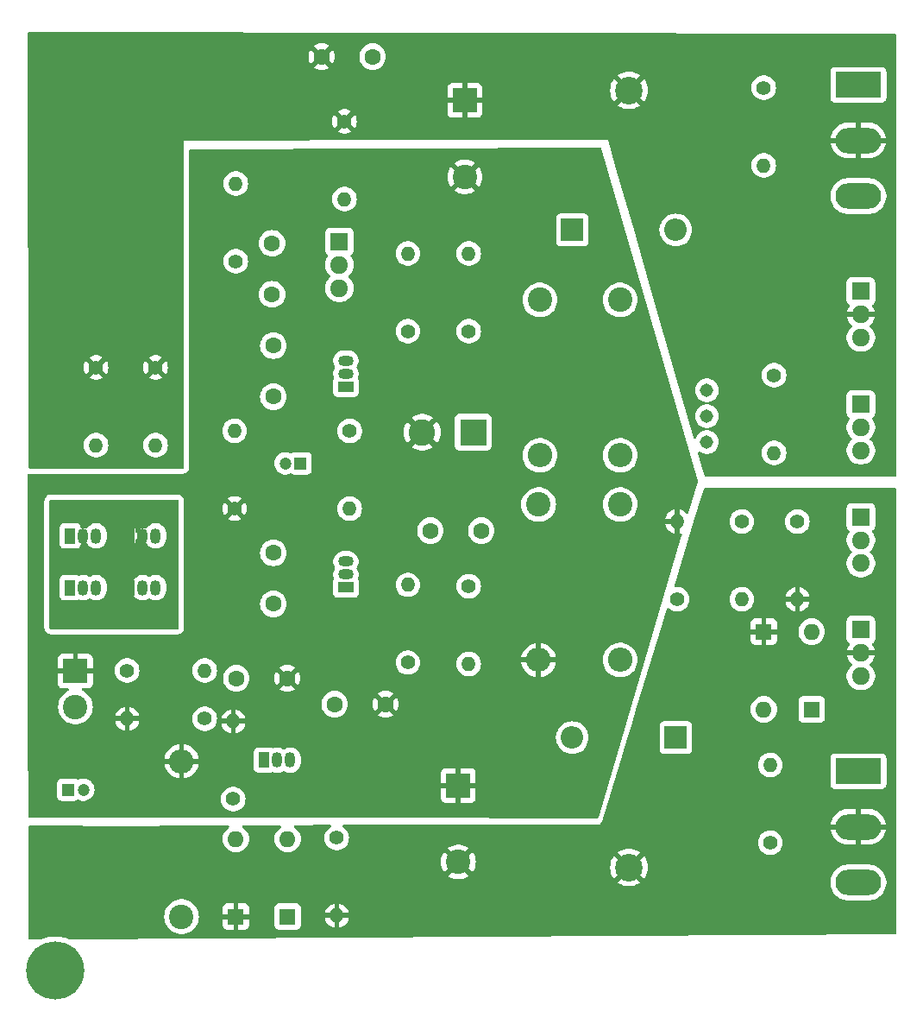
<source format=gbr>
%TF.GenerationSoftware,KiCad,Pcbnew,8.0.4*%
%TF.CreationDate,2024-08-31T16:48:19-04:00*%
%TF.ProjectId,classab-amp,636c6173-7361-4622-9d61-6d702e6b6963,rev?*%
%TF.SameCoordinates,Original*%
%TF.FileFunction,Copper,L2,Bot*%
%TF.FilePolarity,Positive*%
%FSLAX46Y46*%
G04 Gerber Fmt 4.6, Leading zero omitted, Abs format (unit mm)*
G04 Created by KiCad (PCBNEW 8.0.4) date 2024-08-31 16:48:19*
%MOMM*%
%LPD*%
G01*
G04 APERTURE LIST*
%TA.AperFunction,ComponentPad*%
%ADD10R,2.600000X2.600000*%
%TD*%
%TA.AperFunction,ComponentPad*%
%ADD11C,2.600000*%
%TD*%
%TA.AperFunction,ComponentPad*%
%ADD12C,2.700000*%
%TD*%
%TA.AperFunction,ComponentPad*%
%ADD13R,1.600000X1.600000*%
%TD*%
%TA.AperFunction,ComponentPad*%
%ADD14O,1.600000X1.600000*%
%TD*%
%TA.AperFunction,ComponentPad*%
%ADD15C,2.400000*%
%TD*%
%TA.AperFunction,ComponentPad*%
%ADD16O,2.400000X2.400000*%
%TD*%
%TA.AperFunction,ComponentPad*%
%ADD17R,1.050000X1.500000*%
%TD*%
%TA.AperFunction,ComponentPad*%
%ADD18O,1.050000X1.500000*%
%TD*%
%TA.AperFunction,ComponentPad*%
%ADD19C,1.400000*%
%TD*%
%TA.AperFunction,ComponentPad*%
%ADD20O,1.400000X1.400000*%
%TD*%
%TA.AperFunction,ComponentPad*%
%ADD21R,1.200000X1.200000*%
%TD*%
%TA.AperFunction,ComponentPad*%
%ADD22C,1.200000*%
%TD*%
%TA.AperFunction,ComponentPad*%
%ADD23C,1.600000*%
%TD*%
%TA.AperFunction,ComponentPad*%
%ADD24R,2.200000X2.200000*%
%TD*%
%TA.AperFunction,ComponentPad*%
%ADD25O,2.200000X2.200000*%
%TD*%
%TA.AperFunction,ComponentPad*%
%ADD26R,4.500000X2.500000*%
%TD*%
%TA.AperFunction,ComponentPad*%
%ADD27O,4.500000X2.500000*%
%TD*%
%TA.AperFunction,ComponentPad*%
%ADD28C,5.700000*%
%TD*%
%TA.AperFunction,ComponentPad*%
%ADD29R,2.400000X2.400000*%
%TD*%
%TA.AperFunction,ComponentPad*%
%ADD30R,1.500000X1.050000*%
%TD*%
%TA.AperFunction,ComponentPad*%
%ADD31O,1.500000X1.050000*%
%TD*%
%TA.AperFunction,ComponentPad*%
%ADD32C,1.308000*%
%TD*%
%TA.AperFunction,ComponentPad*%
%ADD33R,1.800000X1.710000*%
%TD*%
%TA.AperFunction,ComponentPad*%
%ADD34O,1.800000X1.710000*%
%TD*%
G04 APERTURE END LIST*
D10*
%TO.P,J1,1,Pin_1*%
%TO.N,/SPEAKER*%
X229536000Y-76708000D03*
D11*
%TO.P,J1,2,Pin_2*%
%TO.N,GND*%
X224536000Y-76708000D03*
%TD*%
D12*
%TO.P,,1*%
%TO.N,B+*%
X244840000Y-43180000D03*
%TD*%
%TO.P,,1*%
%TO.N,B-*%
X244840000Y-119380000D03*
%TD*%
D13*
%TO.P,D4,1,K*%
%TO.N,Net-(D4-K)*%
X262763000Y-103886000D03*
D14*
%TO.P,D4,2,A*%
%TO.N,Net-(D4-A)*%
X262763000Y-96266000D03*
%TD*%
D15*
%TO.P,R16,1*%
%TO.N,Net-(Q10-E)*%
X243963000Y-63732000D03*
D16*
%TO.P,R16,2*%
%TO.N,Net-(Q13-E)*%
X243963000Y-78972000D03*
%TD*%
D17*
%TO.P,Q5,1,C*%
%TO.N,Net-(Q1-E)*%
X209042000Y-108866000D03*
D18*
%TO.P,Q5,2,B*%
%TO.N,Net-(D1-A)*%
X210312000Y-108866000D03*
%TO.P,Q5,3,E*%
%TO.N,Net-(Q5-E)*%
X211582000Y-108866000D03*
%TD*%
D15*
%TO.P,R15,1*%
%TO.N,CHASSIS*%
X200914000Y-124206000D03*
D16*
%TO.P,R15,2*%
%TO.N,GND*%
X200914000Y-108966000D03*
%TD*%
D19*
%TO.P,R7,1*%
%TO.N,GND*%
X206121000Y-84201000D03*
D20*
%TO.P,R7,2*%
%TO.N,Net-(C4-Pad2)*%
X206121000Y-76581000D03*
%TD*%
%TO.P,R27,2*%
%TO.N,Net-(Q12-E)*%
X223135000Y-91672000D03*
D19*
%TO.P,R27,1*%
%TO.N,Net-(Q14-B)*%
X223135000Y-99292000D03*
%TD*%
%TO.P,R24,1*%
%TO.N,Net-(Q13-B)*%
X223135000Y-66802000D03*
D20*
%TO.P,R24,2*%
%TO.N,Net-(Q10-E)*%
X223135000Y-59182000D03*
%TD*%
D17*
%TO.P,Q3,1,C*%
%TO.N,Net-(Q1-C)*%
X189992000Y-86868000D03*
D18*
%TO.P,Q3,2,B*%
%TO.N,/LTP COM*%
X191262000Y-86868000D03*
%TO.P,Q3,3,E*%
%TO.N,Net-(Q3-E)*%
X192532000Y-86868000D03*
%TD*%
D21*
%TO.P,C1,1*%
%TO.N,/INPUT*%
X189777401Y-111760000D03*
D22*
%TO.P,C1,2*%
%TO.N,Net-(C1-Pad2)*%
X191277401Y-111760000D03*
%TD*%
D19*
%TO.P,R10,1*%
%TO.N,B+*%
X216916000Y-46228000D03*
D20*
%TO.P,R10,2*%
%TO.N,Net-(Q6-E)*%
X216916000Y-53848000D03*
%TD*%
D21*
%TO.P,C4,1*%
%TO.N,Net-(Q2-B)*%
X212598000Y-79756000D03*
D22*
%TO.P,C4,2*%
%TO.N,Net-(C4-Pad2)*%
X211098000Y-79756000D03*
%TD*%
D19*
%TO.P,R8,1*%
%TO.N,Net-(Q6-B)*%
X206248000Y-59944000D03*
D20*
%TO.P,R8,2*%
%TO.N,Net-(Q1-C)*%
X206248000Y-52324000D03*
%TD*%
D23*
%TO.P,C16,1*%
%TO.N,GND*%
X219670000Y-39878000D03*
%TO.P,C16,2*%
%TO.N,B+*%
X214670000Y-39878000D03*
%TD*%
D19*
%TO.P,R19,1*%
%TO.N,Net-(Q12-E)*%
X258699000Y-116967000D03*
D20*
%TO.P,R19,2*%
%TO.N,Net-(Q11-E)*%
X258699000Y-109347000D03*
%TD*%
D17*
%TO.P,Q2,1,C*%
%TO.N,/LTP COM*%
X195834000Y-91948000D03*
D18*
%TO.P,Q2,2,B*%
%TO.N,Net-(Q2-B)*%
X197104000Y-91948000D03*
%TO.P,Q2,3,E*%
%TO.N,Net-(Q1-E)*%
X198374000Y-91948000D03*
%TD*%
D24*
%TO.P,D6,1,K*%
%TO.N,Net-(D6-K)*%
X239264000Y-56874000D03*
D25*
%TO.P,D6,2,A*%
%TO.N,Net-(D6-A)*%
X249424000Y-56874000D03*
%TD*%
D19*
%TO.P,R9,1*%
%TO.N,Net-(Q2-B)*%
X217424000Y-76581000D03*
D20*
%TO.P,R9,2*%
%TO.N,Net-(Q13-E)*%
X217424000Y-84201000D03*
%TD*%
D26*
%TO.P,Q10,1,B*%
%TO.N,Net-(Q10-B)*%
X267340000Y-42649500D03*
D27*
%TO.P,Q10,2,C*%
%TO.N,B+*%
X267340000Y-48099500D03*
%TO.P,Q10,3,E*%
%TO.N,Net-(Q10-E)*%
X267340000Y-53549500D03*
%TD*%
D13*
%TO.P,D1,1,K*%
%TO.N,Net-(D1-K)*%
X211328000Y-124206000D03*
D14*
%TO.P,D1,2,A*%
%TO.N,Net-(D1-A)*%
X211328000Y-116586000D03*
%TD*%
D23*
%TO.P,C11,1*%
%TO.N,Net-(D6-K)*%
X209927000Y-73217000D03*
%TO.P,C11,2*%
%TO.N,Net-(Q13-B)*%
X209927000Y-68217000D03*
%TD*%
D19*
%TO.P,R6,1*%
%TO.N,Net-(D1-A)*%
X205994000Y-112676000D03*
D20*
%TO.P,R6,2*%
%TO.N,GND*%
X205994000Y-105056000D03*
%TD*%
D28*
%TO.P,,1*%
%TO.N,CHASSIS*%
X188500000Y-129500000D03*
%TD*%
D19*
%TO.P,R12,1*%
%TO.N,Net-(R12-Pad1)*%
X255905000Y-85471000D03*
D20*
%TO.P,R12,2*%
%TO.N,Net-(D3-K)*%
X255905000Y-93091000D03*
%TD*%
D19*
%TO.P,R13,1*%
%TO.N,Net-(D4-A)*%
X249555000Y-93091000D03*
D20*
%TO.P,R13,2*%
%TO.N,GND*%
X249555000Y-85471000D03*
%TD*%
D19*
%TO.P,R25,1*%
%TO.N,Net-(Q13-B)*%
X229108000Y-66802000D03*
D20*
%TO.P,R25,2*%
%TO.N,Net-(Q13-E)*%
X229108000Y-59182000D03*
%TD*%
D29*
%TO.P,J3,1,Pin_1*%
%TO.N,GND*%
X190500000Y-100132000D03*
D15*
%TO.P,J3,2,Pin_2*%
%TO.N,/INPUT*%
X190500000Y-103632000D03*
%TD*%
D19*
%TO.P,R14,1*%
%TO.N,Net-(Q8-E)*%
X261366000Y-85471000D03*
D20*
%TO.P,R14,2*%
%TO.N,B-*%
X261366000Y-93091000D03*
%TD*%
D19*
%TO.P,R4,1*%
%TO.N,B+*%
X198374000Y-70358000D03*
D20*
%TO.P,R4,2*%
%TO.N,Net-(Q4-E)*%
X198374000Y-77978000D03*
%TD*%
D23*
%TO.P,C12,1*%
%TO.N,Net-(D3-A)*%
X209927000Y-93537000D03*
%TO.P,C12,2*%
%TO.N,Net-(Q14-B)*%
X209927000Y-88537000D03*
%TD*%
%TO.P,C5,1*%
%TO.N,Net-(Q6-B)*%
X209800000Y-63184000D03*
%TO.P,C5,2*%
%TO.N,Net-(D6-A)*%
X209800000Y-58184000D03*
%TD*%
D15*
%TO.P,R20,1*%
%TO.N,Net-(C3-Pad2)*%
X235962000Y-83798000D03*
D16*
%TO.P,R20,2*%
%TO.N,GND*%
X235962000Y-99038000D03*
%TD*%
D26*
%TO.P,Q12,1,B*%
%TO.N,Net-(Q11-E)*%
X267340000Y-109959500D03*
D27*
%TO.P,Q12,2,C*%
%TO.N,B-*%
X267340000Y-115409500D03*
%TO.P,Q12,3,E*%
%TO.N,Net-(Q12-E)*%
X267340000Y-120859500D03*
%TD*%
D29*
%TO.P,C13,1*%
%TO.N,GND*%
X228088000Y-111357000D03*
D15*
%TO.P,C13,2*%
%TO.N,B-*%
X228088000Y-118857000D03*
%TD*%
D17*
%TO.P,Q1,1,C*%
%TO.N,Net-(Q1-C)*%
X189987000Y-91948000D03*
D18*
%TO.P,Q1,2,B*%
%TO.N,Net-(Q1-B)*%
X191257000Y-91948000D03*
%TO.P,Q1,3,E*%
%TO.N,Net-(Q1-E)*%
X192527000Y-91948000D03*
%TD*%
D23*
%TO.P,C15,1*%
%TO.N,B-*%
X215940000Y-103378000D03*
%TO.P,C15,2*%
%TO.N,GND*%
X220940000Y-103378000D03*
%TD*%
D30*
%TO.P,Q14,1,C*%
%TO.N,Net-(D3-A)*%
X217039000Y-91926000D03*
D31*
%TO.P,Q14,2,B*%
%TO.N,Net-(Q14-B)*%
X217039000Y-90656000D03*
%TO.P,Q14,3,E*%
%TO.N,Net-(Q13-E)*%
X217039000Y-89386000D03*
%TD*%
D13*
%TO.P,D2,1,K*%
%TO.N,B-*%
X206248000Y-124206000D03*
D14*
%TO.P,D2,2,A*%
%TO.N,Net-(D1-K)*%
X206248000Y-116586000D03*
%TD*%
D23*
%TO.P,C2,1*%
%TO.N,Net-(Q1-B)*%
X206288000Y-100838000D03*
%TO.P,C2,2*%
%TO.N,GND*%
X211288000Y-100838000D03*
%TD*%
D29*
%TO.P,C14,1*%
%TO.N,B+*%
X228723000Y-44167000D03*
D15*
%TO.P,C14,2*%
%TO.N,GND*%
X228723000Y-51667000D03*
%TD*%
D32*
%TO.P,RV1,1,1*%
%TO.N,Net-(Q7-B)*%
X252476000Y-72592000D03*
%TO.P,RV1,2,2*%
X252476000Y-75132000D03*
%TO.P,RV1,3,3*%
%TO.N,Net-(R12-Pad1)*%
X252476000Y-77672000D03*
%TD*%
D19*
%TO.P,R2,1*%
%TO.N,Net-(Q1-B)*%
X203200000Y-104802000D03*
D20*
%TO.P,R2,2*%
%TO.N,GND*%
X195580000Y-104802000D03*
%TD*%
D33*
%TO.P,Q11,1,E*%
%TO.N,Net-(Q11-E)*%
X267590000Y-96075500D03*
D34*
%TO.P,Q11,2,C*%
%TO.N,B-*%
X267590000Y-98355500D03*
%TO.P,Q11,3,B*%
%TO.N,Net-(D3-K)*%
X267590000Y-100635500D03*
%TD*%
D20*
%TO.P,R26,2*%
%TO.N,Net-(Q14-B)*%
X229104000Y-99419000D03*
D19*
%TO.P,R26,1*%
%TO.N,Net-(Q13-E)*%
X229104000Y-91799000D03*
%TD*%
D15*
%TO.P,R17,1*%
%TO.N,Net-(Q13-E)*%
X243963000Y-83798000D03*
D16*
%TO.P,R17,2*%
%TO.N,Net-(Q12-E)*%
X243963000Y-99038000D03*
%TD*%
D13*
%TO.P,D5,1,K*%
%TO.N,B-*%
X258064000Y-96266000D03*
D14*
%TO.P,D5,2,A*%
%TO.N,Net-(D4-K)*%
X258064000Y-103886000D03*
%TD*%
D33*
%TO.P,Q7,1,E*%
%TO.N,Net-(D3-K)*%
X267590000Y-73947500D03*
D34*
%TO.P,Q7,2,C*%
%TO.N,Net-(D6-A)*%
X267590000Y-76227500D03*
%TO.P,Q7,3,B*%
%TO.N,Net-(Q7-B)*%
X267590000Y-78507500D03*
%TD*%
D19*
%TO.P,R11,1*%
%TO.N,Net-(D6-A)*%
X259080000Y-71120000D03*
D20*
%TO.P,R11,2*%
%TO.N,Net-(Q7-B)*%
X259080000Y-78740000D03*
%TD*%
D33*
%TO.P,Q8,1,E*%
%TO.N,Net-(Q8-E)*%
X267590000Y-85011500D03*
D34*
%TO.P,Q8,2,C*%
%TO.N,Net-(D3-K)*%
X267590000Y-87291500D03*
%TO.P,Q8,3,B*%
%TO.N,Net-(D4-A)*%
X267590000Y-89571500D03*
%TD*%
D19*
%TO.P,R3,1*%
%TO.N,B+*%
X192532000Y-70358000D03*
D20*
%TO.P,R3,2*%
%TO.N,Net-(Q3-E)*%
X192532000Y-77978000D03*
%TD*%
D19*
%TO.P,R18,1*%
%TO.N,Net-(Q10-B)*%
X258064000Y-42926000D03*
D20*
%TO.P,R18,2*%
%TO.N,Net-(Q10-E)*%
X258064000Y-50546000D03*
%TD*%
D33*
%TO.P,Q6,1,E*%
%TO.N,Net-(Q6-E)*%
X216404000Y-58017000D03*
D34*
%TO.P,Q6,2,C*%
%TO.N,Net-(D6-A)*%
X216404000Y-60297000D03*
%TO.P,Q6,3,B*%
%TO.N,Net-(Q6-B)*%
X216404000Y-62577000D03*
%TD*%
D23*
%TO.P,C3,2*%
%TO.N,Net-(C3-Pad2)*%
X230338000Y-86360000D03*
%TO.P,C3,1*%
%TO.N,Net-(Q13-E)*%
X225338000Y-86360000D03*
%TD*%
D19*
%TO.P,R5,1*%
%TO.N,Net-(Q5-E)*%
X216154000Y-116486000D03*
D20*
%TO.P,R5,2*%
%TO.N,B-*%
X216154000Y-124106000D03*
%TD*%
D15*
%TO.P,R21,1*%
%TO.N,Net-(Q13-E)*%
X236089000Y-63732000D03*
D16*
%TO.P,R21,2*%
%TO.N,/SPEAKER*%
X236089000Y-78972000D03*
%TD*%
D19*
%TO.P,R1,1*%
%TO.N,Net-(C1-Pad2)*%
X195580000Y-100076000D03*
D20*
%TO.P,R1,2*%
%TO.N,Net-(Q1-B)*%
X203200000Y-100076000D03*
%TD*%
D33*
%TO.P,Q9,1,E*%
%TO.N,Net-(Q10-B)*%
X267590000Y-62883500D03*
D34*
%TO.P,Q9,2,C*%
%TO.N,B+*%
X267590000Y-65163500D03*
%TO.P,Q9,3,B*%
%TO.N,Net-(D6-A)*%
X267590000Y-67443500D03*
%TD*%
D24*
%TO.P,D3,1,K*%
%TO.N,Net-(D3-K)*%
X249424000Y-106658000D03*
D25*
%TO.P,D3,2,A*%
%TO.N,Net-(D3-A)*%
X239264000Y-106658000D03*
%TD*%
D30*
%TO.P,Q13,1,C*%
%TO.N,Net-(D6-K)*%
X217039000Y-72241000D03*
D31*
%TO.P,Q13,2,B*%
%TO.N,Net-(Q13-B)*%
X217039000Y-70971000D03*
%TO.P,Q13,3,E*%
%TO.N,Net-(Q13-E)*%
X217039000Y-69701000D03*
%TD*%
D17*
%TO.P,Q4,1,C*%
%TO.N,/LTP COM*%
X195834000Y-86868000D03*
D18*
%TO.P,Q4,2,B*%
X197104000Y-86868000D03*
%TO.P,Q4,3,E*%
%TO.N,Net-(Q4-E)*%
X198374000Y-86868000D03*
%TD*%
%TA.AperFunction,Conductor*%
%TO.N,B-*%
G36*
X270968539Y-82166685D02*
G01*
X271014294Y-82219489D01*
X271025500Y-82271000D01*
X271025500Y-125839343D01*
X271005815Y-125906382D01*
X270953011Y-125952137D01*
X270902197Y-125963341D01*
X189847760Y-126418884D01*
X189794997Y-126407425D01*
X189741981Y-126382897D01*
X189741975Y-126382894D01*
X189741969Y-126382892D01*
X189544928Y-126316501D01*
X189397669Y-126266883D01*
X189042845Y-126188781D01*
X188681660Y-126149500D01*
X188681659Y-126149500D01*
X188318341Y-126149500D01*
X188318339Y-126149500D01*
X187957154Y-126188781D01*
X187602330Y-126266883D01*
X187342699Y-126354363D01*
X187258031Y-126382892D01*
X187258029Y-126382893D01*
X187258026Y-126382894D01*
X187171868Y-126422754D01*
X187120500Y-126434212D01*
X186001897Y-126440499D01*
X185934748Y-126421192D01*
X185888697Y-126368646D01*
X185877200Y-126316501D01*
X185877200Y-124205995D01*
X199208732Y-124205995D01*
X199208732Y-124206004D01*
X199227777Y-124460154D01*
X199261065Y-124606000D01*
X199284492Y-124708637D01*
X199377607Y-124945888D01*
X199505041Y-125166612D01*
X199663950Y-125365877D01*
X199850783Y-125539232D01*
X200061366Y-125682805D01*
X200061371Y-125682807D01*
X200061372Y-125682808D01*
X200061373Y-125682809D01*
X200183328Y-125741538D01*
X200290992Y-125793387D01*
X200290993Y-125793387D01*
X200290996Y-125793389D01*
X200534542Y-125868513D01*
X200786565Y-125906500D01*
X201041435Y-125906500D01*
X201293458Y-125868513D01*
X201537004Y-125793389D01*
X201766634Y-125682805D01*
X201977217Y-125539232D01*
X202164050Y-125365877D01*
X202322959Y-125166612D01*
X202450393Y-124945888D01*
X202543508Y-124708637D01*
X202600222Y-124460157D01*
X202619268Y-124206000D01*
X202600222Y-123951843D01*
X202543508Y-123703363D01*
X202450393Y-123466112D01*
X202388065Y-123358155D01*
X204948000Y-123358155D01*
X204948000Y-123956000D01*
X205932314Y-123956000D01*
X205927920Y-123960394D01*
X205875259Y-124051606D01*
X205848000Y-124153339D01*
X205848000Y-124258661D01*
X205875259Y-124360394D01*
X205927920Y-124451606D01*
X205932314Y-124456000D01*
X204948000Y-124456000D01*
X204948000Y-125053844D01*
X204954401Y-125113372D01*
X204954403Y-125113379D01*
X205004645Y-125248086D01*
X205004649Y-125248093D01*
X205090809Y-125363187D01*
X205090812Y-125363190D01*
X205205906Y-125449350D01*
X205205913Y-125449354D01*
X205340620Y-125499596D01*
X205340627Y-125499598D01*
X205400155Y-125505999D01*
X205400172Y-125506000D01*
X205998000Y-125506000D01*
X205998000Y-124521686D01*
X206002394Y-124526080D01*
X206093606Y-124578741D01*
X206195339Y-124606000D01*
X206300661Y-124606000D01*
X206402394Y-124578741D01*
X206493606Y-124526080D01*
X206498000Y-124521686D01*
X206498000Y-125506000D01*
X207095828Y-125506000D01*
X207095844Y-125505999D01*
X207155372Y-125499598D01*
X207155379Y-125499596D01*
X207290086Y-125449354D01*
X207290093Y-125449350D01*
X207405187Y-125363190D01*
X207405190Y-125363187D01*
X207491350Y-125248093D01*
X207491354Y-125248086D01*
X207541596Y-125113379D01*
X207541598Y-125113372D01*
X207547999Y-125053844D01*
X207548000Y-125053827D01*
X207548000Y-124456000D01*
X206563686Y-124456000D01*
X206568080Y-124451606D01*
X206620741Y-124360394D01*
X206648000Y-124258661D01*
X206648000Y-124153339D01*
X206620741Y-124051606D01*
X206568080Y-123960394D01*
X206563686Y-123956000D01*
X207548000Y-123956000D01*
X207548000Y-123358172D01*
X207547999Y-123358155D01*
X207547997Y-123358135D01*
X210027500Y-123358135D01*
X210027500Y-125053870D01*
X210027501Y-125053876D01*
X210033908Y-125113483D01*
X210084202Y-125248328D01*
X210084206Y-125248335D01*
X210170452Y-125363544D01*
X210170455Y-125363547D01*
X210285664Y-125449793D01*
X210285671Y-125449797D01*
X210420517Y-125500091D01*
X210420516Y-125500091D01*
X210427444Y-125500835D01*
X210480127Y-125506500D01*
X212175872Y-125506499D01*
X212235483Y-125500091D01*
X212370331Y-125449796D01*
X212485546Y-125363546D01*
X212571796Y-125248331D01*
X212622091Y-125113483D01*
X212628500Y-125053873D01*
X212628499Y-124356000D01*
X214977505Y-124356000D01*
X215030239Y-124541349D01*
X215129368Y-124740425D01*
X215263391Y-124917900D01*
X215427738Y-125067721D01*
X215616820Y-125184797D01*
X215616822Y-125184798D01*
X215824195Y-125265135D01*
X215904000Y-125280052D01*
X216404000Y-125280052D01*
X216483804Y-125265135D01*
X216691177Y-125184798D01*
X216691179Y-125184797D01*
X216880261Y-125067721D01*
X217044608Y-124917900D01*
X217178631Y-124740425D01*
X217277760Y-124541349D01*
X217330495Y-124356000D01*
X216404000Y-124356000D01*
X216404000Y-125280052D01*
X215904000Y-125280052D01*
X215904000Y-124356000D01*
X214977505Y-124356000D01*
X212628499Y-124356000D01*
X212628499Y-124059922D01*
X215804000Y-124059922D01*
X215804000Y-124152078D01*
X215827852Y-124241095D01*
X215873930Y-124320905D01*
X215939095Y-124386070D01*
X216018905Y-124432148D01*
X216107922Y-124456000D01*
X216200078Y-124456000D01*
X216289095Y-124432148D01*
X216368905Y-124386070D01*
X216434070Y-124320905D01*
X216480148Y-124241095D01*
X216504000Y-124152078D01*
X216504000Y-124059922D01*
X216480148Y-123970905D01*
X216434070Y-123891095D01*
X216398975Y-123856000D01*
X216404000Y-123856000D01*
X217330495Y-123856000D01*
X217277760Y-123670650D01*
X217178631Y-123471574D01*
X217044608Y-123294099D01*
X216880261Y-123144278D01*
X216691179Y-123027202D01*
X216691177Y-123027201D01*
X216483799Y-122946864D01*
X216404000Y-122931946D01*
X216404000Y-123856000D01*
X216398975Y-123856000D01*
X216368905Y-123825930D01*
X216289095Y-123779852D01*
X216200078Y-123756000D01*
X216107922Y-123756000D01*
X216018905Y-123779852D01*
X215939095Y-123825930D01*
X215873930Y-123891095D01*
X215827852Y-123970905D01*
X215804000Y-124059922D01*
X212628499Y-124059922D01*
X212628499Y-123856000D01*
X214977505Y-123856000D01*
X215904000Y-123856000D01*
X215904000Y-122931946D01*
X215824200Y-122946864D01*
X215616822Y-123027201D01*
X215616820Y-123027202D01*
X215427738Y-123144278D01*
X215263391Y-123294099D01*
X215129368Y-123471574D01*
X215030239Y-123670650D01*
X214977505Y-123856000D01*
X212628499Y-123856000D01*
X212628499Y-123358128D01*
X212622091Y-123298517D01*
X212620443Y-123294099D01*
X212571797Y-123163671D01*
X212571793Y-123163664D01*
X212485547Y-123048455D01*
X212485544Y-123048452D01*
X212370335Y-122962206D01*
X212370328Y-122962202D01*
X212235482Y-122911908D01*
X212235483Y-122911908D01*
X212175883Y-122905501D01*
X212175881Y-122905500D01*
X212175873Y-122905500D01*
X212175864Y-122905500D01*
X210480129Y-122905500D01*
X210480123Y-122905501D01*
X210420516Y-122911908D01*
X210285671Y-122962202D01*
X210285664Y-122962206D01*
X210170455Y-123048452D01*
X210170452Y-123048455D01*
X210084206Y-123163664D01*
X210084202Y-123163671D01*
X210033908Y-123298517D01*
X210027501Y-123358116D01*
X210027501Y-123358123D01*
X210027500Y-123358135D01*
X207547997Y-123358135D01*
X207541598Y-123298627D01*
X207541596Y-123298620D01*
X207491354Y-123163913D01*
X207491350Y-123163906D01*
X207405190Y-123048812D01*
X207405187Y-123048809D01*
X207290093Y-122962649D01*
X207290086Y-122962645D01*
X207155379Y-122912403D01*
X207155372Y-122912401D01*
X207095844Y-122906000D01*
X206498000Y-122906000D01*
X206498000Y-123890314D01*
X206493606Y-123885920D01*
X206402394Y-123833259D01*
X206300661Y-123806000D01*
X206195339Y-123806000D01*
X206093606Y-123833259D01*
X206002394Y-123885920D01*
X205998000Y-123890314D01*
X205998000Y-122906000D01*
X205400155Y-122906000D01*
X205340627Y-122912401D01*
X205340620Y-122912403D01*
X205205913Y-122962645D01*
X205205906Y-122962649D01*
X205090812Y-123048809D01*
X205090809Y-123048812D01*
X205004649Y-123163906D01*
X205004645Y-123163913D01*
X204954403Y-123298620D01*
X204954401Y-123298627D01*
X204948000Y-123358155D01*
X202388065Y-123358155D01*
X202322959Y-123245388D01*
X202164050Y-123046123D01*
X201977217Y-122872768D01*
X201766634Y-122729195D01*
X201766630Y-122729193D01*
X201766627Y-122729191D01*
X201766626Y-122729190D01*
X201537006Y-122618612D01*
X201537008Y-122618612D01*
X201293466Y-122543489D01*
X201293462Y-122543488D01*
X201293458Y-122543487D01*
X201172231Y-122525214D01*
X201041440Y-122505500D01*
X201041435Y-122505500D01*
X200786565Y-122505500D01*
X200786559Y-122505500D01*
X200629609Y-122529157D01*
X200534542Y-122543487D01*
X200534539Y-122543488D01*
X200534533Y-122543489D01*
X200290992Y-122618612D01*
X200061373Y-122729190D01*
X200061372Y-122729191D01*
X199850782Y-122872768D01*
X199663952Y-123046121D01*
X199663950Y-123046123D01*
X199505041Y-123245388D01*
X199377608Y-123466109D01*
X199284492Y-123703362D01*
X199284490Y-123703369D01*
X199227777Y-123951845D01*
X199208732Y-124205995D01*
X185877200Y-124205995D01*
X185877200Y-118856995D01*
X226383233Y-118856995D01*
X226383233Y-118857004D01*
X226402273Y-119111079D01*
X226458968Y-119359477D01*
X226458973Y-119359494D01*
X226552058Y-119596671D01*
X226552057Y-119596671D01*
X226679454Y-119817327D01*
X226679461Y-119817338D01*
X226721452Y-119869991D01*
X226721453Y-119869992D01*
X227523387Y-119068058D01*
X227528889Y-119088591D01*
X227607881Y-119225408D01*
X227719592Y-119337119D01*
X227856409Y-119416111D01*
X227876940Y-119421612D01*
X227074813Y-120223738D01*
X227235616Y-120333371D01*
X227235624Y-120333376D01*
X227465176Y-120443921D01*
X227465174Y-120443921D01*
X227708652Y-120519024D01*
X227708658Y-120519026D01*
X227960595Y-120556999D01*
X227960604Y-120557000D01*
X228215396Y-120557000D01*
X228215404Y-120556999D01*
X228467341Y-120519026D01*
X228467347Y-120519024D01*
X228710824Y-120443921D01*
X228940376Y-120333376D01*
X228940377Y-120333375D01*
X229101185Y-120223738D01*
X228299060Y-119421612D01*
X228319591Y-119416111D01*
X228456408Y-119337119D01*
X228568119Y-119225408D01*
X228647111Y-119088591D01*
X228652612Y-119068059D01*
X229454544Y-119869992D01*
X229454546Y-119869991D01*
X229496544Y-119817330D01*
X229623941Y-119596671D01*
X229708979Y-119379998D01*
X242985274Y-119379998D01*
X242985274Y-119380001D01*
X243004152Y-119643960D01*
X243060400Y-119902528D01*
X243152884Y-120150487D01*
X243279701Y-120382735D01*
X243279706Y-120382743D01*
X243367038Y-120499406D01*
X243367039Y-120499406D01*
X244162421Y-119704024D01*
X244175359Y-119735258D01*
X244257437Y-119858097D01*
X244361903Y-119962563D01*
X244484742Y-120044641D01*
X244515974Y-120057578D01*
X243720592Y-120852959D01*
X243720593Y-120852960D01*
X243837256Y-120940293D01*
X243837264Y-120940298D01*
X244069513Y-121067115D01*
X244069512Y-121067115D01*
X244317471Y-121159599D01*
X244576039Y-121215847D01*
X244839999Y-121234726D01*
X244840001Y-121234726D01*
X245103960Y-121215847D01*
X245362528Y-121159599D01*
X245610487Y-121067115D01*
X245842735Y-120940298D01*
X245842736Y-120940297D01*
X245959406Y-120852959D01*
X245851205Y-120744758D01*
X264589500Y-120744758D01*
X264589500Y-120974241D01*
X264601728Y-121067115D01*
X264619452Y-121201738D01*
X264628291Y-121234726D01*
X264678842Y-121423387D01*
X264766650Y-121635376D01*
X264766657Y-121635390D01*
X264881392Y-121834117D01*
X265021081Y-122016161D01*
X265021089Y-122016170D01*
X265183330Y-122178411D01*
X265183338Y-122178418D01*
X265365382Y-122318107D01*
X265365385Y-122318108D01*
X265365388Y-122318111D01*
X265564112Y-122432844D01*
X265564117Y-122432846D01*
X265564123Y-122432849D01*
X265655480Y-122470690D01*
X265776113Y-122520658D01*
X265997762Y-122580048D01*
X266225266Y-122610000D01*
X266225273Y-122610000D01*
X268454727Y-122610000D01*
X268454734Y-122610000D01*
X268682238Y-122580048D01*
X268903887Y-122520658D01*
X269115888Y-122432844D01*
X269314612Y-122318111D01*
X269496661Y-122178419D01*
X269496665Y-122178414D01*
X269496670Y-122178411D01*
X269658911Y-122016170D01*
X269658914Y-122016165D01*
X269658919Y-122016161D01*
X269798611Y-121834112D01*
X269913344Y-121635388D01*
X270001158Y-121423387D01*
X270060548Y-121201738D01*
X270090500Y-120974234D01*
X270090500Y-120744766D01*
X270060548Y-120517262D01*
X270001158Y-120295613D01*
X269913344Y-120083612D01*
X269798611Y-119884888D01*
X269798608Y-119884885D01*
X269798607Y-119884882D01*
X269658918Y-119702838D01*
X269658911Y-119702830D01*
X269496670Y-119540589D01*
X269496661Y-119540581D01*
X269314617Y-119400892D01*
X269115890Y-119286157D01*
X269115876Y-119286150D01*
X268903887Y-119198342D01*
X268682238Y-119138952D01*
X268644215Y-119133946D01*
X268454741Y-119109000D01*
X268454734Y-119109000D01*
X266225266Y-119109000D01*
X266225258Y-119109000D01*
X266008715Y-119137509D01*
X265997762Y-119138952D01*
X265914607Y-119161233D01*
X265776112Y-119198342D01*
X265564123Y-119286150D01*
X265564109Y-119286157D01*
X265365382Y-119400892D01*
X265183338Y-119540581D01*
X265021081Y-119702838D01*
X264881392Y-119884882D01*
X264766657Y-120083609D01*
X264766650Y-120083623D01*
X264678842Y-120295612D01*
X264655498Y-120382735D01*
X264624237Y-120499406D01*
X264619453Y-120517259D01*
X264619451Y-120517270D01*
X264589500Y-120744758D01*
X245851205Y-120744758D01*
X245164025Y-120057577D01*
X245195258Y-120044641D01*
X245318097Y-119962563D01*
X245422563Y-119858097D01*
X245504641Y-119735258D01*
X245517578Y-119704025D01*
X246312959Y-120499406D01*
X246400297Y-120382736D01*
X246400298Y-120382735D01*
X246527115Y-120150487D01*
X246619599Y-119902528D01*
X246675847Y-119643960D01*
X246694726Y-119380001D01*
X246694726Y-119379998D01*
X246675847Y-119116039D01*
X246619599Y-118857471D01*
X246527115Y-118609512D01*
X246400298Y-118377264D01*
X246400293Y-118377256D01*
X246312960Y-118260593D01*
X246312959Y-118260592D01*
X245517577Y-119055973D01*
X245504641Y-119024742D01*
X245422563Y-118901903D01*
X245318097Y-118797437D01*
X245195258Y-118715359D01*
X245164024Y-118702421D01*
X245959406Y-117907039D01*
X245959406Y-117907038D01*
X245842743Y-117819706D01*
X245842735Y-117819701D01*
X245610486Y-117692884D01*
X245610487Y-117692884D01*
X245362528Y-117600400D01*
X245103960Y-117544152D01*
X244840001Y-117525274D01*
X244839999Y-117525274D01*
X244576039Y-117544152D01*
X244317471Y-117600400D01*
X244069512Y-117692884D01*
X243837264Y-117819701D01*
X243720593Y-117907039D01*
X244515975Y-118702421D01*
X244484742Y-118715359D01*
X244361903Y-118797437D01*
X244257437Y-118901903D01*
X244175359Y-119024742D01*
X244162421Y-119055975D01*
X243367039Y-118260593D01*
X243279701Y-118377264D01*
X243152884Y-118609512D01*
X243060400Y-118857471D01*
X243004152Y-119116039D01*
X242985274Y-119379998D01*
X229708979Y-119379998D01*
X229717026Y-119359494D01*
X229717031Y-119359477D01*
X229773726Y-119111079D01*
X229792767Y-118857004D01*
X229792767Y-118856995D01*
X229773726Y-118602920D01*
X229717031Y-118354522D01*
X229717026Y-118354505D01*
X229623941Y-118117328D01*
X229623942Y-118117328D01*
X229496545Y-117896672D01*
X229454545Y-117844006D01*
X228652612Y-118645939D01*
X228647111Y-118625409D01*
X228568119Y-118488592D01*
X228456408Y-118376881D01*
X228319591Y-118297889D01*
X228299059Y-118292387D01*
X229101185Y-117490260D01*
X228940384Y-117380628D01*
X228940376Y-117380623D01*
X228710823Y-117270078D01*
X228710825Y-117270078D01*
X228467347Y-117194975D01*
X228467341Y-117194973D01*
X228215404Y-117157000D01*
X227960595Y-117157000D01*
X227708658Y-117194973D01*
X227708652Y-117194975D01*
X227465175Y-117270078D01*
X227235622Y-117380625D01*
X227235609Y-117380632D01*
X227074813Y-117490259D01*
X227876941Y-118292387D01*
X227856409Y-118297889D01*
X227719592Y-118376881D01*
X227607881Y-118488592D01*
X227528889Y-118625409D01*
X227523387Y-118645940D01*
X226721452Y-117844006D01*
X226679457Y-117896667D01*
X226552058Y-118117328D01*
X226458973Y-118354505D01*
X226458968Y-118354522D01*
X226402273Y-118602920D01*
X226383233Y-118856995D01*
X185877200Y-118856995D01*
X185877200Y-115389789D01*
X185896885Y-115322750D01*
X185949689Y-115276995D01*
X186001785Y-115265790D01*
X196596000Y-115316000D01*
X196596031Y-115315999D01*
X196596067Y-115316000D01*
X200872873Y-115293495D01*
X205467132Y-115269321D01*
X205534273Y-115288652D01*
X205580305Y-115341215D01*
X205590612Y-115410320D01*
X205561922Y-115474027D01*
X205538907Y-115494894D01*
X205408856Y-115585956D01*
X205247954Y-115746858D01*
X205117432Y-115933265D01*
X205117431Y-115933267D01*
X205021261Y-116139502D01*
X205021258Y-116139511D01*
X204962366Y-116359302D01*
X204962364Y-116359313D01*
X204942532Y-116585998D01*
X204942532Y-116586001D01*
X204962364Y-116812686D01*
X204962366Y-116812697D01*
X205021258Y-117032488D01*
X205021261Y-117032497D01*
X205117431Y-117238732D01*
X205117432Y-117238734D01*
X205247954Y-117425141D01*
X205408858Y-117586045D01*
X205408861Y-117586047D01*
X205595266Y-117716568D01*
X205801504Y-117812739D01*
X205801509Y-117812740D01*
X205801511Y-117812741D01*
X205827505Y-117819706D01*
X206021308Y-117871635D01*
X206183230Y-117885801D01*
X206247998Y-117891468D01*
X206248000Y-117891468D01*
X206248002Y-117891468D01*
X206304673Y-117886509D01*
X206474692Y-117871635D01*
X206694496Y-117812739D01*
X206900734Y-117716568D01*
X207087139Y-117586047D01*
X207248047Y-117425139D01*
X207378568Y-117238734D01*
X207474739Y-117032496D01*
X207533635Y-116812692D01*
X207553468Y-116586000D01*
X207533635Y-116359308D01*
X207474739Y-116139504D01*
X207378568Y-115933266D01*
X207248047Y-115746861D01*
X207248045Y-115746858D01*
X207087141Y-115585954D01*
X206945454Y-115486745D01*
X206901829Y-115432169D01*
X206894635Y-115362670D01*
X206926157Y-115300315D01*
X206986387Y-115264901D01*
X207015925Y-115261172D01*
X210585596Y-115242389D01*
X210652738Y-115261720D01*
X210698770Y-115314283D01*
X210709077Y-115383388D01*
X210680387Y-115447096D01*
X210657371Y-115467962D01*
X210488858Y-115585954D01*
X210327954Y-115746858D01*
X210197432Y-115933265D01*
X210197431Y-115933267D01*
X210101261Y-116139502D01*
X210101258Y-116139511D01*
X210042366Y-116359302D01*
X210042364Y-116359313D01*
X210022532Y-116585998D01*
X210022532Y-116586001D01*
X210042364Y-116812686D01*
X210042366Y-116812697D01*
X210101258Y-117032488D01*
X210101261Y-117032497D01*
X210197431Y-117238732D01*
X210197432Y-117238734D01*
X210327954Y-117425141D01*
X210488858Y-117586045D01*
X210488861Y-117586047D01*
X210675266Y-117716568D01*
X210881504Y-117812739D01*
X210881509Y-117812740D01*
X210881511Y-117812741D01*
X210907505Y-117819706D01*
X211101308Y-117871635D01*
X211263230Y-117885801D01*
X211327998Y-117891468D01*
X211328000Y-117891468D01*
X211328002Y-117891468D01*
X211384673Y-117886509D01*
X211554692Y-117871635D01*
X211774496Y-117812739D01*
X211980734Y-117716568D01*
X212167139Y-117586047D01*
X212328047Y-117425139D01*
X212458568Y-117238734D01*
X212554739Y-117032496D01*
X212613635Y-116812692D01*
X212633468Y-116586000D01*
X212613635Y-116359308D01*
X212554739Y-116139504D01*
X212458568Y-115933266D01*
X212328047Y-115746861D01*
X212328045Y-115746858D01*
X212167141Y-115585954D01*
X212025454Y-115486745D01*
X211987562Y-115460213D01*
X211943938Y-115405638D01*
X211936744Y-115336139D01*
X211968266Y-115273784D01*
X212028496Y-115238370D01*
X212058034Y-115234641D01*
X215487247Y-115216597D01*
X215554389Y-115235928D01*
X215600421Y-115288491D01*
X215610728Y-115357596D01*
X215582038Y-115421304D01*
X215553177Y-115446022D01*
X215427436Y-115523877D01*
X215263020Y-115673761D01*
X215128943Y-115851308D01*
X215128938Y-115851316D01*
X215029775Y-116050461D01*
X215029769Y-116050476D01*
X214968885Y-116264462D01*
X214968884Y-116264464D01*
X214948357Y-116485999D01*
X214948357Y-116486000D01*
X214968884Y-116707535D01*
X214968885Y-116707537D01*
X215029769Y-116921523D01*
X215029775Y-116921538D01*
X215128938Y-117120683D01*
X215128943Y-117120691D01*
X215263020Y-117298238D01*
X215427437Y-117448123D01*
X215427439Y-117448125D01*
X215616595Y-117565245D01*
X215616596Y-117565245D01*
X215616599Y-117565247D01*
X215824060Y-117645618D01*
X216042757Y-117686500D01*
X216042759Y-117686500D01*
X216265241Y-117686500D01*
X216265243Y-117686500D01*
X216483940Y-117645618D01*
X216691401Y-117565247D01*
X216880562Y-117448124D01*
X217044981Y-117298236D01*
X217179058Y-117120689D01*
X217255587Y-116966999D01*
X257493357Y-116966999D01*
X257493357Y-116967000D01*
X257513884Y-117188535D01*
X257513885Y-117188537D01*
X257574769Y-117402523D01*
X257574775Y-117402538D01*
X257673938Y-117601683D01*
X257673943Y-117601691D01*
X257808020Y-117779238D01*
X257972437Y-117929123D01*
X257972439Y-117929125D01*
X258161595Y-118046245D01*
X258161596Y-118046245D01*
X258161599Y-118046247D01*
X258369060Y-118126618D01*
X258587757Y-118167500D01*
X258587759Y-118167500D01*
X258810241Y-118167500D01*
X258810243Y-118167500D01*
X259028940Y-118126618D01*
X259236401Y-118046247D01*
X259425562Y-117929124D01*
X259589981Y-117779236D01*
X259724058Y-117601689D01*
X259823229Y-117402528D01*
X259884115Y-117188536D01*
X259904643Y-116967000D01*
X259900429Y-116921528D01*
X259884115Y-116745464D01*
X259884114Y-116745462D01*
X259879158Y-116728044D01*
X259823229Y-116531472D01*
X259823224Y-116531461D01*
X259724061Y-116332316D01*
X259724056Y-116332308D01*
X259589979Y-116154761D01*
X259425562Y-116004876D01*
X259425560Y-116004874D01*
X259236404Y-115887754D01*
X259236398Y-115887752D01*
X259235998Y-115887597D01*
X259028940Y-115807382D01*
X258810243Y-115766500D01*
X258587757Y-115766500D01*
X258369060Y-115807382D01*
X258255654Y-115851316D01*
X258161601Y-115887752D01*
X258161595Y-115887754D01*
X257972439Y-116004874D01*
X257972437Y-116004876D01*
X257808020Y-116154761D01*
X257673943Y-116332308D01*
X257673938Y-116332316D01*
X257574775Y-116531461D01*
X257574769Y-116531476D01*
X257513885Y-116745462D01*
X257513884Y-116745464D01*
X257493357Y-116966999D01*
X217255587Y-116966999D01*
X217278229Y-116921528D01*
X217339115Y-116707536D01*
X217359643Y-116486000D01*
X217350176Y-116383838D01*
X217339115Y-116264464D01*
X217339114Y-116264462D01*
X217316550Y-116185159D01*
X217278229Y-116050472D01*
X217239767Y-115973230D01*
X217179061Y-115851316D01*
X217179056Y-115851308D01*
X217044979Y-115673761D01*
X216880562Y-115523876D01*
X216880560Y-115523874D01*
X216743597Y-115439071D01*
X216696961Y-115387043D01*
X216685857Y-115318062D01*
X216713810Y-115254027D01*
X216771945Y-115215271D01*
X216808220Y-115209646D01*
X224912620Y-115167002D01*
X224913272Y-115167000D01*
X242057999Y-115167000D01*
X242058000Y-115167000D01*
X242060308Y-115159499D01*
X264607811Y-115159499D01*
X264607812Y-115159500D01*
X266631759Y-115159500D01*
X266618822Y-115190733D01*
X266590000Y-115335631D01*
X266590000Y-115483369D01*
X266618822Y-115628267D01*
X266631759Y-115659500D01*
X264607812Y-115659500D01*
X264619942Y-115751637D01*
X264679318Y-115973230D01*
X264767102Y-116185159D01*
X264767106Y-116185168D01*
X264881809Y-116383838D01*
X265021455Y-116565829D01*
X265021461Y-116565836D01*
X265183663Y-116728038D01*
X265183670Y-116728044D01*
X265365661Y-116867690D01*
X265564331Y-116982393D01*
X265564340Y-116982397D01*
X265776269Y-117070181D01*
X265997862Y-117129557D01*
X266225289Y-117159498D01*
X266225306Y-117159500D01*
X267090000Y-117159500D01*
X267090000Y-116117740D01*
X267121233Y-116130678D01*
X267266131Y-116159500D01*
X267413869Y-116159500D01*
X267558767Y-116130678D01*
X267590000Y-116117740D01*
X267590000Y-117159500D01*
X268454694Y-117159500D01*
X268454710Y-117159498D01*
X268682137Y-117129557D01*
X268903730Y-117070181D01*
X269115659Y-116982397D01*
X269115668Y-116982393D01*
X269314338Y-116867690D01*
X269496329Y-116728044D01*
X269496336Y-116728038D01*
X269658538Y-116565836D01*
X269658544Y-116565829D01*
X269798190Y-116383838D01*
X269912893Y-116185168D01*
X269912897Y-116185159D01*
X270000681Y-115973230D01*
X270060057Y-115751637D01*
X270072188Y-115659500D01*
X268048241Y-115659500D01*
X268061178Y-115628267D01*
X268090000Y-115483369D01*
X268090000Y-115335631D01*
X268061178Y-115190733D01*
X268048241Y-115159500D01*
X270072188Y-115159500D01*
X270072188Y-115159499D01*
X270060057Y-115067362D01*
X270000681Y-114845769D01*
X269912897Y-114633840D01*
X269912893Y-114633831D01*
X269798190Y-114435161D01*
X269658544Y-114253170D01*
X269658538Y-114253163D01*
X269496336Y-114090961D01*
X269496329Y-114090955D01*
X269314338Y-113951309D01*
X269115668Y-113836606D01*
X269115659Y-113836602D01*
X268903730Y-113748818D01*
X268682137Y-113689442D01*
X268454710Y-113659501D01*
X268454694Y-113659500D01*
X267590000Y-113659500D01*
X267590000Y-114701259D01*
X267558767Y-114688322D01*
X267413869Y-114659500D01*
X267266131Y-114659500D01*
X267121233Y-114688322D01*
X267090000Y-114701259D01*
X267090000Y-113659500D01*
X266225306Y-113659500D01*
X266225289Y-113659501D01*
X265997862Y-113689442D01*
X265776269Y-113748818D01*
X265564340Y-113836602D01*
X265564331Y-113836606D01*
X265365661Y-113951309D01*
X265183670Y-114090955D01*
X265183663Y-114090961D01*
X265021461Y-114253163D01*
X265021455Y-114253170D01*
X264881809Y-114435161D01*
X264767106Y-114633831D01*
X264767102Y-114633840D01*
X264679318Y-114845769D01*
X264619942Y-115067362D01*
X264607811Y-115159499D01*
X242060308Y-115159499D01*
X242136721Y-114911155D01*
X242161686Y-114866237D01*
X242221105Y-114797946D01*
X242257832Y-114741053D01*
X242258902Y-114739456D01*
X242258999Y-114739245D01*
X242259000Y-114739244D01*
X242319036Y-114608487D01*
X243875571Y-109346999D01*
X257493357Y-109346999D01*
X257493357Y-109347000D01*
X257513884Y-109568535D01*
X257513885Y-109568537D01*
X257574769Y-109782523D01*
X257574775Y-109782538D01*
X257673938Y-109981683D01*
X257673943Y-109981691D01*
X257808020Y-110159238D01*
X257972437Y-110309123D01*
X257972439Y-110309125D01*
X258161595Y-110426245D01*
X258161596Y-110426245D01*
X258161599Y-110426247D01*
X258369060Y-110506618D01*
X258587757Y-110547500D01*
X258587759Y-110547500D01*
X258810241Y-110547500D01*
X258810243Y-110547500D01*
X259028940Y-110506618D01*
X259236401Y-110426247D01*
X259425562Y-110309124D01*
X259589981Y-110159236D01*
X259724058Y-109981689D01*
X259823229Y-109782528D01*
X259884115Y-109568536D01*
X259904643Y-109347000D01*
X259884115Y-109125464D01*
X259823229Y-108911472D01*
X259823224Y-108911461D01*
X259724061Y-108712316D01*
X259724056Y-108712308D01*
X259685790Y-108661635D01*
X264589500Y-108661635D01*
X264589500Y-111257370D01*
X264589501Y-111257376D01*
X264595908Y-111316983D01*
X264646202Y-111451828D01*
X264646206Y-111451835D01*
X264732452Y-111567044D01*
X264732455Y-111567047D01*
X264847664Y-111653293D01*
X264847671Y-111653297D01*
X264982517Y-111703591D01*
X264982516Y-111703591D01*
X264989444Y-111704335D01*
X265042127Y-111710000D01*
X269637872Y-111709999D01*
X269697483Y-111703591D01*
X269832331Y-111653296D01*
X269947546Y-111567046D01*
X270033796Y-111451831D01*
X270084091Y-111316983D01*
X270090500Y-111257373D01*
X270090499Y-108661628D01*
X270084091Y-108602017D01*
X270059007Y-108534764D01*
X270033797Y-108467171D01*
X270033793Y-108467164D01*
X269947547Y-108351955D01*
X269947544Y-108351952D01*
X269832335Y-108265706D01*
X269832328Y-108265702D01*
X269697482Y-108215408D01*
X269697483Y-108215408D01*
X269637883Y-108209001D01*
X269637881Y-108209000D01*
X269637873Y-108209000D01*
X269637864Y-108209000D01*
X265042129Y-108209000D01*
X265042123Y-108209001D01*
X264982516Y-108215408D01*
X264847671Y-108265702D01*
X264847664Y-108265706D01*
X264732455Y-108351952D01*
X264732452Y-108351955D01*
X264646206Y-108467164D01*
X264646202Y-108467171D01*
X264595908Y-108602017D01*
X264589501Y-108661616D01*
X264589501Y-108661623D01*
X264589500Y-108661635D01*
X259685790Y-108661635D01*
X259589979Y-108534761D01*
X259425562Y-108384876D01*
X259425560Y-108384874D01*
X259236404Y-108267754D01*
X259236398Y-108267752D01*
X259231117Y-108265706D01*
X259028940Y-108187382D01*
X258810243Y-108146500D01*
X258587757Y-108146500D01*
X258369060Y-108187382D01*
X258237864Y-108238207D01*
X258161601Y-108267752D01*
X258161595Y-108267754D01*
X257972439Y-108384874D01*
X257972437Y-108384876D01*
X257808020Y-108534761D01*
X257673943Y-108712308D01*
X257673938Y-108712316D01*
X257574775Y-108911461D01*
X257574769Y-108911476D01*
X257513885Y-109125462D01*
X257513884Y-109125464D01*
X257493357Y-109346999D01*
X243875571Y-109346999D01*
X244544153Y-107087020D01*
X244544442Y-107086061D01*
X245029342Y-105510135D01*
X247823500Y-105510135D01*
X247823500Y-107805870D01*
X247823501Y-107805876D01*
X247829908Y-107865483D01*
X247880202Y-108000328D01*
X247880206Y-108000335D01*
X247966452Y-108115544D01*
X247966455Y-108115547D01*
X248081664Y-108201793D01*
X248081671Y-108201797D01*
X248216517Y-108252091D01*
X248216516Y-108252091D01*
X248223444Y-108252835D01*
X248276127Y-108258500D01*
X250571872Y-108258499D01*
X250631483Y-108252091D01*
X250766331Y-108201796D01*
X250881546Y-108115546D01*
X250967796Y-108000331D01*
X251018091Y-107865483D01*
X251024500Y-107805873D01*
X251024499Y-105510128D01*
X251018091Y-105450517D01*
X250967796Y-105315669D01*
X250967795Y-105315668D01*
X250967793Y-105315664D01*
X250881547Y-105200455D01*
X250881544Y-105200452D01*
X250766335Y-105114206D01*
X250766328Y-105114202D01*
X250631482Y-105063908D01*
X250631483Y-105063908D01*
X250571883Y-105057501D01*
X250571881Y-105057500D01*
X250571873Y-105057500D01*
X250571864Y-105057500D01*
X248276129Y-105057500D01*
X248276123Y-105057501D01*
X248216516Y-105063908D01*
X248081671Y-105114202D01*
X248081664Y-105114206D01*
X247966455Y-105200452D01*
X247966452Y-105200455D01*
X247880206Y-105315664D01*
X247880202Y-105315671D01*
X247829908Y-105450517D01*
X247823501Y-105510116D01*
X247823501Y-105510123D01*
X247823500Y-105510135D01*
X245029342Y-105510135D01*
X245529077Y-103885998D01*
X256758532Y-103885998D01*
X256758532Y-103886001D01*
X256778364Y-104112686D01*
X256778366Y-104112697D01*
X256837258Y-104332488D01*
X256837261Y-104332497D01*
X256933431Y-104538732D01*
X256933432Y-104538734D01*
X257063954Y-104725141D01*
X257224858Y-104886045D01*
X257224861Y-104886047D01*
X257411266Y-105016568D01*
X257617504Y-105112739D01*
X257837308Y-105171635D01*
X257999230Y-105185801D01*
X258063998Y-105191468D01*
X258064000Y-105191468D01*
X258064002Y-105191468D01*
X258120807Y-105186498D01*
X258290692Y-105171635D01*
X258510496Y-105112739D01*
X258716734Y-105016568D01*
X258903139Y-104886047D01*
X259064047Y-104725139D01*
X259194568Y-104538734D01*
X259290739Y-104332496D01*
X259349635Y-104112692D01*
X259369468Y-103886000D01*
X259349635Y-103659308D01*
X259290739Y-103439504D01*
X259194568Y-103233266D01*
X259064047Y-103046861D01*
X259064045Y-103046858D01*
X259055322Y-103038135D01*
X261462500Y-103038135D01*
X261462500Y-104733870D01*
X261462501Y-104733876D01*
X261468908Y-104793483D01*
X261519202Y-104928328D01*
X261519206Y-104928335D01*
X261605452Y-105043544D01*
X261605455Y-105043547D01*
X261720664Y-105129793D01*
X261720671Y-105129797D01*
X261855517Y-105180091D01*
X261855516Y-105180091D01*
X261862444Y-105180835D01*
X261915127Y-105186500D01*
X263610872Y-105186499D01*
X263670483Y-105180091D01*
X263805331Y-105129796D01*
X263920546Y-105043546D01*
X264006796Y-104928331D01*
X264057091Y-104793483D01*
X264063500Y-104733873D01*
X264063499Y-103038128D01*
X264057091Y-102978517D01*
X264022567Y-102885954D01*
X264006797Y-102843671D01*
X264006793Y-102843664D01*
X263920547Y-102728455D01*
X263920544Y-102728452D01*
X263805335Y-102642206D01*
X263805328Y-102642202D01*
X263670482Y-102591908D01*
X263670483Y-102591908D01*
X263610883Y-102585501D01*
X263610881Y-102585500D01*
X263610873Y-102585500D01*
X263610864Y-102585500D01*
X261915129Y-102585500D01*
X261915123Y-102585501D01*
X261855516Y-102591908D01*
X261720671Y-102642202D01*
X261720664Y-102642206D01*
X261605455Y-102728452D01*
X261605452Y-102728455D01*
X261519206Y-102843664D01*
X261519202Y-102843671D01*
X261468908Y-102978517D01*
X261462501Y-103038116D01*
X261462501Y-103038123D01*
X261462500Y-103038135D01*
X259055322Y-103038135D01*
X258903141Y-102885954D01*
X258716734Y-102755432D01*
X258716732Y-102755431D01*
X258510497Y-102659261D01*
X258510488Y-102659258D01*
X258290697Y-102600366D01*
X258290693Y-102600365D01*
X258290692Y-102600365D01*
X258290691Y-102600364D01*
X258290686Y-102600364D01*
X258064002Y-102580532D01*
X258063998Y-102580532D01*
X257837313Y-102600364D01*
X257837302Y-102600366D01*
X257617511Y-102659258D01*
X257617502Y-102659261D01*
X257411267Y-102755431D01*
X257411265Y-102755432D01*
X257224858Y-102885954D01*
X257063954Y-103046858D01*
X256933432Y-103233265D01*
X256933431Y-103233267D01*
X256837261Y-103439502D01*
X256837258Y-103439511D01*
X256778366Y-103659302D01*
X256778364Y-103659313D01*
X256758532Y-103885998D01*
X245529077Y-103885998D01*
X248134567Y-95418155D01*
X256764000Y-95418155D01*
X256764000Y-96016000D01*
X257748314Y-96016000D01*
X257743920Y-96020394D01*
X257691259Y-96111606D01*
X257664000Y-96213339D01*
X257664000Y-96318661D01*
X257691259Y-96420394D01*
X257743920Y-96511606D01*
X257748314Y-96516000D01*
X256764000Y-96516000D01*
X256764000Y-97113844D01*
X256770401Y-97173372D01*
X256770403Y-97173379D01*
X256820645Y-97308086D01*
X256820649Y-97308093D01*
X256906809Y-97423187D01*
X256906812Y-97423190D01*
X257021906Y-97509350D01*
X257021913Y-97509354D01*
X257156620Y-97559596D01*
X257156627Y-97559598D01*
X257216155Y-97565999D01*
X257216172Y-97566000D01*
X257814000Y-97566000D01*
X257814000Y-96581686D01*
X257818394Y-96586080D01*
X257909606Y-96638741D01*
X258011339Y-96666000D01*
X258116661Y-96666000D01*
X258218394Y-96638741D01*
X258309606Y-96586080D01*
X258314000Y-96581686D01*
X258314000Y-97566000D01*
X258911828Y-97566000D01*
X258911844Y-97565999D01*
X258971372Y-97559598D01*
X258971379Y-97559596D01*
X259106086Y-97509354D01*
X259106093Y-97509350D01*
X259221187Y-97423190D01*
X259221190Y-97423187D01*
X259307350Y-97308093D01*
X259307354Y-97308086D01*
X259357596Y-97173379D01*
X259357598Y-97173372D01*
X259363999Y-97113844D01*
X259364000Y-97113827D01*
X259364000Y-96516000D01*
X258379686Y-96516000D01*
X258384080Y-96511606D01*
X258436741Y-96420394D01*
X258464000Y-96318661D01*
X258464000Y-96265998D01*
X261457532Y-96265998D01*
X261457532Y-96266001D01*
X261477364Y-96492686D01*
X261477366Y-96492697D01*
X261536258Y-96712488D01*
X261536261Y-96712497D01*
X261632431Y-96918732D01*
X261632432Y-96918734D01*
X261762954Y-97105141D01*
X261923858Y-97266045D01*
X261923861Y-97266047D01*
X262110266Y-97396568D01*
X262316504Y-97492739D01*
X262536308Y-97551635D01*
X262698230Y-97565801D01*
X262762998Y-97571468D01*
X262763000Y-97571468D01*
X262763002Y-97571468D01*
X262825511Y-97565999D01*
X262989692Y-97551635D01*
X263209496Y-97492739D01*
X263415734Y-97396568D01*
X263602139Y-97266047D01*
X263763047Y-97105139D01*
X263893568Y-96918734D01*
X263989739Y-96712496D01*
X264048635Y-96492692D01*
X264068468Y-96266000D01*
X264048635Y-96039308D01*
X263989739Y-95819504D01*
X263893568Y-95613266D01*
X263763047Y-95426861D01*
X263763045Y-95426858D01*
X263602141Y-95265954D01*
X263468866Y-95172635D01*
X266189500Y-95172635D01*
X266189500Y-96978370D01*
X266189501Y-96978376D01*
X266195908Y-97037983D01*
X266246202Y-97172828D01*
X266246206Y-97172835D01*
X266332452Y-97288044D01*
X266332453Y-97288044D01*
X266332454Y-97288046D01*
X266385947Y-97328091D01*
X266437476Y-97366666D01*
X266479346Y-97422600D01*
X266484330Y-97492291D01*
X266463482Y-97538817D01*
X266386102Y-97645321D01*
X266289271Y-97835360D01*
X266289270Y-97835363D01*
X266223365Y-98038198D01*
X266223365Y-98038201D01*
X266212706Y-98105500D01*
X267156988Y-98105500D01*
X267124075Y-98162507D01*
X267090000Y-98289674D01*
X267090000Y-98421326D01*
X267124075Y-98548493D01*
X267156988Y-98605500D01*
X266212706Y-98605500D01*
X266223365Y-98672798D01*
X266223365Y-98672801D01*
X266289270Y-98875636D01*
X266289271Y-98875639D01*
X266386100Y-99065675D01*
X266511466Y-99238224D01*
X266511466Y-99238225D01*
X266662275Y-99389034D01*
X266670314Y-99394875D01*
X266712978Y-99450207D01*
X266718954Y-99519821D01*
X266686346Y-99581614D01*
X266670315Y-99595506D01*
X266661951Y-99601582D01*
X266511085Y-99752448D01*
X266511085Y-99752449D01*
X266511083Y-99752451D01*
X266457224Y-99826581D01*
X266385673Y-99925062D01*
X266288810Y-100115164D01*
X266222877Y-100318085D01*
X266189500Y-100528820D01*
X266189500Y-100742179D01*
X266222877Y-100952914D01*
X266288810Y-101155835D01*
X266385673Y-101345937D01*
X266511083Y-101518549D01*
X266661951Y-101669417D01*
X266834563Y-101794827D01*
X266908589Y-101832545D01*
X267024664Y-101891689D01*
X267024666Y-101891689D01*
X267024669Y-101891691D01*
X267227586Y-101957623D01*
X267438320Y-101991000D01*
X267438321Y-101991000D01*
X267741679Y-101991000D01*
X267741680Y-101991000D01*
X267952414Y-101957623D01*
X268155331Y-101891691D01*
X268345437Y-101794827D01*
X268518049Y-101669417D01*
X268668917Y-101518549D01*
X268794327Y-101345937D01*
X268891191Y-101155831D01*
X268957123Y-100952914D01*
X268990500Y-100742180D01*
X268990500Y-100528820D01*
X268957123Y-100318086D01*
X268891191Y-100115169D01*
X268891189Y-100115166D01*
X268891189Y-100115164D01*
X268794326Y-99925062D01*
X268668917Y-99752451D01*
X268518049Y-99601583D01*
X268509688Y-99595508D01*
X268467023Y-99540183D01*
X268461042Y-99470570D01*
X268493646Y-99408774D01*
X268509692Y-99394870D01*
X268517722Y-99389036D01*
X268668533Y-99238225D01*
X268668533Y-99238224D01*
X268793899Y-99065675D01*
X268890728Y-98875639D01*
X268890729Y-98875636D01*
X268956634Y-98672801D01*
X268956634Y-98672798D01*
X268967294Y-98605500D01*
X268023012Y-98605500D01*
X268055925Y-98548493D01*
X268090000Y-98421326D01*
X268090000Y-98289674D01*
X268055925Y-98162507D01*
X268023012Y-98105500D01*
X268967294Y-98105500D01*
X268956634Y-98038201D01*
X268956634Y-98038198D01*
X268890729Y-97835363D01*
X268890728Y-97835360D01*
X268793899Y-97645324D01*
X268716517Y-97538818D01*
X268693037Y-97473012D01*
X268708862Y-97404958D01*
X268742522Y-97366666D01*
X268847546Y-97288046D01*
X268933796Y-97172831D01*
X268984091Y-97037983D01*
X268990500Y-96978373D01*
X268990499Y-95172628D01*
X268984091Y-95113017D01*
X268950384Y-95022645D01*
X268933797Y-94978171D01*
X268933793Y-94978164D01*
X268847547Y-94862955D01*
X268847544Y-94862952D01*
X268732335Y-94776706D01*
X268732328Y-94776702D01*
X268597482Y-94726408D01*
X268597483Y-94726408D01*
X268537883Y-94720001D01*
X268537881Y-94720000D01*
X268537873Y-94720000D01*
X268537864Y-94720000D01*
X266642129Y-94720000D01*
X266642123Y-94720001D01*
X266582516Y-94726408D01*
X266447671Y-94776702D01*
X266447664Y-94776706D01*
X266332455Y-94862952D01*
X266332452Y-94862955D01*
X266246206Y-94978164D01*
X266246202Y-94978171D01*
X266195908Y-95113017D01*
X266189501Y-95172616D01*
X266189501Y-95172623D01*
X266189500Y-95172635D01*
X263468866Y-95172635D01*
X263415734Y-95135432D01*
X263415732Y-95135431D01*
X263209497Y-95039261D01*
X263209488Y-95039258D01*
X262989697Y-94980366D01*
X262989693Y-94980365D01*
X262989692Y-94980365D01*
X262989691Y-94980364D01*
X262989686Y-94980364D01*
X262763002Y-94960532D01*
X262762998Y-94960532D01*
X262536313Y-94980364D01*
X262536302Y-94980366D01*
X262316511Y-95039258D01*
X262316502Y-95039261D01*
X262110267Y-95135431D01*
X262110265Y-95135432D01*
X261923858Y-95265954D01*
X261762954Y-95426858D01*
X261632432Y-95613265D01*
X261632431Y-95613267D01*
X261536261Y-95819502D01*
X261536258Y-95819511D01*
X261477366Y-96039302D01*
X261477364Y-96039313D01*
X261457532Y-96265998D01*
X258464000Y-96265998D01*
X258464000Y-96213339D01*
X258436741Y-96111606D01*
X258384080Y-96020394D01*
X258379686Y-96016000D01*
X259364000Y-96016000D01*
X259364000Y-95418172D01*
X259363999Y-95418155D01*
X259357598Y-95358627D01*
X259357596Y-95358620D01*
X259307354Y-95223913D01*
X259307350Y-95223906D01*
X259221190Y-95108812D01*
X259221187Y-95108809D01*
X259106093Y-95022649D01*
X259106086Y-95022645D01*
X258971379Y-94972403D01*
X258971372Y-94972401D01*
X258911844Y-94966000D01*
X258314000Y-94966000D01*
X258314000Y-95950314D01*
X258309606Y-95945920D01*
X258218394Y-95893259D01*
X258116661Y-95866000D01*
X258011339Y-95866000D01*
X257909606Y-95893259D01*
X257818394Y-95945920D01*
X257814000Y-95950314D01*
X257814000Y-94966000D01*
X257216155Y-94966000D01*
X257156627Y-94972401D01*
X257156620Y-94972403D01*
X257021913Y-95022645D01*
X257021906Y-95022649D01*
X256906812Y-95108809D01*
X256906809Y-95108812D01*
X256820649Y-95223906D01*
X256820645Y-95223913D01*
X256770403Y-95358620D01*
X256770401Y-95358627D01*
X256764000Y-95418155D01*
X248134567Y-95418155D01*
X248557050Y-94045085D01*
X248595579Y-93986802D01*
X248659504Y-93958600D01*
X248728528Y-93969434D01*
X248759104Y-93989918D01*
X248828437Y-94053123D01*
X248828439Y-94053125D01*
X249017595Y-94170245D01*
X249017596Y-94170245D01*
X249017599Y-94170247D01*
X249225060Y-94250618D01*
X249443757Y-94291500D01*
X249443759Y-94291500D01*
X249666241Y-94291500D01*
X249666243Y-94291500D01*
X249884940Y-94250618D01*
X250092401Y-94170247D01*
X250281562Y-94053124D01*
X250445981Y-93903236D01*
X250580058Y-93725689D01*
X250679229Y-93526528D01*
X250740115Y-93312536D01*
X250760643Y-93091000D01*
X250760643Y-93090999D01*
X254699357Y-93090999D01*
X254699357Y-93091000D01*
X254719884Y-93312535D01*
X254719885Y-93312537D01*
X254780769Y-93526523D01*
X254780775Y-93526538D01*
X254879938Y-93725683D01*
X254879943Y-93725691D01*
X255014020Y-93903238D01*
X255178437Y-94053123D01*
X255178439Y-94053125D01*
X255367595Y-94170245D01*
X255367596Y-94170245D01*
X255367599Y-94170247D01*
X255575060Y-94250618D01*
X255793757Y-94291500D01*
X255793759Y-94291500D01*
X256016241Y-94291500D01*
X256016243Y-94291500D01*
X256234940Y-94250618D01*
X256442401Y-94170247D01*
X256631562Y-94053124D01*
X256795981Y-93903236D01*
X256930058Y-93725689D01*
X257029229Y-93526528D01*
X257082016Y-93341000D01*
X260189505Y-93341000D01*
X260242239Y-93526349D01*
X260341368Y-93725425D01*
X260475391Y-93902900D01*
X260639738Y-94052721D01*
X260828820Y-94169797D01*
X260828822Y-94169798D01*
X261036195Y-94250135D01*
X261116000Y-94265052D01*
X261616000Y-94265052D01*
X261695804Y-94250135D01*
X261903177Y-94169798D01*
X261903179Y-94169797D01*
X262092261Y-94052721D01*
X262256608Y-93902900D01*
X262390631Y-93725425D01*
X262489760Y-93526349D01*
X262542495Y-93341000D01*
X261616000Y-93341000D01*
X261616000Y-94265052D01*
X261116000Y-94265052D01*
X261116000Y-93341000D01*
X260189505Y-93341000D01*
X257082016Y-93341000D01*
X257090115Y-93312536D01*
X257110643Y-93091000D01*
X257106373Y-93044922D01*
X261016000Y-93044922D01*
X261016000Y-93137078D01*
X261039852Y-93226095D01*
X261085930Y-93305905D01*
X261151095Y-93371070D01*
X261230905Y-93417148D01*
X261319922Y-93441000D01*
X261412078Y-93441000D01*
X261501095Y-93417148D01*
X261580905Y-93371070D01*
X261646070Y-93305905D01*
X261692148Y-93226095D01*
X261716000Y-93137078D01*
X261716000Y-93044922D01*
X261692148Y-92955905D01*
X261646070Y-92876095D01*
X261610975Y-92841000D01*
X261616000Y-92841000D01*
X262542495Y-92841000D01*
X262489760Y-92655650D01*
X262390631Y-92456574D01*
X262256608Y-92279099D01*
X262092261Y-92129278D01*
X261903179Y-92012202D01*
X261903177Y-92012201D01*
X261695799Y-91931864D01*
X261616000Y-91916946D01*
X261616000Y-92841000D01*
X261610975Y-92841000D01*
X261580905Y-92810930D01*
X261501095Y-92764852D01*
X261412078Y-92741000D01*
X261319922Y-92741000D01*
X261230905Y-92764852D01*
X261151095Y-92810930D01*
X261085930Y-92876095D01*
X261039852Y-92955905D01*
X261016000Y-93044922D01*
X257106373Y-93044922D01*
X257090115Y-92869464D01*
X257082016Y-92841000D01*
X260189505Y-92841000D01*
X261116000Y-92841000D01*
X261116000Y-91916946D01*
X261036200Y-91931864D01*
X260828822Y-92012201D01*
X260828820Y-92012202D01*
X260639738Y-92129278D01*
X260475391Y-92279099D01*
X260341368Y-92456574D01*
X260242239Y-92655650D01*
X260189505Y-92841000D01*
X257082016Y-92841000D01*
X257029229Y-92655472D01*
X256930189Y-92456574D01*
X256930061Y-92456316D01*
X256930056Y-92456308D01*
X256795979Y-92278761D01*
X256631562Y-92128876D01*
X256631560Y-92128874D01*
X256442404Y-92011754D01*
X256442398Y-92011752D01*
X256234940Y-91931382D01*
X256016243Y-91890500D01*
X255793757Y-91890500D01*
X255575060Y-91931382D01*
X255443864Y-91982207D01*
X255367601Y-92011752D01*
X255367595Y-92011754D01*
X255178439Y-92128874D01*
X255178437Y-92128876D01*
X255014020Y-92278761D01*
X254879943Y-92456308D01*
X254879938Y-92456316D01*
X254780775Y-92655461D01*
X254780769Y-92655476D01*
X254719885Y-92869462D01*
X254719884Y-92869464D01*
X254699357Y-93090999D01*
X250760643Y-93090999D01*
X250740115Y-92869464D01*
X250679229Y-92655472D01*
X250580189Y-92456574D01*
X250580061Y-92456316D01*
X250580056Y-92456308D01*
X250445979Y-92278761D01*
X250281562Y-92128876D01*
X250281560Y-92128874D01*
X250092404Y-92011754D01*
X250092398Y-92011752D01*
X249884940Y-91931382D01*
X249666243Y-91890500D01*
X249443757Y-91890500D01*
X249443755Y-91890500D01*
X249407965Y-91897190D01*
X249338450Y-91890158D01*
X249283772Y-91846660D01*
X249261291Y-91780506D01*
X249266663Y-91738842D01*
X251195231Y-85470999D01*
X254699357Y-85470999D01*
X254699357Y-85471000D01*
X254719884Y-85692535D01*
X254719885Y-85692537D01*
X254780769Y-85906523D01*
X254780775Y-85906538D01*
X254879938Y-86105683D01*
X254879943Y-86105691D01*
X255014020Y-86283238D01*
X255178437Y-86433123D01*
X255178439Y-86433125D01*
X255367595Y-86550245D01*
X255367596Y-86550245D01*
X255367599Y-86550247D01*
X255575060Y-86630618D01*
X255793757Y-86671500D01*
X255793759Y-86671500D01*
X256016241Y-86671500D01*
X256016243Y-86671500D01*
X256234940Y-86630618D01*
X256442401Y-86550247D01*
X256631562Y-86433124D01*
X256795981Y-86283236D01*
X256930058Y-86105689D01*
X257029229Y-85906528D01*
X257090115Y-85692536D01*
X257110643Y-85471000D01*
X257110643Y-85470999D01*
X260160357Y-85470999D01*
X260160357Y-85471000D01*
X260180884Y-85692535D01*
X260180885Y-85692537D01*
X260241769Y-85906523D01*
X260241775Y-85906538D01*
X260340938Y-86105683D01*
X260340943Y-86105691D01*
X260475020Y-86283238D01*
X260639437Y-86433123D01*
X260639439Y-86433125D01*
X260828595Y-86550245D01*
X260828596Y-86550245D01*
X260828599Y-86550247D01*
X261036060Y-86630618D01*
X261254757Y-86671500D01*
X261254759Y-86671500D01*
X261477241Y-86671500D01*
X261477243Y-86671500D01*
X261695940Y-86630618D01*
X261903401Y-86550247D01*
X262092562Y-86433124D01*
X262256981Y-86283236D01*
X262391058Y-86105689D01*
X262490229Y-85906528D01*
X262551115Y-85692536D01*
X262571643Y-85471000D01*
X262551115Y-85249464D01*
X262490229Y-85035472D01*
X262490224Y-85035461D01*
X262391061Y-84836316D01*
X262391056Y-84836308D01*
X262256979Y-84658761D01*
X262092562Y-84508876D01*
X262092560Y-84508874D01*
X261903404Y-84391754D01*
X261903398Y-84391752D01*
X261695940Y-84311382D01*
X261477243Y-84270500D01*
X261254757Y-84270500D01*
X261036060Y-84311382D01*
X260904864Y-84362207D01*
X260828601Y-84391752D01*
X260828595Y-84391754D01*
X260639439Y-84508874D01*
X260639437Y-84508876D01*
X260475020Y-84658761D01*
X260340943Y-84836308D01*
X260340938Y-84836316D01*
X260241775Y-85035461D01*
X260241769Y-85035476D01*
X260180885Y-85249462D01*
X260180884Y-85249464D01*
X260160357Y-85470999D01*
X257110643Y-85470999D01*
X257090115Y-85249464D01*
X257029229Y-85035472D01*
X257029224Y-85035461D01*
X256930061Y-84836316D01*
X256930056Y-84836308D01*
X256795979Y-84658761D01*
X256631562Y-84508876D01*
X256631560Y-84508874D01*
X256442404Y-84391754D01*
X256442398Y-84391752D01*
X256234940Y-84311382D01*
X256016243Y-84270500D01*
X255793757Y-84270500D01*
X255575060Y-84311382D01*
X255443864Y-84362207D01*
X255367601Y-84391752D01*
X255367595Y-84391754D01*
X255178439Y-84508874D01*
X255178437Y-84508876D01*
X255014020Y-84658761D01*
X254879943Y-84836308D01*
X254879938Y-84836316D01*
X254780775Y-85035461D01*
X254780769Y-85035476D01*
X254719885Y-85249462D01*
X254719884Y-85249464D01*
X254699357Y-85470999D01*
X251195231Y-85470999D01*
X251614420Y-84108635D01*
X266189500Y-84108635D01*
X266189500Y-85914370D01*
X266189501Y-85914376D01*
X266195908Y-85973983D01*
X266246202Y-86108828D01*
X266246206Y-86108835D01*
X266332452Y-86224044D01*
X266332455Y-86224047D01*
X266437075Y-86302366D01*
X266478946Y-86358299D01*
X266483930Y-86427991D01*
X266463082Y-86474517D01*
X266385675Y-86581059D01*
X266288810Y-86771164D01*
X266222877Y-86974085D01*
X266189500Y-87184820D01*
X266189500Y-87398179D01*
X266222877Y-87608914D01*
X266288810Y-87811835D01*
X266385673Y-88001937D01*
X266511083Y-88174549D01*
X266661951Y-88325417D01*
X266669889Y-88331184D01*
X266712553Y-88386516D01*
X266718529Y-88456129D01*
X266685922Y-88517923D01*
X266669891Y-88531813D01*
X266664785Y-88535523D01*
X266661948Y-88537585D01*
X266511085Y-88688448D01*
X266511085Y-88688449D01*
X266511083Y-88688451D01*
X266457224Y-88762581D01*
X266385673Y-88861062D01*
X266288810Y-89051164D01*
X266222877Y-89254085D01*
X266189500Y-89464820D01*
X266189500Y-89678179D01*
X266222877Y-89888914D01*
X266288810Y-90091835D01*
X266385673Y-90281937D01*
X266511083Y-90454549D01*
X266661951Y-90605417D01*
X266834563Y-90730827D01*
X266924379Y-90776590D01*
X267024664Y-90827689D01*
X267024666Y-90827689D01*
X267024669Y-90827691D01*
X267227586Y-90893623D01*
X267438320Y-90927000D01*
X267438321Y-90927000D01*
X267741679Y-90927000D01*
X267741680Y-90927000D01*
X267952414Y-90893623D01*
X268155331Y-90827691D01*
X268345437Y-90730827D01*
X268518049Y-90605417D01*
X268668917Y-90454549D01*
X268794327Y-90281937D01*
X268891191Y-90091831D01*
X268957123Y-89888914D01*
X268990500Y-89678180D01*
X268990500Y-89464820D01*
X268957123Y-89254086D01*
X268891191Y-89051169D01*
X268891189Y-89051166D01*
X268891189Y-89051164D01*
X268794326Y-88861062D01*
X268668917Y-88688451D01*
X268518049Y-88537583D01*
X268510112Y-88531816D01*
X268467448Y-88476489D01*
X268461469Y-88406876D01*
X268494074Y-88345080D01*
X268510111Y-88331184D01*
X268518049Y-88325417D01*
X268668917Y-88174549D01*
X268794327Y-88001937D01*
X268891191Y-87811831D01*
X268957123Y-87608914D01*
X268990500Y-87398180D01*
X268990500Y-87184820D01*
X268957123Y-86974086D01*
X268891191Y-86771169D01*
X268891189Y-86771166D01*
X268891189Y-86771164D01*
X268840090Y-86670879D01*
X268794327Y-86581063D01*
X268716916Y-86474516D01*
X268693437Y-86408711D01*
X268709262Y-86340657D01*
X268742921Y-86302368D01*
X268847546Y-86224046D01*
X268933796Y-86108831D01*
X268984091Y-85973983D01*
X268990500Y-85914373D01*
X268990499Y-84108628D01*
X268984091Y-84049017D01*
X268933796Y-83914169D01*
X268933795Y-83914168D01*
X268933793Y-83914164D01*
X268847547Y-83798955D01*
X268847544Y-83798952D01*
X268732335Y-83712706D01*
X268732328Y-83712702D01*
X268597482Y-83662408D01*
X268597483Y-83662408D01*
X268537883Y-83656001D01*
X268537881Y-83656000D01*
X268537873Y-83656000D01*
X268537864Y-83656000D01*
X266642129Y-83656000D01*
X266642123Y-83656001D01*
X266582516Y-83662408D01*
X266447671Y-83712702D01*
X266447664Y-83712706D01*
X266332455Y-83798952D01*
X266332452Y-83798955D01*
X266246206Y-83914164D01*
X266246202Y-83914171D01*
X266195908Y-84049017D01*
X266189501Y-84108616D01*
X266189501Y-84108623D01*
X266189500Y-84108635D01*
X251614420Y-84108635D01*
X252191067Y-82234533D01*
X252229597Y-82176247D01*
X252293522Y-82148045D01*
X252309584Y-82147000D01*
X270901500Y-82147000D01*
X270968539Y-82166685D01*
G37*
%TD.AperFunction*%
%TD*%
%TA.AperFunction,Conductor*%
%TO.N,B+*%
G36*
X270901671Y-37591155D02*
G01*
X270968681Y-37610929D01*
X271014364Y-37663795D01*
X271025500Y-37715154D01*
X271025500Y-80960920D01*
X271005815Y-81027959D01*
X270953011Y-81073714D01*
X270901500Y-81084920D01*
X252367482Y-81084920D01*
X252300443Y-81065235D01*
X252254688Y-81012431D01*
X252248340Y-80995288D01*
X251944074Y-79940500D01*
X251597809Y-78740115D01*
X251598142Y-78670249D01*
X251636195Y-78611652D01*
X251699889Y-78582930D01*
X251768999Y-78593202D01*
X251782222Y-78600319D01*
X251959190Y-78709893D01*
X252158703Y-78787185D01*
X252369020Y-78826500D01*
X252369022Y-78826500D01*
X252582978Y-78826500D01*
X252582980Y-78826500D01*
X252793297Y-78787185D01*
X252915098Y-78739999D01*
X257874357Y-78739999D01*
X257874357Y-78740000D01*
X257894884Y-78961535D01*
X257894885Y-78961537D01*
X257955769Y-79175523D01*
X257955775Y-79175538D01*
X258054938Y-79374683D01*
X258054943Y-79374691D01*
X258189020Y-79552238D01*
X258353437Y-79702123D01*
X258353439Y-79702125D01*
X258542595Y-79819245D01*
X258542596Y-79819245D01*
X258542599Y-79819247D01*
X258750060Y-79899618D01*
X258968757Y-79940500D01*
X258968759Y-79940500D01*
X259191241Y-79940500D01*
X259191243Y-79940500D01*
X259409940Y-79899618D01*
X259617401Y-79819247D01*
X259806562Y-79702124D01*
X259970981Y-79552236D01*
X260105058Y-79374689D01*
X260204229Y-79175528D01*
X260265115Y-78961536D01*
X260285643Y-78740000D01*
X260272416Y-78597261D01*
X260265115Y-78518464D01*
X260265114Y-78518462D01*
X260262279Y-78508499D01*
X260204229Y-78304472D01*
X260204224Y-78304461D01*
X260105061Y-78105316D01*
X260105056Y-78105308D01*
X259970979Y-77927761D01*
X259806562Y-77777876D01*
X259806560Y-77777874D01*
X259617404Y-77660754D01*
X259617398Y-77660752D01*
X259409940Y-77580382D01*
X259191243Y-77539500D01*
X258968757Y-77539500D01*
X258750060Y-77580382D01*
X258636313Y-77624448D01*
X258542601Y-77660752D01*
X258542595Y-77660754D01*
X258353439Y-77777874D01*
X258353437Y-77777876D01*
X258189020Y-77927761D01*
X258054943Y-78105308D01*
X258054938Y-78105316D01*
X257955775Y-78304461D01*
X257955769Y-78304476D01*
X257894885Y-78518462D01*
X257894884Y-78518464D01*
X257874357Y-78739999D01*
X252915098Y-78739999D01*
X252992810Y-78709893D01*
X253174722Y-78597258D01*
X253332841Y-78453114D01*
X253461781Y-78282370D01*
X253557151Y-78090840D01*
X253557151Y-78090837D01*
X253557153Y-78090835D01*
X253615703Y-77885050D01*
X253615704Y-77885047D01*
X253635446Y-77672000D01*
X253635446Y-77671999D01*
X253615704Y-77458952D01*
X253615703Y-77458949D01*
X253557153Y-77253164D01*
X253557150Y-77253158D01*
X253513633Y-77165764D01*
X253461781Y-77061630D01*
X253332841Y-76890886D01*
X253174722Y-76746742D01*
X253174716Y-76746738D01*
X253174713Y-76746736D01*
X252992813Y-76634108D01*
X252992807Y-76634106D01*
X252793297Y-76556815D01*
X252617153Y-76523888D01*
X252554874Y-76492221D01*
X252519601Y-76431908D01*
X252522535Y-76362100D01*
X252562744Y-76304960D01*
X252617152Y-76280112D01*
X252793297Y-76247185D01*
X252992810Y-76169893D01*
X253174722Y-76057258D01*
X253332841Y-75913114D01*
X253461781Y-75742370D01*
X253557151Y-75550840D01*
X253557151Y-75550837D01*
X253557153Y-75550835D01*
X253611413Y-75360128D01*
X253615704Y-75345048D01*
X253635446Y-75132000D01*
X253625740Y-75027262D01*
X253615704Y-74918952D01*
X253615703Y-74918949D01*
X253557153Y-74713164D01*
X253557150Y-74713158D01*
X253462198Y-74522468D01*
X253461781Y-74521630D01*
X253332841Y-74350886D01*
X253174722Y-74206742D01*
X253174716Y-74206738D01*
X253174713Y-74206736D01*
X252992813Y-74094108D01*
X252992807Y-74094106D01*
X252793297Y-74016815D01*
X252617153Y-73983888D01*
X252554874Y-73952221D01*
X252519601Y-73891908D01*
X252522535Y-73822100D01*
X252562744Y-73764960D01*
X252617152Y-73740112D01*
X252793297Y-73707185D01*
X252992810Y-73629893D01*
X253174722Y-73517258D01*
X253332841Y-73373114D01*
X253461781Y-73202370D01*
X253540323Y-73044635D01*
X266189500Y-73044635D01*
X266189500Y-74850370D01*
X266189501Y-74850376D01*
X266195908Y-74909983D01*
X266246202Y-75044828D01*
X266246206Y-75044835D01*
X266332452Y-75160044D01*
X266332455Y-75160047D01*
X266437075Y-75238366D01*
X266478946Y-75294299D01*
X266483930Y-75363991D01*
X266463082Y-75410517D01*
X266385675Y-75517059D01*
X266288810Y-75707164D01*
X266222877Y-75910085D01*
X266189500Y-76120820D01*
X266189500Y-76334179D01*
X266222877Y-76544914D01*
X266288810Y-76747835D01*
X266361699Y-76890886D01*
X266385673Y-76937937D01*
X266511083Y-77110549D01*
X266661951Y-77261417D01*
X266669889Y-77267184D01*
X266712553Y-77322516D01*
X266718529Y-77392129D01*
X266685922Y-77453923D01*
X266669891Y-77467813D01*
X266664785Y-77471523D01*
X266661948Y-77473585D01*
X266511085Y-77624448D01*
X266511085Y-77624449D01*
X266511083Y-77624451D01*
X266476537Y-77672000D01*
X266385673Y-77797062D01*
X266288810Y-77987164D01*
X266247117Y-78115483D01*
X266222877Y-78190086D01*
X266189500Y-78400820D01*
X266189500Y-78614180D01*
X266205919Y-78717843D01*
X266222877Y-78824914D01*
X266288810Y-79027835D01*
X266365579Y-79178500D01*
X266385673Y-79217937D01*
X266511083Y-79390549D01*
X266661951Y-79541417D01*
X266834563Y-79666827D01*
X266903835Y-79702123D01*
X267024664Y-79763689D01*
X267024666Y-79763689D01*
X267024669Y-79763691D01*
X267227586Y-79829623D01*
X267438320Y-79863000D01*
X267438321Y-79863000D01*
X267741679Y-79863000D01*
X267741680Y-79863000D01*
X267952414Y-79829623D01*
X268155331Y-79763691D01*
X268345437Y-79666827D01*
X268518049Y-79541417D01*
X268668917Y-79390549D01*
X268794327Y-79217937D01*
X268891191Y-79027831D01*
X268957123Y-78824914D01*
X268990500Y-78614180D01*
X268990500Y-78400820D01*
X268957123Y-78190086D01*
X268891191Y-77987169D01*
X268891189Y-77987166D01*
X268891189Y-77987164D01*
X268794326Y-77797062D01*
X268668917Y-77624451D01*
X268518049Y-77473583D01*
X268510112Y-77467816D01*
X268467448Y-77412489D01*
X268461469Y-77342876D01*
X268494074Y-77281080D01*
X268510111Y-77267184D01*
X268518049Y-77261417D01*
X268668917Y-77110549D01*
X268794327Y-76937937D01*
X268891191Y-76747831D01*
X268957123Y-76544914D01*
X268990500Y-76334180D01*
X268990500Y-76120820D01*
X268957123Y-75910086D01*
X268891191Y-75707169D01*
X268891189Y-75707166D01*
X268891189Y-75707164D01*
X268840090Y-75606879D01*
X268794327Y-75517063D01*
X268716916Y-75410516D01*
X268693437Y-75344711D01*
X268709262Y-75276657D01*
X268742921Y-75238368D01*
X268847546Y-75160046D01*
X268933796Y-75044831D01*
X268984091Y-74909983D01*
X268990500Y-74850373D01*
X268990499Y-73044628D01*
X268984091Y-72985017D01*
X268933796Y-72850169D01*
X268933795Y-72850168D01*
X268933793Y-72850164D01*
X268847547Y-72734955D01*
X268847544Y-72734952D01*
X268732335Y-72648706D01*
X268732328Y-72648702D01*
X268597482Y-72598408D01*
X268597483Y-72598408D01*
X268537883Y-72592001D01*
X268537881Y-72592000D01*
X268537873Y-72592000D01*
X268537864Y-72592000D01*
X266642129Y-72592000D01*
X266642123Y-72592001D01*
X266582516Y-72598408D01*
X266447671Y-72648702D01*
X266447664Y-72648706D01*
X266332455Y-72734952D01*
X266332452Y-72734955D01*
X266246206Y-72850164D01*
X266246202Y-72850171D01*
X266195908Y-72985017D01*
X266189501Y-73044616D01*
X266189501Y-73044623D01*
X266189500Y-73044635D01*
X253540323Y-73044635D01*
X253557151Y-73010840D01*
X253557151Y-73010837D01*
X253557153Y-73010835D01*
X253590679Y-72893000D01*
X253615704Y-72805048D01*
X253635446Y-72592000D01*
X253615704Y-72378952D01*
X253587441Y-72279617D01*
X253557153Y-72173164D01*
X253557150Y-72173158D01*
X253511820Y-72082123D01*
X253461781Y-71981630D01*
X253332841Y-71810886D01*
X253174722Y-71666742D01*
X253174716Y-71666738D01*
X253174713Y-71666736D01*
X252992813Y-71554108D01*
X252992807Y-71554106D01*
X252793297Y-71476815D01*
X252582980Y-71437500D01*
X252369020Y-71437500D01*
X252158703Y-71476815D01*
X252032533Y-71525693D01*
X251959192Y-71554106D01*
X251959186Y-71554108D01*
X251777286Y-71666736D01*
X251777283Y-71666738D01*
X251777279Y-71666740D01*
X251777278Y-71666742D01*
X251680802Y-71754691D01*
X251619158Y-71810887D01*
X251490219Y-71981629D01*
X251394849Y-72173158D01*
X251394846Y-72173164D01*
X251336296Y-72378949D01*
X251336295Y-72378952D01*
X251316554Y-72591999D01*
X251316554Y-72592000D01*
X251336295Y-72805047D01*
X251336296Y-72805050D01*
X251394846Y-73010835D01*
X251394849Y-73010841D01*
X251490219Y-73202370D01*
X251619159Y-73373114D01*
X251777278Y-73517258D01*
X251777283Y-73517261D01*
X251777286Y-73517263D01*
X251959186Y-73629891D01*
X251959187Y-73629891D01*
X251959190Y-73629893D01*
X252158703Y-73707185D01*
X252334845Y-73740111D01*
X252397125Y-73771779D01*
X252432398Y-73832092D01*
X252429464Y-73901900D01*
X252389255Y-73959040D01*
X252334845Y-73983888D01*
X252158703Y-74016815D01*
X252032533Y-74065693D01*
X251959192Y-74094106D01*
X251959186Y-74094108D01*
X251777286Y-74206736D01*
X251777283Y-74206738D01*
X251777279Y-74206740D01*
X251777278Y-74206742D01*
X251765974Y-74217047D01*
X251619158Y-74350887D01*
X251490219Y-74521629D01*
X251394849Y-74713158D01*
X251394846Y-74713164D01*
X251336296Y-74918949D01*
X251336295Y-74918952D01*
X251316554Y-75131999D01*
X251316554Y-75132000D01*
X251336295Y-75345047D01*
X251336296Y-75345050D01*
X251394846Y-75550835D01*
X251394849Y-75550841D01*
X251464589Y-75690898D01*
X251490219Y-75742370D01*
X251619159Y-75913114D01*
X251777278Y-76057258D01*
X251777283Y-76057261D01*
X251777286Y-76057263D01*
X251959186Y-76169891D01*
X251959187Y-76169891D01*
X251959190Y-76169893D01*
X252158703Y-76247185D01*
X252334845Y-76280111D01*
X252397125Y-76311779D01*
X252432398Y-76372092D01*
X252429464Y-76441900D01*
X252389255Y-76499040D01*
X252334845Y-76523888D01*
X252158703Y-76556815D01*
X252096275Y-76581000D01*
X251959192Y-76634106D01*
X251959186Y-76634108D01*
X251777286Y-76746736D01*
X251777283Y-76746738D01*
X251777279Y-76746740D01*
X251777278Y-76746742D01*
X251619159Y-76890886D01*
X251619158Y-76890887D01*
X251490219Y-77061629D01*
X251393672Y-77255521D01*
X251346169Y-77306758D01*
X251278506Y-77324179D01*
X251212166Y-77302253D01*
X251168211Y-77247942D01*
X251163533Y-77234627D01*
X249399698Y-71119999D01*
X257874357Y-71119999D01*
X257874357Y-71120000D01*
X257894884Y-71341535D01*
X257894885Y-71341537D01*
X257955769Y-71555523D01*
X257955775Y-71555538D01*
X258054938Y-71754683D01*
X258054943Y-71754691D01*
X258189020Y-71932238D01*
X258353437Y-72082123D01*
X258353439Y-72082125D01*
X258542595Y-72199245D01*
X258542596Y-72199245D01*
X258542599Y-72199247D01*
X258750060Y-72279618D01*
X258968757Y-72320500D01*
X258968759Y-72320500D01*
X259191241Y-72320500D01*
X259191243Y-72320500D01*
X259409940Y-72279618D01*
X259617401Y-72199247D01*
X259806562Y-72082124D01*
X259970981Y-71932236D01*
X260105058Y-71754689D01*
X260204229Y-71555528D01*
X260265115Y-71341536D01*
X260285643Y-71120000D01*
X260281195Y-71072003D01*
X260265115Y-70898464D01*
X260265114Y-70898462D01*
X260204230Y-70684476D01*
X260204229Y-70684472D01*
X260204224Y-70684461D01*
X260105061Y-70485316D01*
X260105056Y-70485308D01*
X259970979Y-70307761D01*
X259806562Y-70157876D01*
X259806560Y-70157874D01*
X259617404Y-70040754D01*
X259617398Y-70040752D01*
X259409940Y-69960382D01*
X259191243Y-69919500D01*
X258968757Y-69919500D01*
X258750060Y-69960382D01*
X258647467Y-70000127D01*
X258542601Y-70040752D01*
X258542595Y-70040754D01*
X258353439Y-70157874D01*
X258353437Y-70157876D01*
X258189020Y-70307761D01*
X258054943Y-70485308D01*
X258054938Y-70485316D01*
X257955775Y-70684461D01*
X257955769Y-70684476D01*
X257894885Y-70898462D01*
X257894884Y-70898464D01*
X257874357Y-71119999D01*
X249399698Y-71119999D01*
X246763344Y-61980635D01*
X266189500Y-61980635D01*
X266189500Y-63786370D01*
X266189501Y-63786376D01*
X266195908Y-63845983D01*
X266246202Y-63980828D01*
X266246206Y-63980835D01*
X266332452Y-64096044D01*
X266332453Y-64096044D01*
X266332454Y-64096046D01*
X266385947Y-64136091D01*
X266437476Y-64174666D01*
X266479346Y-64230600D01*
X266484330Y-64300291D01*
X266463482Y-64346817D01*
X266386102Y-64453321D01*
X266289271Y-64643360D01*
X266289270Y-64643363D01*
X266223365Y-64846198D01*
X266223365Y-64846201D01*
X266212706Y-64913500D01*
X267156988Y-64913500D01*
X267124075Y-64970507D01*
X267090000Y-65097674D01*
X267090000Y-65229326D01*
X267124075Y-65356493D01*
X267156988Y-65413500D01*
X266212706Y-65413500D01*
X266223365Y-65480798D01*
X266223365Y-65480801D01*
X266289270Y-65683636D01*
X266289271Y-65683639D01*
X266386100Y-65873675D01*
X266511466Y-66046224D01*
X266511466Y-66046225D01*
X266662275Y-66197034D01*
X266670314Y-66202875D01*
X266712978Y-66258207D01*
X266718954Y-66327821D01*
X266686346Y-66389614D01*
X266670315Y-66403506D01*
X266661951Y-66409582D01*
X266511085Y-66560448D01*
X266511085Y-66560449D01*
X266511083Y-66560451D01*
X266496543Y-66580464D01*
X266385673Y-66733062D01*
X266288810Y-66923164D01*
X266235761Y-67086432D01*
X266222877Y-67126086D01*
X266189500Y-67336820D01*
X266189500Y-67550180D01*
X266222877Y-67760914D01*
X266288810Y-67963835D01*
X266385673Y-68153937D01*
X266511083Y-68326549D01*
X266661951Y-68477417D01*
X266834563Y-68602827D01*
X266924379Y-68648590D01*
X267024664Y-68699689D01*
X267024666Y-68699689D01*
X267024669Y-68699691D01*
X267227586Y-68765623D01*
X267438320Y-68799000D01*
X267438321Y-68799000D01*
X267741679Y-68799000D01*
X267741680Y-68799000D01*
X267952414Y-68765623D01*
X268155331Y-68699691D01*
X268345437Y-68602827D01*
X268518049Y-68477417D01*
X268668917Y-68326549D01*
X268794327Y-68153937D01*
X268891191Y-67963831D01*
X268957123Y-67760914D01*
X268990500Y-67550180D01*
X268990500Y-67336820D01*
X268957123Y-67126086D01*
X268891191Y-66923169D01*
X268891189Y-66923166D01*
X268891189Y-66923164D01*
X268794326Y-66733062D01*
X268668917Y-66560451D01*
X268518049Y-66409583D01*
X268509688Y-66403508D01*
X268467023Y-66348183D01*
X268461042Y-66278570D01*
X268493646Y-66216774D01*
X268509692Y-66202870D01*
X268517722Y-66197036D01*
X268668533Y-66046225D01*
X268668533Y-66046224D01*
X268793899Y-65873675D01*
X268890728Y-65683639D01*
X268890729Y-65683636D01*
X268956634Y-65480801D01*
X268956634Y-65480798D01*
X268967294Y-65413500D01*
X268023012Y-65413500D01*
X268055925Y-65356493D01*
X268090000Y-65229326D01*
X268090000Y-65097674D01*
X268055925Y-64970507D01*
X268023012Y-64913500D01*
X268967294Y-64913500D01*
X268956634Y-64846201D01*
X268956634Y-64846198D01*
X268890729Y-64643363D01*
X268890728Y-64643360D01*
X268793899Y-64453324D01*
X268716517Y-64346818D01*
X268693037Y-64281012D01*
X268708862Y-64212958D01*
X268742522Y-64174666D01*
X268847546Y-64096046D01*
X268933796Y-63980831D01*
X268984091Y-63845983D01*
X268990500Y-63786373D01*
X268990499Y-61980628D01*
X268984091Y-61921017D01*
X268975642Y-61898365D01*
X268933797Y-61786171D01*
X268933793Y-61786164D01*
X268847547Y-61670955D01*
X268847544Y-61670952D01*
X268732335Y-61584706D01*
X268732328Y-61584702D01*
X268597482Y-61534408D01*
X268597483Y-61534408D01*
X268537883Y-61528001D01*
X268537881Y-61528000D01*
X268537873Y-61528000D01*
X268537864Y-61528000D01*
X266642129Y-61528000D01*
X266642123Y-61528001D01*
X266582516Y-61534408D01*
X266447671Y-61584702D01*
X266447664Y-61584706D01*
X266332455Y-61670952D01*
X266332452Y-61670955D01*
X266246206Y-61786164D01*
X266246202Y-61786171D01*
X266195908Y-61921017D01*
X266192012Y-61957261D01*
X266189501Y-61980623D01*
X266189500Y-61980635D01*
X246763344Y-61980635D01*
X245290276Y-56874000D01*
X247818551Y-56874000D01*
X247838317Y-57125151D01*
X247897126Y-57370110D01*
X247993533Y-57602859D01*
X248125160Y-57817653D01*
X248125161Y-57817656D01*
X248125164Y-57817659D01*
X248288776Y-58009224D01*
X248437066Y-58135875D01*
X248480343Y-58172838D01*
X248480346Y-58172839D01*
X248695140Y-58304466D01*
X248852785Y-58369764D01*
X248927889Y-58400873D01*
X249172852Y-58459683D01*
X249424000Y-58479449D01*
X249675148Y-58459683D01*
X249920111Y-58400873D01*
X250152859Y-58304466D01*
X250367659Y-58172836D01*
X250559224Y-58009224D01*
X250722836Y-57817659D01*
X250854466Y-57602859D01*
X250950873Y-57370111D01*
X251009683Y-57125148D01*
X251029449Y-56874000D01*
X251009683Y-56622852D01*
X250950873Y-56377889D01*
X250854466Y-56145141D01*
X250854466Y-56145140D01*
X250722839Y-55930346D01*
X250722838Y-55930343D01*
X250685875Y-55887066D01*
X250559224Y-55738776D01*
X250432571Y-55630604D01*
X250367656Y-55575161D01*
X250367653Y-55575160D01*
X250152859Y-55443533D01*
X249920110Y-55347126D01*
X249675151Y-55288317D01*
X249424000Y-55268551D01*
X249172848Y-55288317D01*
X248927889Y-55347126D01*
X248695140Y-55443533D01*
X248480346Y-55575160D01*
X248480343Y-55575161D01*
X248288776Y-55738776D01*
X248125161Y-55930343D01*
X248125160Y-55930346D01*
X247993533Y-56145140D01*
X247897126Y-56377889D01*
X247838317Y-56622848D01*
X247818551Y-56874000D01*
X245290276Y-56874000D01*
X244298187Y-53434758D01*
X264589500Y-53434758D01*
X264589500Y-53664241D01*
X264613694Y-53848000D01*
X264619452Y-53891738D01*
X264619453Y-53891740D01*
X264678842Y-54113387D01*
X264766650Y-54325376D01*
X264766656Y-54325388D01*
X264857473Y-54482689D01*
X264881392Y-54524117D01*
X265021081Y-54706161D01*
X265021089Y-54706170D01*
X265183330Y-54868411D01*
X265183338Y-54868418D01*
X265365382Y-55008107D01*
X265365385Y-55008108D01*
X265365388Y-55008111D01*
X265564112Y-55122844D01*
X265564117Y-55122846D01*
X265564123Y-55122849D01*
X265655480Y-55160690D01*
X265776113Y-55210658D01*
X265997762Y-55270048D01*
X266225266Y-55300000D01*
X266225273Y-55300000D01*
X268454727Y-55300000D01*
X268454734Y-55300000D01*
X268682238Y-55270048D01*
X268903887Y-55210658D01*
X269115888Y-55122844D01*
X269314612Y-55008111D01*
X269496661Y-54868419D01*
X269496665Y-54868414D01*
X269496670Y-54868411D01*
X269658911Y-54706170D01*
X269658914Y-54706165D01*
X269658919Y-54706161D01*
X269798611Y-54524112D01*
X269913344Y-54325388D01*
X270001158Y-54113387D01*
X270060548Y-53891738D01*
X270090500Y-53664234D01*
X270090500Y-53434766D01*
X270060548Y-53207262D01*
X270001158Y-52985613D01*
X269913344Y-52773612D01*
X269798611Y-52574888D01*
X269798608Y-52574885D01*
X269798607Y-52574882D01*
X269658918Y-52392838D01*
X269658911Y-52392830D01*
X269496670Y-52230589D01*
X269496661Y-52230581D01*
X269314617Y-52090892D01*
X269115890Y-51976157D01*
X269115876Y-51976150D01*
X268903887Y-51888342D01*
X268682238Y-51828952D01*
X268644215Y-51823946D01*
X268454741Y-51799000D01*
X268454734Y-51799000D01*
X266225266Y-51799000D01*
X266225258Y-51799000D01*
X266008715Y-51827509D01*
X265997762Y-51828952D01*
X265904076Y-51854054D01*
X265776112Y-51888342D01*
X265564123Y-51976150D01*
X265564109Y-51976157D01*
X265365382Y-52090892D01*
X265183338Y-52230581D01*
X265021081Y-52392838D01*
X264881392Y-52574882D01*
X264766657Y-52773609D01*
X264766650Y-52773623D01*
X264678842Y-52985612D01*
X264619453Y-53207259D01*
X264619451Y-53207270D01*
X264589500Y-53434758D01*
X244298187Y-53434758D01*
X243464891Y-50545999D01*
X256858357Y-50545999D01*
X256858357Y-50546000D01*
X256878884Y-50767535D01*
X256878885Y-50767537D01*
X256939769Y-50981523D01*
X256939775Y-50981538D01*
X257038938Y-51180683D01*
X257038943Y-51180691D01*
X257173020Y-51358238D01*
X257337437Y-51508123D01*
X257337439Y-51508125D01*
X257526595Y-51625245D01*
X257526596Y-51625245D01*
X257526599Y-51625247D01*
X257734060Y-51705618D01*
X257952757Y-51746500D01*
X257952759Y-51746500D01*
X258175241Y-51746500D01*
X258175243Y-51746500D01*
X258393940Y-51705618D01*
X258601401Y-51625247D01*
X258790562Y-51508124D01*
X258954981Y-51358236D01*
X259089058Y-51180689D01*
X259188229Y-50981528D01*
X259249115Y-50767536D01*
X259269643Y-50546000D01*
X259249115Y-50324464D01*
X259188229Y-50110472D01*
X259172862Y-50079611D01*
X259089061Y-49911316D01*
X259089056Y-49911308D01*
X258954979Y-49733761D01*
X258790562Y-49583876D01*
X258790560Y-49583874D01*
X258601404Y-49466754D01*
X258601398Y-49466752D01*
X258393940Y-49386382D01*
X258175243Y-49345500D01*
X257952757Y-49345500D01*
X257734060Y-49386382D01*
X257602864Y-49437207D01*
X257526601Y-49466752D01*
X257526595Y-49466754D01*
X257337439Y-49583874D01*
X257337437Y-49583876D01*
X257173020Y-49733761D01*
X257038943Y-49911308D01*
X257038938Y-49911316D01*
X256939775Y-50110461D01*
X256939769Y-50110476D01*
X256878885Y-50324462D01*
X256878884Y-50324464D01*
X256858357Y-50545999D01*
X243464891Y-50545999D01*
X242749195Y-48064920D01*
X225604318Y-48064920D01*
X225604195Y-48064920D01*
X201168000Y-48113410D01*
X201168000Y-47849499D01*
X264607811Y-47849499D01*
X264607812Y-47849500D01*
X266631759Y-47849500D01*
X266618822Y-47880733D01*
X266590000Y-48025631D01*
X266590000Y-48173369D01*
X266618822Y-48318267D01*
X266631759Y-48349500D01*
X264607812Y-48349500D01*
X264619942Y-48441637D01*
X264679318Y-48663230D01*
X264767102Y-48875159D01*
X264767106Y-48875168D01*
X264881809Y-49073838D01*
X265021455Y-49255829D01*
X265021461Y-49255836D01*
X265183663Y-49418038D01*
X265183670Y-49418044D01*
X265365661Y-49557690D01*
X265564331Y-49672393D01*
X265564340Y-49672397D01*
X265776269Y-49760181D01*
X265997862Y-49819557D01*
X266225289Y-49849498D01*
X266225306Y-49849500D01*
X267090000Y-49849500D01*
X267090000Y-48807740D01*
X267121233Y-48820678D01*
X267266131Y-48849500D01*
X267413869Y-48849500D01*
X267558767Y-48820678D01*
X267590000Y-48807740D01*
X267590000Y-49849500D01*
X268454694Y-49849500D01*
X268454710Y-49849498D01*
X268682137Y-49819557D01*
X268903730Y-49760181D01*
X269115659Y-49672397D01*
X269115668Y-49672393D01*
X269314338Y-49557690D01*
X269496329Y-49418044D01*
X269496336Y-49418038D01*
X269658538Y-49255836D01*
X269658544Y-49255829D01*
X269798190Y-49073838D01*
X269912893Y-48875168D01*
X269912897Y-48875159D01*
X270000681Y-48663230D01*
X270060057Y-48441637D01*
X270072188Y-48349500D01*
X268048241Y-48349500D01*
X268061178Y-48318267D01*
X268090000Y-48173369D01*
X268090000Y-48025631D01*
X268061178Y-47880733D01*
X268048241Y-47849500D01*
X270072188Y-47849500D01*
X270072188Y-47849499D01*
X270060057Y-47757362D01*
X270000681Y-47535769D01*
X269912897Y-47323840D01*
X269912893Y-47323831D01*
X269798190Y-47125161D01*
X269658544Y-46943170D01*
X269658538Y-46943163D01*
X269496336Y-46780961D01*
X269496329Y-46780955D01*
X269314338Y-46641309D01*
X269115668Y-46526606D01*
X269115659Y-46526602D01*
X268903730Y-46438818D01*
X268682137Y-46379442D01*
X268454710Y-46349501D01*
X268454694Y-46349500D01*
X267590000Y-46349500D01*
X267590000Y-47391259D01*
X267558767Y-47378322D01*
X267413869Y-47349500D01*
X267266131Y-47349500D01*
X267121233Y-47378322D01*
X267090000Y-47391259D01*
X267090000Y-46349500D01*
X266225306Y-46349500D01*
X266225289Y-46349501D01*
X265997862Y-46379442D01*
X265776269Y-46438818D01*
X265564340Y-46526602D01*
X265564331Y-46526606D01*
X265365661Y-46641309D01*
X265183670Y-46780955D01*
X265183663Y-46780961D01*
X265021461Y-46943163D01*
X265021455Y-46943170D01*
X264881809Y-47125161D01*
X264767106Y-47323831D01*
X264767102Y-47323840D01*
X264679318Y-47535769D01*
X264619942Y-47757362D01*
X264607811Y-47849499D01*
X201168000Y-47849499D01*
X201168000Y-47752000D01*
X185778444Y-47635949D01*
X185780772Y-48143944D01*
X185780770Y-48143944D01*
X185780615Y-48109911D01*
X185778444Y-48090024D01*
X185778444Y-47234879D01*
X216262672Y-47234879D01*
X216262672Y-47234880D01*
X216378821Y-47306797D01*
X216378822Y-47306798D01*
X216586195Y-47387134D01*
X216804807Y-47428000D01*
X217027193Y-47428000D01*
X217245809Y-47387133D01*
X217453168Y-47306801D01*
X217453181Y-47306795D01*
X217569326Y-47234879D01*
X216916001Y-46581553D01*
X216916000Y-46581553D01*
X216262672Y-47234879D01*
X185778444Y-47234879D01*
X185778444Y-46227999D01*
X215710859Y-46227999D01*
X215710859Y-46228000D01*
X215731378Y-46449439D01*
X215792240Y-46663350D01*
X215891369Y-46862428D01*
X215907137Y-46883308D01*
X215907138Y-46883308D01*
X216562447Y-46228000D01*
X216562447Y-46227999D01*
X216516370Y-46181922D01*
X216566000Y-46181922D01*
X216566000Y-46274078D01*
X216589852Y-46363095D01*
X216635930Y-46442905D01*
X216701095Y-46508070D01*
X216780905Y-46554148D01*
X216869922Y-46578000D01*
X216962078Y-46578000D01*
X217051095Y-46554148D01*
X217130905Y-46508070D01*
X217196070Y-46442905D01*
X217242148Y-46363095D01*
X217266000Y-46274078D01*
X217266000Y-46227999D01*
X217269553Y-46227999D01*
X217269553Y-46228000D01*
X217924861Y-46883308D01*
X217940631Y-46862425D01*
X217940633Y-46862422D01*
X218039759Y-46663350D01*
X218100621Y-46449439D01*
X218121141Y-46228000D01*
X218121141Y-46227999D01*
X218100621Y-46006560D01*
X218039759Y-45792649D01*
X217940635Y-45593580D01*
X217940630Y-45593572D01*
X217924860Y-45572690D01*
X217269553Y-46227999D01*
X217266000Y-46227999D01*
X217266000Y-46181922D01*
X217242148Y-46092905D01*
X217196070Y-46013095D01*
X217130905Y-45947930D01*
X217051095Y-45901852D01*
X216962078Y-45878000D01*
X216869922Y-45878000D01*
X216780905Y-45901852D01*
X216701095Y-45947930D01*
X216635930Y-46013095D01*
X216589852Y-46092905D01*
X216566000Y-46181922D01*
X216516370Y-46181922D01*
X215907138Y-45572690D01*
X215907137Y-45572691D01*
X215891368Y-45593574D01*
X215792240Y-45792649D01*
X215731378Y-46006560D01*
X215710859Y-46227999D01*
X185778444Y-46227999D01*
X185778444Y-45221119D01*
X216262671Y-45221119D01*
X216916000Y-45874447D01*
X216916001Y-45874447D01*
X217569327Y-45221119D01*
X217453178Y-45149202D01*
X217453177Y-45149201D01*
X217245804Y-45068865D01*
X217027193Y-45028000D01*
X216804807Y-45028000D01*
X216586195Y-45068865D01*
X216378824Y-45149200D01*
X216378823Y-45149201D01*
X216262671Y-45221119D01*
X185778444Y-45221119D01*
X185778444Y-42919155D01*
X227023000Y-42919155D01*
X227023000Y-43917000D01*
X228174518Y-43917000D01*
X228163889Y-43935409D01*
X228123000Y-44088009D01*
X228123000Y-44245991D01*
X228163889Y-44398591D01*
X228174518Y-44417000D01*
X227023000Y-44417000D01*
X227023000Y-45414844D01*
X227029401Y-45474372D01*
X227029403Y-45474379D01*
X227079645Y-45609086D01*
X227079649Y-45609093D01*
X227165809Y-45724187D01*
X227165812Y-45724190D01*
X227280906Y-45810350D01*
X227280913Y-45810354D01*
X227415620Y-45860596D01*
X227415627Y-45860598D01*
X227475155Y-45866999D01*
X227475172Y-45867000D01*
X228473000Y-45867000D01*
X228473000Y-44715482D01*
X228491409Y-44726111D01*
X228644009Y-44767000D01*
X228801991Y-44767000D01*
X228954591Y-44726111D01*
X228973000Y-44715482D01*
X228973000Y-45867000D01*
X229970828Y-45867000D01*
X229970844Y-45866999D01*
X230030372Y-45860598D01*
X230030379Y-45860596D01*
X230165086Y-45810354D01*
X230165093Y-45810350D01*
X230280187Y-45724190D01*
X230280190Y-45724187D01*
X230366350Y-45609093D01*
X230366354Y-45609086D01*
X230416596Y-45474379D01*
X230416598Y-45474372D01*
X230422999Y-45414844D01*
X230423000Y-45414827D01*
X230423000Y-44417000D01*
X229271482Y-44417000D01*
X229282111Y-44398591D01*
X229323000Y-44245991D01*
X229323000Y-44088009D01*
X229282111Y-43935409D01*
X229271482Y-43917000D01*
X230423000Y-43917000D01*
X230423000Y-43179998D01*
X242985274Y-43179998D01*
X242985274Y-43180001D01*
X243004152Y-43443960D01*
X243060400Y-43702528D01*
X243152884Y-43950487D01*
X243279701Y-44182735D01*
X243279706Y-44182743D01*
X243367038Y-44299406D01*
X243367039Y-44299406D01*
X244162421Y-43504024D01*
X244175359Y-43535258D01*
X244257437Y-43658097D01*
X244361903Y-43762563D01*
X244484742Y-43844641D01*
X244515974Y-43857578D01*
X243720592Y-44652959D01*
X243720593Y-44652960D01*
X243837256Y-44740293D01*
X243837264Y-44740298D01*
X244069513Y-44867115D01*
X244069512Y-44867115D01*
X244317471Y-44959599D01*
X244576039Y-45015847D01*
X244839999Y-45034726D01*
X244840001Y-45034726D01*
X245103960Y-45015847D01*
X245362528Y-44959599D01*
X245610487Y-44867115D01*
X245842735Y-44740298D01*
X245842736Y-44740297D01*
X245959406Y-44652959D01*
X245164025Y-43857577D01*
X245195258Y-43844641D01*
X245318097Y-43762563D01*
X245422563Y-43658097D01*
X245504641Y-43535258D01*
X245517578Y-43504025D01*
X246312959Y-44299406D01*
X246400297Y-44182736D01*
X246400298Y-44182735D01*
X246527115Y-43950487D01*
X246619599Y-43702528D01*
X246675847Y-43443960D01*
X246694726Y-43180001D01*
X246694726Y-43179998D01*
X246676559Y-42925999D01*
X256858357Y-42925999D01*
X256858357Y-42926000D01*
X256878884Y-43147535D01*
X256878885Y-43147537D01*
X256939769Y-43361523D01*
X256939775Y-43361538D01*
X257038938Y-43560683D01*
X257038943Y-43560691D01*
X257173020Y-43738238D01*
X257337437Y-43888123D01*
X257337439Y-43888125D01*
X257526595Y-44005245D01*
X257526596Y-44005245D01*
X257526599Y-44005247D01*
X257734060Y-44085618D01*
X257952757Y-44126500D01*
X257952759Y-44126500D01*
X258175241Y-44126500D01*
X258175243Y-44126500D01*
X258393940Y-44085618D01*
X258601401Y-44005247D01*
X258790562Y-43888124D01*
X258954981Y-43738236D01*
X259089058Y-43560689D01*
X259188229Y-43361528D01*
X259249115Y-43147536D01*
X259269643Y-42926000D01*
X259249115Y-42704464D01*
X259188229Y-42490472D01*
X259179729Y-42473401D01*
X259089061Y-42291316D01*
X259089056Y-42291308D01*
X258954979Y-42113761D01*
X258790562Y-41963876D01*
X258790560Y-41963874D01*
X258601404Y-41846754D01*
X258601398Y-41846752D01*
X258393940Y-41766382D01*
X258175243Y-41725500D01*
X257952757Y-41725500D01*
X257734060Y-41766382D01*
X257602864Y-41817207D01*
X257526601Y-41846752D01*
X257526595Y-41846754D01*
X257337439Y-41963874D01*
X257337437Y-41963876D01*
X257173020Y-42113761D01*
X257038943Y-42291308D01*
X257038938Y-42291316D01*
X256939775Y-42490461D01*
X256939769Y-42490476D01*
X256878885Y-42704462D01*
X256878884Y-42704464D01*
X256858357Y-42925999D01*
X246676559Y-42925999D01*
X246675847Y-42916039D01*
X246619599Y-42657471D01*
X246527115Y-42409512D01*
X246400298Y-42177264D01*
X246400293Y-42177256D01*
X246312960Y-42060593D01*
X246312959Y-42060592D01*
X245517577Y-42855973D01*
X245504641Y-42824742D01*
X245422563Y-42701903D01*
X245318097Y-42597437D01*
X245195258Y-42515359D01*
X245164024Y-42502421D01*
X245959406Y-41707039D01*
X245959406Y-41707038D01*
X245842743Y-41619706D01*
X245842735Y-41619701D01*
X245610486Y-41492884D01*
X245610487Y-41492884D01*
X245362528Y-41400400D01*
X245138359Y-41351635D01*
X264589500Y-41351635D01*
X264589500Y-43947370D01*
X264589501Y-43947376D01*
X264595908Y-44006983D01*
X264646202Y-44141828D01*
X264646206Y-44141835D01*
X264732452Y-44257044D01*
X264732455Y-44257047D01*
X264847664Y-44343293D01*
X264847671Y-44343297D01*
X264982517Y-44393591D01*
X264982516Y-44393591D01*
X264989444Y-44394335D01*
X265042127Y-44400000D01*
X269637872Y-44399999D01*
X269697483Y-44393591D01*
X269832331Y-44343296D01*
X269947546Y-44257046D01*
X270033796Y-44141831D01*
X270084091Y-44006983D01*
X270090500Y-43947373D01*
X270090499Y-41351628D01*
X270084091Y-41292017D01*
X270036023Y-41163141D01*
X270033797Y-41157171D01*
X270033793Y-41157164D01*
X269947547Y-41041955D01*
X269947544Y-41041952D01*
X269832335Y-40955706D01*
X269832328Y-40955702D01*
X269697482Y-40905408D01*
X269697483Y-40905408D01*
X269637883Y-40899001D01*
X269637881Y-40899000D01*
X269637873Y-40899000D01*
X269637864Y-40899000D01*
X265042129Y-40899000D01*
X265042123Y-40899001D01*
X264982516Y-40905408D01*
X264847671Y-40955702D01*
X264847664Y-40955706D01*
X264732455Y-41041952D01*
X264732452Y-41041955D01*
X264646206Y-41157164D01*
X264646202Y-41157171D01*
X264595908Y-41292017D01*
X264589501Y-41351616D01*
X264589501Y-41351623D01*
X264589500Y-41351635D01*
X245138359Y-41351635D01*
X245103960Y-41344152D01*
X244840001Y-41325274D01*
X244839999Y-41325274D01*
X244576039Y-41344152D01*
X244317471Y-41400400D01*
X244069512Y-41492884D01*
X243837264Y-41619701D01*
X243720593Y-41707039D01*
X244515975Y-42502421D01*
X244484742Y-42515359D01*
X244361903Y-42597437D01*
X244257437Y-42701903D01*
X244175359Y-42824742D01*
X244162421Y-42855975D01*
X243367039Y-42060593D01*
X243279701Y-42177264D01*
X243152884Y-42409512D01*
X243060400Y-42657471D01*
X243004152Y-42916039D01*
X242985274Y-43179998D01*
X230423000Y-43179998D01*
X230423000Y-42919172D01*
X230422999Y-42919155D01*
X230416598Y-42859627D01*
X230416596Y-42859620D01*
X230366354Y-42724913D01*
X230366350Y-42724906D01*
X230280190Y-42609812D01*
X230280187Y-42609809D01*
X230165093Y-42523649D01*
X230165086Y-42523645D01*
X230030379Y-42473403D01*
X230030372Y-42473401D01*
X229970844Y-42467000D01*
X228973000Y-42467000D01*
X228973000Y-43618517D01*
X228954591Y-43607889D01*
X228801991Y-43567000D01*
X228644009Y-43567000D01*
X228491409Y-43607889D01*
X228473000Y-43618517D01*
X228473000Y-42467000D01*
X227475155Y-42467000D01*
X227415627Y-42473401D01*
X227415620Y-42473403D01*
X227280913Y-42523645D01*
X227280906Y-42523649D01*
X227165812Y-42609809D01*
X227165809Y-42609812D01*
X227079649Y-42724906D01*
X227079645Y-42724913D01*
X227029403Y-42859620D01*
X227029401Y-42859627D01*
X227023000Y-42919155D01*
X185778444Y-42919155D01*
X185778444Y-39877997D01*
X213365034Y-39877997D01*
X213365034Y-39878002D01*
X213384858Y-40104599D01*
X213384860Y-40104610D01*
X213443730Y-40324317D01*
X213443735Y-40324331D01*
X213539863Y-40530478D01*
X213590974Y-40603472D01*
X214270000Y-39924446D01*
X214270000Y-39930661D01*
X214297259Y-40032394D01*
X214349920Y-40123606D01*
X214424394Y-40198080D01*
X214515606Y-40250741D01*
X214617339Y-40278000D01*
X214623553Y-40278000D01*
X213944526Y-40957025D01*
X214017513Y-41008132D01*
X214017521Y-41008136D01*
X214223668Y-41104264D01*
X214223682Y-41104269D01*
X214443389Y-41163139D01*
X214443400Y-41163141D01*
X214669998Y-41182966D01*
X214670002Y-41182966D01*
X214896599Y-41163141D01*
X214896610Y-41163139D01*
X215116317Y-41104269D01*
X215116331Y-41104264D01*
X215322478Y-41008136D01*
X215395471Y-40957024D01*
X214716447Y-40278000D01*
X214722661Y-40278000D01*
X214824394Y-40250741D01*
X214915606Y-40198080D01*
X214990080Y-40123606D01*
X215042741Y-40032394D01*
X215070000Y-39930661D01*
X215070000Y-39924447D01*
X215749024Y-40603471D01*
X215800136Y-40530478D01*
X215896264Y-40324331D01*
X215896269Y-40324317D01*
X215955139Y-40104610D01*
X215955141Y-40104599D01*
X215974966Y-39878002D01*
X215974966Y-39877998D01*
X218364532Y-39877998D01*
X218364532Y-39878001D01*
X218384364Y-40104686D01*
X218384366Y-40104697D01*
X218443258Y-40324488D01*
X218443261Y-40324497D01*
X218539431Y-40530732D01*
X218539432Y-40530734D01*
X218669954Y-40717141D01*
X218830858Y-40878045D01*
X218830861Y-40878047D01*
X219017266Y-41008568D01*
X219223504Y-41104739D01*
X219443308Y-41163635D01*
X219605230Y-41177801D01*
X219669998Y-41183468D01*
X219670000Y-41183468D01*
X219670002Y-41183468D01*
X219726673Y-41178509D01*
X219896692Y-41163635D01*
X220116496Y-41104739D01*
X220322734Y-41008568D01*
X220509139Y-40878047D01*
X220670047Y-40717139D01*
X220800568Y-40530734D01*
X220896739Y-40324496D01*
X220955635Y-40104692D01*
X220975468Y-39878000D01*
X220955635Y-39651308D01*
X220896739Y-39431504D01*
X220800568Y-39225266D01*
X220670047Y-39038861D01*
X220670045Y-39038858D01*
X220509141Y-38877954D01*
X220322734Y-38747432D01*
X220322732Y-38747431D01*
X220116497Y-38651261D01*
X220116488Y-38651258D01*
X219896697Y-38592366D01*
X219896693Y-38592365D01*
X219896692Y-38592365D01*
X219896691Y-38592364D01*
X219896686Y-38592364D01*
X219670002Y-38572532D01*
X219669998Y-38572532D01*
X219443313Y-38592364D01*
X219443302Y-38592366D01*
X219223511Y-38651258D01*
X219223502Y-38651261D01*
X219017267Y-38747431D01*
X219017265Y-38747432D01*
X218830858Y-38877954D01*
X218669954Y-39038858D01*
X218539432Y-39225265D01*
X218539431Y-39225267D01*
X218443261Y-39431502D01*
X218443258Y-39431511D01*
X218384366Y-39651302D01*
X218384364Y-39651313D01*
X218364532Y-39877998D01*
X215974966Y-39877998D01*
X215974966Y-39877997D01*
X215955141Y-39651400D01*
X215955139Y-39651389D01*
X215896269Y-39431682D01*
X215896264Y-39431668D01*
X215800136Y-39225521D01*
X215800132Y-39225513D01*
X215749025Y-39152526D01*
X215070000Y-39831551D01*
X215070000Y-39825339D01*
X215042741Y-39723606D01*
X214990080Y-39632394D01*
X214915606Y-39557920D01*
X214824394Y-39505259D01*
X214722661Y-39478000D01*
X214716448Y-39478000D01*
X215395472Y-38798974D01*
X215322478Y-38747863D01*
X215116331Y-38651735D01*
X215116317Y-38651730D01*
X214896610Y-38592860D01*
X214896599Y-38592858D01*
X214670002Y-38573034D01*
X214669998Y-38573034D01*
X214443400Y-38592858D01*
X214443389Y-38592860D01*
X214223682Y-38651730D01*
X214223673Y-38651734D01*
X214017516Y-38747866D01*
X214017512Y-38747868D01*
X213944526Y-38798973D01*
X213944526Y-38798974D01*
X214623553Y-39478000D01*
X214617339Y-39478000D01*
X214515606Y-39505259D01*
X214424394Y-39557920D01*
X214349920Y-39632394D01*
X214297259Y-39723606D01*
X214270000Y-39825339D01*
X214270000Y-39831552D01*
X213590974Y-39152526D01*
X213590973Y-39152526D01*
X213539868Y-39225512D01*
X213539866Y-39225516D01*
X213443734Y-39431673D01*
X213443730Y-39431682D01*
X213384860Y-39651389D01*
X213384858Y-39651400D01*
X213365034Y-39877997D01*
X185778444Y-39877997D01*
X185778444Y-37600117D01*
X185798129Y-37533078D01*
X185850933Y-37487323D01*
X185902611Y-37476117D01*
X270901671Y-37591155D01*
G37*
%TD.AperFunction*%
%TD*%
%TA.AperFunction,Conductor*%
%TO.N,B+*%
G36*
X201168000Y-47752000D02*
G01*
X201168000Y-48113410D01*
X201168000Y-80140000D01*
X201148315Y-80207039D01*
X201095511Y-80252794D01*
X201044000Y-80264000D01*
X186051433Y-80264000D01*
X185984394Y-80244315D01*
X185938639Y-80191511D01*
X185927434Y-80140568D01*
X185917522Y-77977999D01*
X191326357Y-77977999D01*
X191326357Y-77978000D01*
X191346884Y-78199535D01*
X191346885Y-78199537D01*
X191407769Y-78413523D01*
X191407775Y-78413538D01*
X191506938Y-78612683D01*
X191506943Y-78612691D01*
X191641020Y-78790238D01*
X191805437Y-78940123D01*
X191805439Y-78940125D01*
X191994595Y-79057245D01*
X191994596Y-79057245D01*
X191994599Y-79057247D01*
X192202060Y-79137618D01*
X192420757Y-79178500D01*
X192420759Y-79178500D01*
X192643241Y-79178500D01*
X192643243Y-79178500D01*
X192861940Y-79137618D01*
X193069401Y-79057247D01*
X193258562Y-78940124D01*
X193422981Y-78790236D01*
X193557058Y-78612689D01*
X193656229Y-78413528D01*
X193717115Y-78199536D01*
X193737643Y-77978000D01*
X193737643Y-77977999D01*
X197168357Y-77977999D01*
X197168357Y-77978000D01*
X197188884Y-78199535D01*
X197188885Y-78199537D01*
X197249769Y-78413523D01*
X197249775Y-78413538D01*
X197348938Y-78612683D01*
X197348943Y-78612691D01*
X197483020Y-78790238D01*
X197647437Y-78940123D01*
X197647439Y-78940125D01*
X197836595Y-79057245D01*
X197836596Y-79057245D01*
X197836599Y-79057247D01*
X198044060Y-79137618D01*
X198262757Y-79178500D01*
X198262759Y-79178500D01*
X198485241Y-79178500D01*
X198485243Y-79178500D01*
X198703940Y-79137618D01*
X198911401Y-79057247D01*
X199100562Y-78940124D01*
X199264981Y-78790236D01*
X199399058Y-78612689D01*
X199498229Y-78413528D01*
X199559115Y-78199536D01*
X199579643Y-77978000D01*
X199559115Y-77756464D01*
X199498229Y-77542472D01*
X199498224Y-77542461D01*
X199399061Y-77343316D01*
X199399056Y-77343308D01*
X199264979Y-77165761D01*
X199100562Y-77015876D01*
X199100560Y-77015874D01*
X198911404Y-76898754D01*
X198911398Y-76898752D01*
X198703940Y-76818382D01*
X198485243Y-76777500D01*
X198262757Y-76777500D01*
X198044060Y-76818382D01*
X197912864Y-76869207D01*
X197836601Y-76898752D01*
X197836595Y-76898754D01*
X197647439Y-77015874D01*
X197647437Y-77015876D01*
X197483020Y-77165761D01*
X197348943Y-77343308D01*
X197348938Y-77343316D01*
X197249775Y-77542461D01*
X197249769Y-77542476D01*
X197188885Y-77756462D01*
X197188884Y-77756464D01*
X197168357Y-77977999D01*
X193737643Y-77977999D01*
X193717115Y-77756464D01*
X193656229Y-77542472D01*
X193656224Y-77542461D01*
X193557061Y-77343316D01*
X193557056Y-77343308D01*
X193422979Y-77165761D01*
X193258562Y-77015876D01*
X193258560Y-77015874D01*
X193069404Y-76898754D01*
X193069398Y-76898752D01*
X192861940Y-76818382D01*
X192643243Y-76777500D01*
X192420757Y-76777500D01*
X192202060Y-76818382D01*
X192070864Y-76869207D01*
X191994601Y-76898752D01*
X191994595Y-76898754D01*
X191805439Y-77015874D01*
X191805437Y-77015876D01*
X191641020Y-77165761D01*
X191506943Y-77343308D01*
X191506938Y-77343316D01*
X191407775Y-77542461D01*
X191407769Y-77542476D01*
X191346885Y-77756462D01*
X191346884Y-77756464D01*
X191326357Y-77977999D01*
X185917522Y-77977999D01*
X185887209Y-71364879D01*
X191878672Y-71364879D01*
X191878672Y-71364880D01*
X191994821Y-71436797D01*
X191994822Y-71436798D01*
X192202195Y-71517134D01*
X192420807Y-71558000D01*
X192643193Y-71558000D01*
X192861809Y-71517133D01*
X193069168Y-71436801D01*
X193069181Y-71436795D01*
X193185326Y-71364879D01*
X197720672Y-71364879D01*
X197720672Y-71364880D01*
X197836821Y-71436797D01*
X197836822Y-71436798D01*
X198044195Y-71517134D01*
X198262807Y-71558000D01*
X198485193Y-71558000D01*
X198703809Y-71517133D01*
X198911168Y-71436801D01*
X198911181Y-71436795D01*
X199027326Y-71364879D01*
X198374001Y-70711553D01*
X198374000Y-70711553D01*
X197720672Y-71364879D01*
X193185326Y-71364879D01*
X192532001Y-70711553D01*
X192532000Y-70711553D01*
X191878672Y-71364879D01*
X185887209Y-71364879D01*
X185882594Y-70357999D01*
X191326859Y-70357999D01*
X191326859Y-70358000D01*
X191347378Y-70579439D01*
X191408240Y-70793350D01*
X191507369Y-70992428D01*
X191523137Y-71013308D01*
X191523138Y-71013308D01*
X192178447Y-70358000D01*
X192132369Y-70311922D01*
X192182000Y-70311922D01*
X192182000Y-70404078D01*
X192205852Y-70493095D01*
X192251930Y-70572905D01*
X192317095Y-70638070D01*
X192396905Y-70684148D01*
X192485922Y-70708000D01*
X192578078Y-70708000D01*
X192667095Y-70684148D01*
X192746905Y-70638070D01*
X192812070Y-70572905D01*
X192858148Y-70493095D01*
X192882000Y-70404078D01*
X192882000Y-70357999D01*
X192885553Y-70357999D01*
X192885553Y-70358000D01*
X193540861Y-71013308D01*
X193556631Y-70992425D01*
X193556633Y-70992422D01*
X193655759Y-70793350D01*
X193716621Y-70579439D01*
X193737141Y-70358000D01*
X193737141Y-70357999D01*
X197168859Y-70357999D01*
X197168859Y-70358000D01*
X197189378Y-70579439D01*
X197250240Y-70793350D01*
X197349369Y-70992428D01*
X197365137Y-71013308D01*
X197365138Y-71013308D01*
X198020447Y-70358000D01*
X197974369Y-70311922D01*
X198024000Y-70311922D01*
X198024000Y-70404078D01*
X198047852Y-70493095D01*
X198093930Y-70572905D01*
X198159095Y-70638070D01*
X198238905Y-70684148D01*
X198327922Y-70708000D01*
X198420078Y-70708000D01*
X198509095Y-70684148D01*
X198588905Y-70638070D01*
X198654070Y-70572905D01*
X198700148Y-70493095D01*
X198724000Y-70404078D01*
X198724000Y-70357999D01*
X198727553Y-70357999D01*
X198727553Y-70358000D01*
X199382861Y-71013308D01*
X199398631Y-70992425D01*
X199398633Y-70992422D01*
X199497759Y-70793350D01*
X199558621Y-70579439D01*
X199579141Y-70358000D01*
X199579141Y-70357999D01*
X199558621Y-70136560D01*
X199497759Y-69922649D01*
X199398635Y-69723580D01*
X199398630Y-69723572D01*
X199382860Y-69702690D01*
X198727553Y-70357999D01*
X198724000Y-70357999D01*
X198724000Y-70311922D01*
X198700148Y-70222905D01*
X198654070Y-70143095D01*
X198588905Y-70077930D01*
X198509095Y-70031852D01*
X198420078Y-70008000D01*
X198327922Y-70008000D01*
X198238905Y-70031852D01*
X198159095Y-70077930D01*
X198093930Y-70143095D01*
X198047852Y-70222905D01*
X198024000Y-70311922D01*
X197974369Y-70311922D01*
X197365138Y-69702691D01*
X197365137Y-69702691D01*
X197349368Y-69723574D01*
X197250240Y-69922649D01*
X197189378Y-70136560D01*
X197168859Y-70357999D01*
X193737141Y-70357999D01*
X193716621Y-70136560D01*
X193655759Y-69922649D01*
X193556635Y-69723580D01*
X193556630Y-69723572D01*
X193540860Y-69702690D01*
X192885553Y-70357999D01*
X192882000Y-70357999D01*
X192882000Y-70311922D01*
X192858148Y-70222905D01*
X192812070Y-70143095D01*
X192746905Y-70077930D01*
X192667095Y-70031852D01*
X192578078Y-70008000D01*
X192485922Y-70008000D01*
X192396905Y-70031852D01*
X192317095Y-70077930D01*
X192251930Y-70143095D01*
X192205852Y-70222905D01*
X192182000Y-70311922D01*
X192132369Y-70311922D01*
X191523138Y-69702691D01*
X191523137Y-69702691D01*
X191507368Y-69723574D01*
X191408240Y-69922649D01*
X191347378Y-70136560D01*
X191326859Y-70357999D01*
X185882594Y-70357999D01*
X185877979Y-69351119D01*
X191878671Y-69351119D01*
X192532000Y-70004447D01*
X192532001Y-70004447D01*
X193185327Y-69351119D01*
X197720671Y-69351119D01*
X198374000Y-70004447D01*
X198374001Y-70004447D01*
X199027327Y-69351119D01*
X198911178Y-69279202D01*
X198911177Y-69279201D01*
X198703804Y-69198865D01*
X198485193Y-69158000D01*
X198262807Y-69158000D01*
X198044195Y-69198865D01*
X197836824Y-69279200D01*
X197836823Y-69279201D01*
X197720671Y-69351119D01*
X193185327Y-69351119D01*
X193069178Y-69279202D01*
X193069177Y-69279201D01*
X192861804Y-69198865D01*
X192643193Y-69158000D01*
X192420807Y-69158000D01*
X192202195Y-69198865D01*
X191994824Y-69279200D01*
X191994823Y-69279201D01*
X191878671Y-69351119D01*
X185877979Y-69351119D01*
X185778444Y-47635949D01*
X201168000Y-47752000D01*
G37*
%TD.AperFunction*%
%TD*%
%TA.AperFunction,Conductor*%
%TO.N,/LTP COM*%
G36*
X200603039Y-83331685D02*
G01*
X200648794Y-83384489D01*
X200660000Y-83436000D01*
X200660000Y-95888000D01*
X200640315Y-95955039D01*
X200587511Y-96000794D01*
X200536000Y-96012000D01*
X188084000Y-96012000D01*
X188016961Y-95992315D01*
X187971206Y-95939511D01*
X187960000Y-95888000D01*
X187960000Y-91150135D01*
X188961500Y-91150135D01*
X188961500Y-92745870D01*
X188961501Y-92745876D01*
X188967908Y-92805483D01*
X189018202Y-92940328D01*
X189018206Y-92940335D01*
X189104452Y-93055544D01*
X189104455Y-93055547D01*
X189219664Y-93141793D01*
X189219671Y-93141797D01*
X189354517Y-93192091D01*
X189354516Y-93192091D01*
X189361444Y-93192835D01*
X189414127Y-93198500D01*
X190559872Y-93198499D01*
X190619483Y-93192091D01*
X190754331Y-93141796D01*
X190755430Y-93140972D01*
X190756717Y-93140492D01*
X190762112Y-93137547D01*
X190762535Y-93138322D01*
X190820887Y-93116552D01*
X190877198Y-93125673D01*
X190957873Y-93159091D01*
X191123777Y-93192091D01*
X191155992Y-93198499D01*
X191155996Y-93198500D01*
X191155997Y-93198500D01*
X191358004Y-93198500D01*
X191358005Y-93198499D01*
X191556127Y-93159091D01*
X191742756Y-93081786D01*
X191823110Y-93028094D01*
X191889786Y-93007217D01*
X191957166Y-93025701D01*
X191960865Y-93028078D01*
X192041244Y-93081786D01*
X192227873Y-93159091D01*
X192393777Y-93192091D01*
X192425992Y-93198499D01*
X192425996Y-93198500D01*
X192425997Y-93198500D01*
X192628004Y-93198500D01*
X192628005Y-93198499D01*
X192826127Y-93159091D01*
X193012756Y-93081786D01*
X193180718Y-92969558D01*
X193323558Y-92826718D01*
X193435786Y-92658756D01*
X193513091Y-92472127D01*
X193552500Y-92274003D01*
X193552500Y-91621997D01*
X193513091Y-91423873D01*
X193435786Y-91237244D01*
X193435784Y-91237241D01*
X193435782Y-91237237D01*
X193409565Y-91198000D01*
X195309000Y-91198000D01*
X195309000Y-92698000D01*
X196155157Y-92698000D01*
X196222196Y-92717685D01*
X196258257Y-92753107D01*
X196293253Y-92805483D01*
X196307443Y-92826720D01*
X196450281Y-92969558D01*
X196618237Y-93081782D01*
X196618241Y-93081784D01*
X196618244Y-93081786D01*
X196804873Y-93159091D01*
X196970777Y-93192091D01*
X197002992Y-93198499D01*
X197002996Y-93198500D01*
X197002997Y-93198500D01*
X197205004Y-93198500D01*
X197205005Y-93198499D01*
X197403127Y-93159091D01*
X197589756Y-93081786D01*
X197670110Y-93028094D01*
X197736786Y-93007217D01*
X197804166Y-93025701D01*
X197807865Y-93028078D01*
X197888244Y-93081786D01*
X198074873Y-93159091D01*
X198240777Y-93192091D01*
X198272992Y-93198499D01*
X198272996Y-93198500D01*
X198272997Y-93198500D01*
X198475004Y-93198500D01*
X198475005Y-93198499D01*
X198673127Y-93159091D01*
X198859756Y-93081786D01*
X199027718Y-92969558D01*
X199170558Y-92826718D01*
X199282786Y-92658756D01*
X199360091Y-92472127D01*
X199399500Y-92274003D01*
X199399500Y-91621997D01*
X199360091Y-91423873D01*
X199282786Y-91237244D01*
X199282784Y-91237241D01*
X199282782Y-91237237D01*
X199170558Y-91069281D01*
X199027718Y-90926441D01*
X198859762Y-90814217D01*
X198859752Y-90814212D01*
X198673127Y-90736909D01*
X198673119Y-90736907D01*
X198475007Y-90697500D01*
X198475003Y-90697500D01*
X198272997Y-90697500D01*
X198272992Y-90697500D01*
X198074880Y-90736907D01*
X198074872Y-90736909D01*
X197888244Y-90814213D01*
X197807891Y-90867904D01*
X197741213Y-90888782D01*
X197673833Y-90870297D01*
X197670109Y-90867904D01*
X197589755Y-90814213D01*
X197403127Y-90736909D01*
X197403119Y-90736907D01*
X197205007Y-90697500D01*
X197205003Y-90697500D01*
X197002997Y-90697500D01*
X197002992Y-90697500D01*
X196804880Y-90736907D01*
X196804872Y-90736909D01*
X196618247Y-90814212D01*
X196618237Y-90814217D01*
X196450281Y-90926441D01*
X196307443Y-91069279D01*
X196293253Y-91090517D01*
X196258257Y-91142891D01*
X196204648Y-91187695D01*
X196155157Y-91198000D01*
X195309000Y-91198000D01*
X193409565Y-91198000D01*
X193323558Y-91069281D01*
X193180718Y-90926441D01*
X193012762Y-90814217D01*
X193012752Y-90814212D01*
X192826127Y-90736909D01*
X192826119Y-90736907D01*
X192628007Y-90697500D01*
X192628003Y-90697500D01*
X192425997Y-90697500D01*
X192425992Y-90697500D01*
X192227880Y-90736907D01*
X192227872Y-90736909D01*
X192041244Y-90814213D01*
X191960891Y-90867904D01*
X191894213Y-90888782D01*
X191826833Y-90870297D01*
X191823109Y-90867904D01*
X191742755Y-90814213D01*
X191556127Y-90736909D01*
X191556119Y-90736907D01*
X191358007Y-90697500D01*
X191358003Y-90697500D01*
X191155997Y-90697500D01*
X191155992Y-90697500D01*
X190957880Y-90736907D01*
X190957868Y-90736910D01*
X190877198Y-90770325D01*
X190807729Y-90777794D01*
X190762342Y-90758036D01*
X190762114Y-90758454D01*
X190757447Y-90755905D01*
X190755432Y-90755028D01*
X190754331Y-90754204D01*
X190754330Y-90754203D01*
X190754328Y-90754202D01*
X190619482Y-90703908D01*
X190619483Y-90703908D01*
X190559883Y-90697501D01*
X190559881Y-90697500D01*
X190559873Y-90697500D01*
X190559864Y-90697500D01*
X189414129Y-90697500D01*
X189414123Y-90697501D01*
X189354516Y-90703908D01*
X189219671Y-90754202D01*
X189219664Y-90754206D01*
X189104455Y-90840452D01*
X189104452Y-90840455D01*
X189018206Y-90955664D01*
X189018202Y-90955671D01*
X188967908Y-91090517D01*
X188961501Y-91150116D01*
X188961500Y-91150135D01*
X187960000Y-91150135D01*
X187960000Y-86070135D01*
X188966500Y-86070135D01*
X188966500Y-87665870D01*
X188966501Y-87665876D01*
X188972908Y-87725483D01*
X189023202Y-87860328D01*
X189023206Y-87860335D01*
X189109452Y-87975544D01*
X189109455Y-87975547D01*
X189224664Y-88061793D01*
X189224671Y-88061797D01*
X189359517Y-88112091D01*
X189359516Y-88112091D01*
X189366444Y-88112835D01*
X189419127Y-88118500D01*
X190564872Y-88118499D01*
X190624483Y-88112091D01*
X190759331Y-88061796D01*
X190874546Y-87975546D01*
X190960796Y-87860331D01*
X191011091Y-87725483D01*
X191011931Y-87717668D01*
X191038666Y-87653120D01*
X191096058Y-87613270D01*
X191165883Y-87610774D01*
X191167315Y-87611149D01*
X191192880Y-87617999D01*
X191192884Y-87618000D01*
X191331115Y-87618000D01*
X191464643Y-87582220D01*
X191480158Y-87573263D01*
X191548057Y-87556788D01*
X191614085Y-87579638D01*
X191645264Y-87611757D01*
X191735441Y-87746718D01*
X191878281Y-87889558D01*
X192046237Y-88001782D01*
X192046241Y-88001784D01*
X192046244Y-88001786D01*
X192232873Y-88079091D01*
X192398777Y-88112091D01*
X192430992Y-88118499D01*
X192430996Y-88118500D01*
X192430997Y-88118500D01*
X192633004Y-88118500D01*
X192633005Y-88118499D01*
X192831127Y-88079091D01*
X193017756Y-88001786D01*
X193185718Y-87889558D01*
X193328558Y-87746718D01*
X193440786Y-87578756D01*
X193518091Y-87392127D01*
X193557500Y-87194003D01*
X193557500Y-86541997D01*
X193518091Y-86343873D01*
X193440786Y-86157244D01*
X193440784Y-86157241D01*
X193440782Y-86157237D01*
X193414565Y-86118000D01*
X195309000Y-86118000D01*
X195309000Y-87618000D01*
X196359000Y-87618000D01*
X196359000Y-87282938D01*
X196378685Y-87215899D01*
X196431489Y-87170144D01*
X196500647Y-87160200D01*
X196564203Y-87189225D01*
X196601977Y-87248003D01*
X196602775Y-87250844D01*
X196614779Y-87295643D01*
X196683896Y-87415356D01*
X196683898Y-87415359D01*
X196781640Y-87513101D01*
X196781643Y-87513103D01*
X196901356Y-87582220D01*
X197034885Y-87618000D01*
X197173115Y-87618000D01*
X197306643Y-87582220D01*
X197322158Y-87573263D01*
X197390057Y-87556788D01*
X197456085Y-87579638D01*
X197487264Y-87611757D01*
X197577441Y-87746718D01*
X197720281Y-87889558D01*
X197888237Y-88001782D01*
X197888241Y-88001784D01*
X197888244Y-88001786D01*
X198074873Y-88079091D01*
X198240777Y-88112091D01*
X198272992Y-88118499D01*
X198272996Y-88118500D01*
X198272997Y-88118500D01*
X198475004Y-88118500D01*
X198475005Y-88118499D01*
X198673127Y-88079091D01*
X198859756Y-88001786D01*
X199027718Y-87889558D01*
X199170558Y-87746718D01*
X199282786Y-87578756D01*
X199360091Y-87392127D01*
X199399500Y-87194003D01*
X199399500Y-86541997D01*
X199360091Y-86343873D01*
X199282786Y-86157244D01*
X199282784Y-86157241D01*
X199282782Y-86157237D01*
X199170558Y-85989281D01*
X199027718Y-85846441D01*
X198859762Y-85734217D01*
X198859752Y-85734212D01*
X198673127Y-85656909D01*
X198673119Y-85656907D01*
X198475007Y-85617500D01*
X198475003Y-85617500D01*
X198272997Y-85617500D01*
X198272992Y-85617500D01*
X198074880Y-85656907D01*
X198074872Y-85656909D01*
X197888247Y-85734212D01*
X197888237Y-85734217D01*
X197720281Y-85846441D01*
X197577444Y-85989278D01*
X197577441Y-85989282D01*
X197487264Y-86124242D01*
X197433652Y-86169047D01*
X197364327Y-86177754D01*
X197322162Y-86162738D01*
X197306645Y-86153779D01*
X197306646Y-86153779D01*
X197173115Y-86118000D01*
X197034885Y-86118000D01*
X196901356Y-86153779D01*
X196781643Y-86222896D01*
X196781640Y-86222898D01*
X196683898Y-86320640D01*
X196683896Y-86320643D01*
X196614779Y-86440356D01*
X196602775Y-86485155D01*
X196566409Y-86544815D01*
X196503562Y-86575344D01*
X196434187Y-86567049D01*
X196380309Y-86522563D01*
X196359035Y-86456011D01*
X196359000Y-86453061D01*
X196359000Y-86118000D01*
X195309000Y-86118000D01*
X193414565Y-86118000D01*
X193328558Y-85989281D01*
X193185718Y-85846441D01*
X193017762Y-85734217D01*
X193017752Y-85734212D01*
X192831127Y-85656909D01*
X192831119Y-85656907D01*
X192633007Y-85617500D01*
X192633003Y-85617500D01*
X192430997Y-85617500D01*
X192430992Y-85617500D01*
X192232880Y-85656907D01*
X192232872Y-85656909D01*
X192046247Y-85734212D01*
X192046237Y-85734217D01*
X191878281Y-85846441D01*
X191735444Y-85989278D01*
X191735441Y-85989282D01*
X191645264Y-86124242D01*
X191591652Y-86169047D01*
X191522327Y-86177754D01*
X191480162Y-86162738D01*
X191464645Y-86153779D01*
X191464646Y-86153779D01*
X191331115Y-86118000D01*
X191192880Y-86118000D01*
X191167312Y-86124851D01*
X191097462Y-86123187D01*
X191039600Y-86084024D01*
X191012097Y-86019795D01*
X191011930Y-86018322D01*
X191011091Y-86010517D01*
X190960797Y-85875671D01*
X190960793Y-85875664D01*
X190874547Y-85760455D01*
X190874544Y-85760452D01*
X190759335Y-85674206D01*
X190759328Y-85674202D01*
X190624482Y-85623908D01*
X190624483Y-85623908D01*
X190564883Y-85617501D01*
X190564881Y-85617500D01*
X190564873Y-85617500D01*
X190564864Y-85617500D01*
X189419129Y-85617500D01*
X189419123Y-85617501D01*
X189359516Y-85623908D01*
X189224671Y-85674202D01*
X189224664Y-85674206D01*
X189109455Y-85760452D01*
X189109452Y-85760455D01*
X189023206Y-85875664D01*
X189023202Y-85875671D01*
X188972908Y-86010517D01*
X188966501Y-86070116D01*
X188966500Y-86070135D01*
X187960000Y-86070135D01*
X187960000Y-83436000D01*
X187979685Y-83368961D01*
X188032489Y-83323206D01*
X188084000Y-83312000D01*
X200536000Y-83312000D01*
X200603039Y-83331685D01*
G37*
%TD.AperFunction*%
%TD*%
%TA.AperFunction,Conductor*%
%TO.N,GND*%
G36*
X242031586Y-48787815D02*
G01*
X242077602Y-48840391D01*
X242084130Y-48857827D01*
X251572839Y-81477070D01*
X251572680Y-81546882D01*
X250663616Y-84619746D01*
X250625722Y-84678447D01*
X250562107Y-84707342D01*
X250492969Y-84697258D01*
X250450086Y-84662776D01*
X250449471Y-84663337D01*
X250445866Y-84659383D01*
X250445752Y-84659291D01*
X250445606Y-84659098D01*
X250281261Y-84509278D01*
X250092179Y-84392202D01*
X250092177Y-84392201D01*
X249884799Y-84311864D01*
X249805000Y-84296946D01*
X249805000Y-85226025D01*
X249769905Y-85190930D01*
X249690095Y-85144852D01*
X249601078Y-85121000D01*
X249508922Y-85121000D01*
X249419905Y-85144852D01*
X249340095Y-85190930D01*
X249274930Y-85256095D01*
X249228852Y-85335905D01*
X249205000Y-85424922D01*
X249205000Y-85517078D01*
X249228852Y-85606095D01*
X249274930Y-85685905D01*
X249340095Y-85751070D01*
X249419905Y-85797148D01*
X249508922Y-85821000D01*
X249601078Y-85821000D01*
X249690095Y-85797148D01*
X249769905Y-85751070D01*
X249805000Y-85715975D01*
X249805000Y-86645051D01*
X249880476Y-86630943D01*
X249949991Y-86637974D01*
X250004670Y-86681472D01*
X250027152Y-86747626D01*
X250022167Y-86788009D01*
X241834303Y-114465086D01*
X241796409Y-114523787D01*
X241732795Y-114552682D01*
X241715276Y-114553909D01*
X220623123Y-114533386D01*
X219198000Y-114532000D01*
X219197946Y-114531999D01*
X185975662Y-114528612D01*
X185908625Y-114508921D01*
X185862875Y-114456112D01*
X185851675Y-114404737D01*
X185851144Y-113876500D01*
X185848363Y-111112135D01*
X188676901Y-111112135D01*
X188676901Y-112407870D01*
X188676902Y-112407876D01*
X188683309Y-112467483D01*
X188733603Y-112602328D01*
X188733607Y-112602335D01*
X188819853Y-112717544D01*
X188819856Y-112717547D01*
X188935065Y-112803793D01*
X188935072Y-112803797D01*
X189069918Y-112854091D01*
X189069917Y-112854091D01*
X189076845Y-112854835D01*
X189129528Y-112860500D01*
X190425273Y-112860499D01*
X190484884Y-112854091D01*
X190568179Y-112823024D01*
X190619730Y-112803797D01*
X190619730Y-112803796D01*
X190619732Y-112803796D01*
X190668922Y-112766971D01*
X190734383Y-112742554D01*
X190788023Y-112750610D01*
X190974945Y-112823024D01*
X191175425Y-112860500D01*
X191175427Y-112860500D01*
X191379375Y-112860500D01*
X191379377Y-112860500D01*
X191579857Y-112823024D01*
X191770038Y-112749348D01*
X191888501Y-112675999D01*
X204788357Y-112675999D01*
X204788357Y-112676000D01*
X204808884Y-112897535D01*
X204808885Y-112897537D01*
X204869769Y-113111523D01*
X204869775Y-113111538D01*
X204968938Y-113310683D01*
X204968943Y-113310691D01*
X205103020Y-113488238D01*
X205267437Y-113638123D01*
X205267439Y-113638125D01*
X205456595Y-113755245D01*
X205456596Y-113755245D01*
X205456599Y-113755247D01*
X205664060Y-113835618D01*
X205882757Y-113876500D01*
X205882759Y-113876500D01*
X206105241Y-113876500D01*
X206105243Y-113876500D01*
X206323940Y-113835618D01*
X206531401Y-113755247D01*
X206720562Y-113638124D01*
X206884981Y-113488236D01*
X207019058Y-113310689D01*
X207118229Y-113111528D01*
X207179115Y-112897536D01*
X207199643Y-112676000D01*
X207179115Y-112454464D01*
X207118229Y-112240472D01*
X207077784Y-112159247D01*
X207019061Y-112041316D01*
X207019056Y-112041308D01*
X206884979Y-111863761D01*
X206720562Y-111713876D01*
X206720560Y-111713874D01*
X206531404Y-111596754D01*
X206531398Y-111596752D01*
X206510332Y-111588591D01*
X206323940Y-111516382D01*
X206105243Y-111475500D01*
X205882757Y-111475500D01*
X205664060Y-111516382D01*
X205532864Y-111567207D01*
X205456601Y-111596752D01*
X205456595Y-111596754D01*
X205267439Y-111713874D01*
X205267437Y-111713876D01*
X205103020Y-111863761D01*
X204968943Y-112041308D01*
X204968938Y-112041316D01*
X204869775Y-112240461D01*
X204869769Y-112240476D01*
X204808885Y-112454462D01*
X204808884Y-112454464D01*
X204788357Y-112675999D01*
X191888501Y-112675999D01*
X191943442Y-112641981D01*
X192094165Y-112504579D01*
X192217074Y-112341821D01*
X192307983Y-112159250D01*
X192363798Y-111963083D01*
X192382616Y-111760000D01*
X192363798Y-111556917D01*
X192307983Y-111360750D01*
X192217074Y-111178179D01*
X192094165Y-111015421D01*
X192094163Y-111015418D01*
X191943442Y-110878019D01*
X191943440Y-110878017D01*
X191770043Y-110770655D01*
X191770036Y-110770651D01*
X191674947Y-110733814D01*
X191579857Y-110696976D01*
X191379377Y-110659500D01*
X191175425Y-110659500D01*
X190974945Y-110696976D01*
X190974942Y-110696976D01*
X190974942Y-110696977D01*
X190788027Y-110769388D01*
X190718403Y-110775250D01*
X190668922Y-110753027D01*
X190619736Y-110716206D01*
X190619729Y-110716202D01*
X190484883Y-110665908D01*
X190484884Y-110665908D01*
X190425284Y-110659501D01*
X190425282Y-110659500D01*
X190425274Y-110659500D01*
X190425265Y-110659500D01*
X189129530Y-110659500D01*
X189129524Y-110659501D01*
X189069917Y-110665908D01*
X188935072Y-110716202D01*
X188935065Y-110716206D01*
X188819856Y-110802452D01*
X188819853Y-110802455D01*
X188733607Y-110917664D01*
X188733603Y-110917671D01*
X188683309Y-111052517D01*
X188676902Y-111112116D01*
X188676901Y-111112135D01*
X185848363Y-111112135D01*
X185845952Y-108716000D01*
X199227968Y-108716000D01*
X200365518Y-108716000D01*
X200354889Y-108734409D01*
X200314000Y-108887009D01*
X200314000Y-109044991D01*
X200354889Y-109197591D01*
X200365518Y-109216000D01*
X199227968Y-109216000D01*
X199228274Y-109220079D01*
X199228275Y-109220086D01*
X199284967Y-109468475D01*
X199284973Y-109468494D01*
X199378058Y-109705671D01*
X199378057Y-109705671D01*
X199505455Y-109926328D01*
X199664320Y-110125540D01*
X199851097Y-110298842D01*
X200061616Y-110442371D01*
X200061624Y-110442376D01*
X200291176Y-110552921D01*
X200291174Y-110552921D01*
X200534652Y-110628024D01*
X200534660Y-110628026D01*
X200664000Y-110647520D01*
X200664000Y-109514482D01*
X200682409Y-109525111D01*
X200835009Y-109566000D01*
X200992991Y-109566000D01*
X201145591Y-109525111D01*
X201164000Y-109514482D01*
X201164000Y-110647519D01*
X201293339Y-110628026D01*
X201293347Y-110628024D01*
X201536824Y-110552921D01*
X201766376Y-110442376D01*
X201766377Y-110442375D01*
X201976905Y-110298840D01*
X202163679Y-110125540D01*
X202322544Y-109926328D01*
X202449941Y-109705671D01*
X202543026Y-109468494D01*
X202543032Y-109468475D01*
X202599724Y-109220086D01*
X202599725Y-109220079D01*
X202600032Y-109216000D01*
X201462482Y-109216000D01*
X201473111Y-109197591D01*
X201514000Y-109044991D01*
X201514000Y-108887009D01*
X201473111Y-108734409D01*
X201462482Y-108716000D01*
X202600031Y-108716000D01*
X202599725Y-108711920D01*
X202599724Y-108711913D01*
X202543032Y-108463524D01*
X202543026Y-108463505D01*
X202449941Y-108226328D01*
X202449942Y-108226328D01*
X202358608Y-108068135D01*
X208016500Y-108068135D01*
X208016500Y-109663870D01*
X208016501Y-109663876D01*
X208022908Y-109723483D01*
X208073202Y-109858328D01*
X208073206Y-109858335D01*
X208159452Y-109973544D01*
X208159455Y-109973547D01*
X208274664Y-110059793D01*
X208274671Y-110059797D01*
X208409517Y-110110091D01*
X208409516Y-110110091D01*
X208416444Y-110110835D01*
X208469127Y-110116500D01*
X209614872Y-110116499D01*
X209674483Y-110110091D01*
X209809331Y-110059796D01*
X209810430Y-110058972D01*
X209811717Y-110058492D01*
X209817112Y-110055547D01*
X209817535Y-110056322D01*
X209875887Y-110034552D01*
X209932198Y-110043673D01*
X210012873Y-110077091D01*
X210178777Y-110110091D01*
X210210992Y-110116499D01*
X210210996Y-110116500D01*
X210210997Y-110116500D01*
X210413004Y-110116500D01*
X210413005Y-110116499D01*
X210611127Y-110077091D01*
X210797756Y-109999786D01*
X210878110Y-109946094D01*
X210944786Y-109925217D01*
X211012166Y-109943701D01*
X211015865Y-109946078D01*
X211096244Y-109999786D01*
X211282873Y-110077091D01*
X211448777Y-110110091D01*
X211480992Y-110116499D01*
X211480996Y-110116500D01*
X211480997Y-110116500D01*
X211683004Y-110116500D01*
X211683005Y-110116499D01*
X211719927Y-110109155D01*
X226388000Y-110109155D01*
X226388000Y-111107000D01*
X227539518Y-111107000D01*
X227528889Y-111125409D01*
X227488000Y-111278009D01*
X227488000Y-111435991D01*
X227528889Y-111588591D01*
X227539518Y-111607000D01*
X226388000Y-111607000D01*
X226388000Y-112604844D01*
X226394401Y-112664372D01*
X226394403Y-112664379D01*
X226444645Y-112799086D01*
X226444649Y-112799093D01*
X226530809Y-112914187D01*
X226530812Y-112914190D01*
X226645906Y-113000350D01*
X226645913Y-113000354D01*
X226780620Y-113050596D01*
X226780627Y-113050598D01*
X226840155Y-113056999D01*
X226840172Y-113057000D01*
X227838000Y-113057000D01*
X227838000Y-111905482D01*
X227856409Y-111916111D01*
X228009009Y-111957000D01*
X228166991Y-111957000D01*
X228319591Y-111916111D01*
X228338000Y-111905482D01*
X228338000Y-113057000D01*
X229335828Y-113057000D01*
X229335844Y-113056999D01*
X229395372Y-113050598D01*
X229395379Y-113050596D01*
X229530086Y-113000354D01*
X229530093Y-113000350D01*
X229645187Y-112914190D01*
X229645190Y-112914187D01*
X229731350Y-112799093D01*
X229731354Y-112799086D01*
X229781596Y-112664379D01*
X229781598Y-112664372D01*
X229787999Y-112604844D01*
X229788000Y-112604827D01*
X229788000Y-111607000D01*
X228636482Y-111607000D01*
X228647111Y-111588591D01*
X228688000Y-111435991D01*
X228688000Y-111278009D01*
X228647111Y-111125409D01*
X228636482Y-111107000D01*
X229788000Y-111107000D01*
X229788000Y-110109172D01*
X229787999Y-110109155D01*
X229781598Y-110049627D01*
X229781596Y-110049620D01*
X229731354Y-109914913D01*
X229731350Y-109914906D01*
X229645190Y-109799812D01*
X229645187Y-109799809D01*
X229530093Y-109713649D01*
X229530086Y-109713645D01*
X229395379Y-109663403D01*
X229395372Y-109663401D01*
X229335844Y-109657000D01*
X228338000Y-109657000D01*
X228338000Y-110808517D01*
X228319591Y-110797889D01*
X228166991Y-110757000D01*
X228009009Y-110757000D01*
X227856409Y-110797889D01*
X227838000Y-110808517D01*
X227838000Y-109657000D01*
X226840155Y-109657000D01*
X226780627Y-109663401D01*
X226780620Y-109663403D01*
X226645913Y-109713645D01*
X226645906Y-109713649D01*
X226530812Y-109799809D01*
X226530809Y-109799812D01*
X226444649Y-109914906D01*
X226444645Y-109914913D01*
X226394403Y-110049620D01*
X226394401Y-110049627D01*
X226388000Y-110109155D01*
X211719927Y-110109155D01*
X211881127Y-110077091D01*
X212067756Y-109999786D01*
X212235718Y-109887558D01*
X212378558Y-109744718D01*
X212490786Y-109576756D01*
X212568091Y-109390127D01*
X212607500Y-109192003D01*
X212607500Y-108539997D01*
X212568091Y-108341873D01*
X212490786Y-108155244D01*
X212490784Y-108155241D01*
X212490782Y-108155237D01*
X212378558Y-107987281D01*
X212235718Y-107844441D01*
X212067762Y-107732217D01*
X212067752Y-107732212D01*
X211881127Y-107654909D01*
X211881119Y-107654907D01*
X211683007Y-107615500D01*
X211683003Y-107615500D01*
X211480997Y-107615500D01*
X211480992Y-107615500D01*
X211282880Y-107654907D01*
X211282872Y-107654909D01*
X211096244Y-107732213D01*
X211015891Y-107785904D01*
X210949213Y-107806782D01*
X210881833Y-107788297D01*
X210878109Y-107785904D01*
X210797755Y-107732213D01*
X210611127Y-107654909D01*
X210611119Y-107654907D01*
X210413007Y-107615500D01*
X210413003Y-107615500D01*
X210210997Y-107615500D01*
X210210992Y-107615500D01*
X210012880Y-107654907D01*
X210012868Y-107654910D01*
X209932198Y-107688325D01*
X209862729Y-107695794D01*
X209817342Y-107676036D01*
X209817114Y-107676454D01*
X209812447Y-107673905D01*
X209810432Y-107673028D01*
X209809331Y-107672204D01*
X209809330Y-107672203D01*
X209809328Y-107672202D01*
X209674482Y-107621908D01*
X209674483Y-107621908D01*
X209614883Y-107615501D01*
X209614881Y-107615500D01*
X209614873Y-107615500D01*
X209614864Y-107615500D01*
X208469129Y-107615500D01*
X208469123Y-107615501D01*
X208409516Y-107621908D01*
X208274671Y-107672202D01*
X208274664Y-107672206D01*
X208159455Y-107758452D01*
X208159452Y-107758455D01*
X208073206Y-107873664D01*
X208073202Y-107873671D01*
X208022908Y-108008517D01*
X208016501Y-108068116D01*
X208016500Y-108068135D01*
X202358608Y-108068135D01*
X202322544Y-108005671D01*
X202163679Y-107806459D01*
X201976905Y-107633159D01*
X201766377Y-107489624D01*
X201766376Y-107489623D01*
X201536823Y-107379078D01*
X201536825Y-107379078D01*
X201293354Y-107303977D01*
X201293348Y-107303976D01*
X201164000Y-107284479D01*
X201164000Y-108417517D01*
X201145591Y-108406889D01*
X200992991Y-108366000D01*
X200835009Y-108366000D01*
X200682409Y-108406889D01*
X200664000Y-108417517D01*
X200664000Y-107284479D01*
X200534651Y-107303976D01*
X200534645Y-107303977D01*
X200291175Y-107379078D01*
X200061624Y-107489623D01*
X200061616Y-107489628D01*
X199851097Y-107633157D01*
X199664320Y-107806459D01*
X199505455Y-108005671D01*
X199378058Y-108226328D01*
X199284973Y-108463505D01*
X199284967Y-108463524D01*
X199228275Y-108711913D01*
X199228274Y-108711920D01*
X199227968Y-108716000D01*
X185845952Y-108716000D01*
X185843881Y-106658000D01*
X237658551Y-106658000D01*
X237678317Y-106909151D01*
X237737126Y-107154110D01*
X237833533Y-107386859D01*
X237965160Y-107601653D01*
X237965161Y-107601656D01*
X238010642Y-107654907D01*
X238128776Y-107793224D01*
X238277066Y-107919875D01*
X238320343Y-107956838D01*
X238320346Y-107956839D01*
X238535140Y-108088466D01*
X238696341Y-108155237D01*
X238767889Y-108184873D01*
X239012852Y-108243683D01*
X239264000Y-108263449D01*
X239515148Y-108243683D01*
X239760111Y-108184873D01*
X239992859Y-108088466D01*
X240207659Y-107956836D01*
X240399224Y-107793224D01*
X240562836Y-107601659D01*
X240694466Y-107386859D01*
X240790873Y-107154111D01*
X240849683Y-106909148D01*
X240869449Y-106658000D01*
X240849683Y-106406852D01*
X240790873Y-106161889D01*
X240713897Y-105976052D01*
X240694466Y-105929140D01*
X240562839Y-105714346D01*
X240562838Y-105714343D01*
X240477051Y-105613900D01*
X240399224Y-105522776D01*
X240234570Y-105382148D01*
X240207656Y-105359161D01*
X240207653Y-105359160D01*
X239992859Y-105227533D01*
X239760110Y-105131126D01*
X239515151Y-105072317D01*
X239264000Y-105052551D01*
X239012848Y-105072317D01*
X238767889Y-105131126D01*
X238535140Y-105227533D01*
X238320346Y-105359160D01*
X238320343Y-105359161D01*
X238128776Y-105522776D01*
X237965161Y-105714343D01*
X237965160Y-105714346D01*
X237833533Y-105929140D01*
X237737126Y-106161889D01*
X237678317Y-106406848D01*
X237658551Y-106658000D01*
X185843881Y-106658000D01*
X185840837Y-103631995D01*
X188794732Y-103631995D01*
X188794732Y-103632004D01*
X188813777Y-103886154D01*
X188863378Y-104103472D01*
X188870492Y-104134637D01*
X188963607Y-104371888D01*
X189091041Y-104592612D01*
X189249950Y-104791877D01*
X189436783Y-104965232D01*
X189647366Y-105108805D01*
X189647371Y-105108807D01*
X189647372Y-105108808D01*
X189647373Y-105108809D01*
X189737061Y-105152000D01*
X189876992Y-105219387D01*
X189876993Y-105219387D01*
X189876996Y-105219389D01*
X190120542Y-105294513D01*
X190372565Y-105332500D01*
X190627435Y-105332500D01*
X190879458Y-105294513D01*
X191123004Y-105219389D01*
X191352634Y-105108805D01*
X191435952Y-105052000D01*
X194403505Y-105052000D01*
X194456239Y-105237349D01*
X194555368Y-105436425D01*
X194689391Y-105613900D01*
X194853738Y-105763721D01*
X195042820Y-105880797D01*
X195042822Y-105880798D01*
X195250195Y-105961135D01*
X195330000Y-105976052D01*
X195830000Y-105976052D01*
X195909804Y-105961135D01*
X196117177Y-105880798D01*
X196117179Y-105880797D01*
X196306261Y-105763721D01*
X196470608Y-105613900D01*
X196604631Y-105436425D01*
X196703760Y-105237349D01*
X196756495Y-105052000D01*
X195830000Y-105052000D01*
X195830000Y-105976052D01*
X195330000Y-105976052D01*
X195330000Y-105052000D01*
X194403505Y-105052000D01*
X191435952Y-105052000D01*
X191563217Y-104965232D01*
X191750050Y-104791877D01*
X191778723Y-104755922D01*
X195230000Y-104755922D01*
X195230000Y-104848078D01*
X195253852Y-104937095D01*
X195299930Y-105016905D01*
X195365095Y-105082070D01*
X195444905Y-105128148D01*
X195533922Y-105152000D01*
X195626078Y-105152000D01*
X195715095Y-105128148D01*
X195794905Y-105082070D01*
X195860070Y-105016905D01*
X195906148Y-104937095D01*
X195930000Y-104848078D01*
X195930000Y-104801999D01*
X201994357Y-104801999D01*
X201994357Y-104802000D01*
X202014884Y-105023535D01*
X202014885Y-105023537D01*
X202075769Y-105237523D01*
X202075775Y-105237538D01*
X202174938Y-105436683D01*
X202174943Y-105436691D01*
X202309020Y-105614238D01*
X202473437Y-105764123D01*
X202473439Y-105764125D01*
X202662595Y-105881245D01*
X202662596Y-105881245D01*
X202662599Y-105881247D01*
X202870060Y-105961618D01*
X203088757Y-106002500D01*
X203088759Y-106002500D01*
X203311241Y-106002500D01*
X203311243Y-106002500D01*
X203529940Y-105961618D01*
X203737401Y-105881247D01*
X203926562Y-105764124D01*
X204090981Y-105614236D01*
X204225058Y-105436689D01*
X204290134Y-105306000D01*
X204817505Y-105306000D01*
X204870239Y-105491349D01*
X204969368Y-105690425D01*
X205103391Y-105867900D01*
X205267738Y-106017721D01*
X205456820Y-106134797D01*
X205456822Y-106134798D01*
X205664195Y-106215135D01*
X205744000Y-106230052D01*
X206244000Y-106230052D01*
X206323804Y-106215135D01*
X206531177Y-106134798D01*
X206531179Y-106134797D01*
X206720261Y-106017721D01*
X206884608Y-105867900D01*
X207018631Y-105690425D01*
X207117760Y-105491349D01*
X207170495Y-105306000D01*
X206244000Y-105306000D01*
X206244000Y-106230052D01*
X205744000Y-106230052D01*
X205744000Y-105306000D01*
X204817505Y-105306000D01*
X204290134Y-105306000D01*
X204324229Y-105237528D01*
X204385115Y-105023536D01*
X204386376Y-105009922D01*
X205644000Y-105009922D01*
X205644000Y-105102078D01*
X205667852Y-105191095D01*
X205713930Y-105270905D01*
X205779095Y-105336070D01*
X205858905Y-105382148D01*
X205947922Y-105406000D01*
X206040078Y-105406000D01*
X206129095Y-105382148D01*
X206208905Y-105336070D01*
X206274070Y-105270905D01*
X206320148Y-105191095D01*
X206344000Y-105102078D01*
X206344000Y-105009922D01*
X206320148Y-104920905D01*
X206274070Y-104841095D01*
X206238975Y-104806000D01*
X206244000Y-104806000D01*
X207170495Y-104806000D01*
X207117760Y-104620650D01*
X207018631Y-104421574D01*
X206884608Y-104244099D01*
X206720261Y-104094278D01*
X206531179Y-103977202D01*
X206531177Y-103977201D01*
X206323799Y-103896864D01*
X206244000Y-103881946D01*
X206244000Y-104806000D01*
X206238975Y-104806000D01*
X206208905Y-104775930D01*
X206129095Y-104729852D01*
X206040078Y-104706000D01*
X205947922Y-104706000D01*
X205858905Y-104729852D01*
X205779095Y-104775930D01*
X205713930Y-104841095D01*
X205667852Y-104920905D01*
X205644000Y-105009922D01*
X204386376Y-105009922D01*
X204405272Y-104806000D01*
X204817505Y-104806000D01*
X205744000Y-104806000D01*
X205744000Y-103881946D01*
X205664200Y-103896864D01*
X205456822Y-103977201D01*
X205456820Y-103977202D01*
X205267738Y-104094278D01*
X205103391Y-104244099D01*
X204969368Y-104421574D01*
X204870239Y-104620650D01*
X204817505Y-104806000D01*
X204405272Y-104806000D01*
X204405643Y-104802000D01*
X204385115Y-104580464D01*
X204324229Y-104366472D01*
X204324224Y-104366461D01*
X204225061Y-104167316D01*
X204225056Y-104167308D01*
X204090979Y-103989761D01*
X203926562Y-103839876D01*
X203926560Y-103839874D01*
X203737404Y-103722754D01*
X203737398Y-103722752D01*
X203529940Y-103642382D01*
X203311243Y-103601500D01*
X203088757Y-103601500D01*
X202870060Y-103642382D01*
X202738864Y-103693207D01*
X202662601Y-103722752D01*
X202662595Y-103722754D01*
X202473439Y-103839874D01*
X202473437Y-103839876D01*
X202309020Y-103989761D01*
X202174943Y-104167308D01*
X202174938Y-104167316D01*
X202075775Y-104366461D01*
X202075769Y-104366476D01*
X202014885Y-104580462D01*
X202014884Y-104580464D01*
X201994357Y-104801999D01*
X195930000Y-104801999D01*
X195930000Y-104755922D01*
X195906148Y-104666905D01*
X195860070Y-104587095D01*
X195824975Y-104552000D01*
X195830000Y-104552000D01*
X196756495Y-104552000D01*
X196703760Y-104366650D01*
X196604631Y-104167574D01*
X196470608Y-103990099D01*
X196306261Y-103840278D01*
X196117179Y-103723202D01*
X196117177Y-103723201D01*
X195909799Y-103642864D01*
X195830000Y-103627946D01*
X195830000Y-104552000D01*
X195824975Y-104552000D01*
X195794905Y-104521930D01*
X195715095Y-104475852D01*
X195626078Y-104452000D01*
X195533922Y-104452000D01*
X195444905Y-104475852D01*
X195365095Y-104521930D01*
X195299930Y-104587095D01*
X195253852Y-104666905D01*
X195230000Y-104755922D01*
X191778723Y-104755922D01*
X191908959Y-104592612D01*
X191932406Y-104552000D01*
X194403505Y-104552000D01*
X195330000Y-104552000D01*
X195330000Y-103627946D01*
X195250200Y-103642864D01*
X195042822Y-103723201D01*
X195042820Y-103723202D01*
X194853738Y-103840278D01*
X194689391Y-103990099D01*
X194555368Y-104167574D01*
X194456239Y-104366650D01*
X194403505Y-104552000D01*
X191932406Y-104552000D01*
X192036393Y-104371888D01*
X192129508Y-104134637D01*
X192186222Y-103886157D01*
X192205268Y-103632000D01*
X192204964Y-103627946D01*
X192186234Y-103377999D01*
X192186234Y-103377998D01*
X214634532Y-103377998D01*
X214634532Y-103378001D01*
X214654364Y-103604686D01*
X214654366Y-103604697D01*
X214713258Y-103824488D01*
X214713261Y-103824497D01*
X214809431Y-104030732D01*
X214809432Y-104030734D01*
X214939954Y-104217141D01*
X215100858Y-104378045D01*
X215100861Y-104378047D01*
X215287266Y-104508568D01*
X215493504Y-104604739D01*
X215713308Y-104663635D01*
X215875230Y-104677801D01*
X215939998Y-104683468D01*
X215940000Y-104683468D01*
X215940002Y-104683468D01*
X215996673Y-104678509D01*
X216166692Y-104663635D01*
X216386496Y-104604739D01*
X216592734Y-104508568D01*
X216779139Y-104378047D01*
X216940047Y-104217139D01*
X217070568Y-104030734D01*
X217166739Y-103824496D01*
X217225635Y-103604692D01*
X217245468Y-103378000D01*
X217245468Y-103377997D01*
X219635034Y-103377997D01*
X219635034Y-103378002D01*
X219654858Y-103604599D01*
X219654860Y-103604610D01*
X219713730Y-103824317D01*
X219713735Y-103824331D01*
X219809863Y-104030478D01*
X219860974Y-104103472D01*
X220540000Y-103424446D01*
X220540000Y-103430661D01*
X220567259Y-103532394D01*
X220619920Y-103623606D01*
X220694394Y-103698080D01*
X220785606Y-103750741D01*
X220887339Y-103778000D01*
X220893553Y-103778000D01*
X220214526Y-104457025D01*
X220287513Y-104508132D01*
X220287521Y-104508136D01*
X220493668Y-104604264D01*
X220493682Y-104604269D01*
X220713389Y-104663139D01*
X220713400Y-104663141D01*
X220939998Y-104682966D01*
X220940002Y-104682966D01*
X221166599Y-104663141D01*
X221166610Y-104663139D01*
X221386317Y-104604269D01*
X221386331Y-104604264D01*
X221592478Y-104508136D01*
X221665471Y-104457024D01*
X220986447Y-103778000D01*
X220992661Y-103778000D01*
X221094394Y-103750741D01*
X221185606Y-103698080D01*
X221260080Y-103623606D01*
X221312741Y-103532394D01*
X221340000Y-103430661D01*
X221340000Y-103424447D01*
X222019024Y-104103471D01*
X222070136Y-104030478D01*
X222166264Y-103824331D01*
X222166269Y-103824317D01*
X222225139Y-103604610D01*
X222225141Y-103604599D01*
X222244966Y-103378002D01*
X222244966Y-103377997D01*
X222225141Y-103151400D01*
X222225139Y-103151389D01*
X222166269Y-102931682D01*
X222166264Y-102931668D01*
X222070136Y-102725521D01*
X222070132Y-102725513D01*
X222019025Y-102652526D01*
X221340000Y-103331551D01*
X221340000Y-103325339D01*
X221312741Y-103223606D01*
X221260080Y-103132394D01*
X221185606Y-103057920D01*
X221094394Y-103005259D01*
X220992661Y-102978000D01*
X220986448Y-102978000D01*
X221665472Y-102298974D01*
X221592478Y-102247863D01*
X221386331Y-102151735D01*
X221386317Y-102151730D01*
X221166610Y-102092860D01*
X221166599Y-102092858D01*
X220940002Y-102073034D01*
X220939998Y-102073034D01*
X220713400Y-102092858D01*
X220713389Y-102092860D01*
X220493682Y-102151730D01*
X220493673Y-102151734D01*
X220287516Y-102247866D01*
X220287512Y-102247868D01*
X220214526Y-102298973D01*
X220214526Y-102298974D01*
X220893553Y-102978000D01*
X220887339Y-102978000D01*
X220785606Y-103005259D01*
X220694394Y-103057920D01*
X220619920Y-103132394D01*
X220567259Y-103223606D01*
X220540000Y-103325339D01*
X220540000Y-103331552D01*
X219860974Y-102652526D01*
X219860973Y-102652526D01*
X219809868Y-102725512D01*
X219809866Y-102725516D01*
X219713734Y-102931673D01*
X219713730Y-102931682D01*
X219654860Y-103151389D01*
X219654858Y-103151400D01*
X219635034Y-103377997D01*
X217245468Y-103377997D01*
X217245454Y-103377845D01*
X217225635Y-103151313D01*
X217225635Y-103151308D01*
X217166739Y-102931504D01*
X217070568Y-102725266D01*
X216940047Y-102538861D01*
X216940045Y-102538858D01*
X216779141Y-102377954D01*
X216592734Y-102247432D01*
X216592732Y-102247431D01*
X216386497Y-102151261D01*
X216386488Y-102151258D01*
X216166697Y-102092366D01*
X216166693Y-102092365D01*
X216166692Y-102092365D01*
X216166691Y-102092364D01*
X216166686Y-102092364D01*
X215940002Y-102072532D01*
X215939998Y-102072532D01*
X215713313Y-102092364D01*
X215713302Y-102092366D01*
X215493511Y-102151258D01*
X215493502Y-102151261D01*
X215287267Y-102247431D01*
X215287265Y-102247432D01*
X215100858Y-102377954D01*
X214939954Y-102538858D01*
X214809432Y-102725265D01*
X214809431Y-102725267D01*
X214713261Y-102931502D01*
X214713258Y-102931511D01*
X214654366Y-103151302D01*
X214654364Y-103151313D01*
X214634532Y-103377998D01*
X192186234Y-103377998D01*
X192186222Y-103377843D01*
X192129508Y-103129363D01*
X192036393Y-102892112D01*
X191908959Y-102671388D01*
X191750050Y-102472123D01*
X191563217Y-102298768D01*
X191352634Y-102155195D01*
X191352631Y-102155194D01*
X191352629Y-102155192D01*
X191182025Y-102073034D01*
X191170989Y-102067719D01*
X191119131Y-102020898D01*
X191100818Y-101953471D01*
X191121866Y-101886847D01*
X191175592Y-101842178D01*
X191224792Y-101832000D01*
X191747828Y-101832000D01*
X191747844Y-101831999D01*
X191807372Y-101825598D01*
X191807379Y-101825596D01*
X191942086Y-101775354D01*
X191942093Y-101775350D01*
X192057187Y-101689190D01*
X192057190Y-101689187D01*
X192143350Y-101574093D01*
X192143354Y-101574086D01*
X192193596Y-101439379D01*
X192193598Y-101439372D01*
X192199999Y-101379844D01*
X192200000Y-101379827D01*
X192200000Y-100382000D01*
X191048482Y-100382000D01*
X191059111Y-100363591D01*
X191100000Y-100210991D01*
X191100000Y-100075999D01*
X194374357Y-100075999D01*
X194374357Y-100076000D01*
X194394884Y-100297535D01*
X194394885Y-100297537D01*
X194455769Y-100511523D01*
X194455775Y-100511538D01*
X194554938Y-100710683D01*
X194554943Y-100710691D01*
X194689020Y-100888238D01*
X194853437Y-101038123D01*
X194853439Y-101038125D01*
X195042595Y-101155245D01*
X195042596Y-101155245D01*
X195042599Y-101155247D01*
X195250060Y-101235618D01*
X195468757Y-101276500D01*
X195468759Y-101276500D01*
X195691241Y-101276500D01*
X195691243Y-101276500D01*
X195909940Y-101235618D01*
X196117401Y-101155247D01*
X196306562Y-101038124D01*
X196470981Y-100888236D01*
X196605058Y-100710689D01*
X196704229Y-100511528D01*
X196765115Y-100297536D01*
X196785643Y-100076000D01*
X196785643Y-100075999D01*
X201994357Y-100075999D01*
X201994357Y-100076000D01*
X202014884Y-100297535D01*
X202014885Y-100297537D01*
X202075769Y-100511523D01*
X202075775Y-100511538D01*
X202174938Y-100710683D01*
X202174943Y-100710691D01*
X202309020Y-100888238D01*
X202473437Y-101038123D01*
X202473439Y-101038125D01*
X202662595Y-101155245D01*
X202662596Y-101155245D01*
X202662599Y-101155247D01*
X202870060Y-101235618D01*
X203088757Y-101276500D01*
X203088759Y-101276500D01*
X203311241Y-101276500D01*
X203311243Y-101276500D01*
X203529940Y-101235618D01*
X203737401Y-101155247D01*
X203926562Y-101038124D01*
X204090981Y-100888236D01*
X204128919Y-100837998D01*
X204982532Y-100837998D01*
X204982532Y-100838001D01*
X205002364Y-101064686D01*
X205002366Y-101064697D01*
X205061258Y-101284488D01*
X205061261Y-101284497D01*
X205157431Y-101490732D01*
X205157432Y-101490734D01*
X205287954Y-101677141D01*
X205448858Y-101838045D01*
X205448861Y-101838047D01*
X205635266Y-101968568D01*
X205841504Y-102064739D01*
X205841509Y-102064740D01*
X205841511Y-102064741D01*
X205894415Y-102078916D01*
X206061308Y-102123635D01*
X206223230Y-102137801D01*
X206287998Y-102143468D01*
X206288000Y-102143468D01*
X206288002Y-102143468D01*
X206344673Y-102138509D01*
X206514692Y-102123635D01*
X206734496Y-102064739D01*
X206940734Y-101968568D01*
X207127139Y-101838047D01*
X207288047Y-101677139D01*
X207418568Y-101490734D01*
X207514739Y-101284496D01*
X207573635Y-101064692D01*
X207593468Y-100838000D01*
X207593468Y-100837997D01*
X209983034Y-100837997D01*
X209983034Y-100838002D01*
X210002858Y-101064599D01*
X210002860Y-101064610D01*
X210061730Y-101284317D01*
X210061735Y-101284331D01*
X210157863Y-101490478D01*
X210208974Y-101563472D01*
X210888000Y-100884446D01*
X210888000Y-100890661D01*
X210915259Y-100992394D01*
X210967920Y-101083606D01*
X211042394Y-101158080D01*
X211133606Y-101210741D01*
X211235339Y-101238000D01*
X211241553Y-101238000D01*
X210562526Y-101917025D01*
X210635513Y-101968132D01*
X210635521Y-101968136D01*
X210841668Y-102064264D01*
X210841682Y-102064269D01*
X211061389Y-102123139D01*
X211061400Y-102123141D01*
X211287998Y-102142966D01*
X211288002Y-102142966D01*
X211514599Y-102123141D01*
X211514610Y-102123139D01*
X211734317Y-102064269D01*
X211734331Y-102064264D01*
X211940478Y-101968136D01*
X212013471Y-101917024D01*
X211334447Y-101238000D01*
X211340661Y-101238000D01*
X211442394Y-101210741D01*
X211533606Y-101158080D01*
X211608080Y-101083606D01*
X211660741Y-100992394D01*
X211688000Y-100890661D01*
X211688000Y-100884447D01*
X212367024Y-101563471D01*
X212418136Y-101490478D01*
X212514264Y-101284331D01*
X212514269Y-101284317D01*
X212573139Y-101064610D01*
X212573141Y-101064599D01*
X212592966Y-100838002D01*
X212592966Y-100837997D01*
X212573141Y-100611400D01*
X212573139Y-100611389D01*
X212514269Y-100391682D01*
X212514264Y-100391668D01*
X212418136Y-100185521D01*
X212418132Y-100185513D01*
X212367025Y-100112526D01*
X211688000Y-100791551D01*
X211688000Y-100785339D01*
X211660741Y-100683606D01*
X211608080Y-100592394D01*
X211533606Y-100517920D01*
X211442394Y-100465259D01*
X211340661Y-100438000D01*
X211334448Y-100438000D01*
X212013472Y-99758974D01*
X211940478Y-99707863D01*
X211734331Y-99611735D01*
X211734317Y-99611730D01*
X211514610Y-99552860D01*
X211514599Y-99552858D01*
X211288002Y-99533034D01*
X211287998Y-99533034D01*
X211061400Y-99552858D01*
X211061389Y-99552860D01*
X210841682Y-99611730D01*
X210841673Y-99611734D01*
X210635516Y-99707866D01*
X210635512Y-99707868D01*
X210562526Y-99758973D01*
X210562526Y-99758974D01*
X211241553Y-100438000D01*
X211235339Y-100438000D01*
X211133606Y-100465259D01*
X211042394Y-100517920D01*
X210967920Y-100592394D01*
X210915259Y-100683606D01*
X210888000Y-100785339D01*
X210888000Y-100791552D01*
X210208974Y-100112526D01*
X210208973Y-100112526D01*
X210157868Y-100185512D01*
X210157866Y-100185516D01*
X210061734Y-100391673D01*
X210061730Y-100391682D01*
X210002860Y-100611389D01*
X210002858Y-100611400D01*
X209983034Y-100837997D01*
X207593468Y-100837997D01*
X207573635Y-100611308D01*
X207514739Y-100391504D01*
X207418568Y-100185266D01*
X207288047Y-99998861D01*
X207288045Y-99998858D01*
X207127141Y-99837954D01*
X206940734Y-99707432D01*
X206940732Y-99707431D01*
X206734497Y-99611261D01*
X206734488Y-99611258D01*
X206514697Y-99552366D01*
X206514693Y-99552365D01*
X206514692Y-99552365D01*
X206514691Y-99552364D01*
X206514686Y-99552364D01*
X206288002Y-99532532D01*
X206287998Y-99532532D01*
X206061313Y-99552364D01*
X206061302Y-99552366D01*
X205841511Y-99611258D01*
X205841502Y-99611261D01*
X205635267Y-99707431D01*
X205635265Y-99707432D01*
X205448858Y-99837954D01*
X205287954Y-99998858D01*
X205157432Y-100185265D01*
X205157431Y-100185267D01*
X205061261Y-100391502D01*
X205061258Y-100391511D01*
X205002366Y-100611302D01*
X205002364Y-100611313D01*
X204982532Y-100837998D01*
X204128919Y-100837998D01*
X204225058Y-100710689D01*
X204324229Y-100511528D01*
X204385115Y-100297536D01*
X204405643Y-100076000D01*
X204385115Y-99854464D01*
X204324229Y-99640472D01*
X204324224Y-99640461D01*
X204225061Y-99441316D01*
X204225056Y-99441308D01*
X204112303Y-99291999D01*
X221929357Y-99291999D01*
X221929357Y-99292000D01*
X221949884Y-99513535D01*
X221949885Y-99513537D01*
X222010769Y-99727523D01*
X222010775Y-99727538D01*
X222109938Y-99926683D01*
X222109943Y-99926691D01*
X222244020Y-100104238D01*
X222408437Y-100254123D01*
X222408439Y-100254125D01*
X222597595Y-100371245D01*
X222597596Y-100371245D01*
X222597599Y-100371247D01*
X222805060Y-100451618D01*
X223023757Y-100492500D01*
X223023759Y-100492500D01*
X223246241Y-100492500D01*
X223246243Y-100492500D01*
X223464940Y-100451618D01*
X223672401Y-100371247D01*
X223861562Y-100254124D01*
X224025981Y-100104236D01*
X224160058Y-99926689D01*
X224259229Y-99727528D01*
X224320115Y-99513536D01*
X224328875Y-99418999D01*
X227898357Y-99418999D01*
X227898357Y-99419000D01*
X227918884Y-99640535D01*
X227918885Y-99640537D01*
X227979769Y-99854523D01*
X227979775Y-99854538D01*
X228078938Y-100053683D01*
X228078943Y-100053691D01*
X228213020Y-100231238D01*
X228377437Y-100381123D01*
X228377439Y-100381125D01*
X228566595Y-100498245D01*
X228566596Y-100498245D01*
X228566599Y-100498247D01*
X228774060Y-100578618D01*
X228992757Y-100619500D01*
X228992759Y-100619500D01*
X229215241Y-100619500D01*
X229215243Y-100619500D01*
X229433940Y-100578618D01*
X229641401Y-100498247D01*
X229830562Y-100381124D01*
X229994981Y-100231236D01*
X230129058Y-100053689D01*
X230228229Y-99854528D01*
X230289115Y-99640536D01*
X230309643Y-99419000D01*
X230295258Y-99263764D01*
X230289115Y-99197464D01*
X230289114Y-99197462D01*
X230265331Y-99113874D01*
X230228229Y-98983472D01*
X230194822Y-98916382D01*
X230130895Y-98788000D01*
X234275968Y-98788000D01*
X235413518Y-98788000D01*
X235402889Y-98806409D01*
X235362000Y-98959009D01*
X235362000Y-99116991D01*
X235402889Y-99269591D01*
X235413518Y-99288000D01*
X234275968Y-99288000D01*
X234276274Y-99292079D01*
X234276275Y-99292086D01*
X234332967Y-99540475D01*
X234332973Y-99540494D01*
X234426058Y-99777671D01*
X234553455Y-99998328D01*
X234712320Y-100197540D01*
X234899097Y-100370842D01*
X235109616Y-100514371D01*
X235109624Y-100514376D01*
X235339176Y-100624921D01*
X235339174Y-100624921D01*
X235582652Y-100700024D01*
X235582660Y-100700026D01*
X235712000Y-100719520D01*
X235712000Y-99586482D01*
X235730409Y-99597111D01*
X235883009Y-99638000D01*
X236040991Y-99638000D01*
X236193591Y-99597111D01*
X236212000Y-99586482D01*
X236212000Y-100719519D01*
X236341339Y-100700026D01*
X236341347Y-100700024D01*
X236584824Y-100624921D01*
X236814376Y-100514376D01*
X236814377Y-100514375D01*
X237024905Y-100370840D01*
X237211679Y-100197540D01*
X237370544Y-99998328D01*
X237497941Y-99777671D01*
X237591026Y-99540494D01*
X237591032Y-99540475D01*
X237647724Y-99292086D01*
X237647725Y-99292079D01*
X237648032Y-99288000D01*
X236510482Y-99288000D01*
X236521111Y-99269591D01*
X236562000Y-99116991D01*
X236562000Y-99037995D01*
X242257732Y-99037995D01*
X242257732Y-99038004D01*
X242276777Y-99292154D01*
X242331756Y-99533034D01*
X242333492Y-99540637D01*
X242426607Y-99777888D01*
X242554041Y-99998612D01*
X242712950Y-100197877D01*
X242899783Y-100371232D01*
X243110366Y-100514805D01*
X243110371Y-100514807D01*
X243110372Y-100514808D01*
X243110373Y-100514809D01*
X243232328Y-100573538D01*
X243339992Y-100625387D01*
X243339993Y-100625387D01*
X243339996Y-100625389D01*
X243583542Y-100700513D01*
X243835565Y-100738500D01*
X244090435Y-100738500D01*
X244342458Y-100700513D01*
X244586004Y-100625389D01*
X244815634Y-100514805D01*
X245026217Y-100371232D01*
X245213050Y-100197877D01*
X245371959Y-99998612D01*
X245499393Y-99777888D01*
X245592508Y-99540637D01*
X245649222Y-99292157D01*
X245665835Y-99070464D01*
X245668268Y-99038004D01*
X245668268Y-99037995D01*
X245650913Y-98806409D01*
X245649222Y-98783843D01*
X245592508Y-98535363D01*
X245499393Y-98298112D01*
X245371959Y-98077388D01*
X245213050Y-97878123D01*
X245026217Y-97704768D01*
X244815634Y-97561195D01*
X244815630Y-97561193D01*
X244815627Y-97561191D01*
X244815626Y-97561190D01*
X244586006Y-97450612D01*
X244586008Y-97450612D01*
X244342466Y-97375489D01*
X244342462Y-97375488D01*
X244342458Y-97375487D01*
X244216350Y-97356479D01*
X244090440Y-97337500D01*
X244090435Y-97337500D01*
X243835565Y-97337500D01*
X243835559Y-97337500D01*
X243678609Y-97361157D01*
X243583542Y-97375487D01*
X243583539Y-97375488D01*
X243583533Y-97375489D01*
X243339992Y-97450612D01*
X243110373Y-97561190D01*
X243110372Y-97561191D01*
X242899782Y-97704768D01*
X242712952Y-97878121D01*
X242712950Y-97878123D01*
X242554041Y-98077388D01*
X242426608Y-98298109D01*
X242333492Y-98535362D01*
X242333490Y-98535369D01*
X242276777Y-98783845D01*
X242257732Y-99037995D01*
X236562000Y-99037995D01*
X236562000Y-98959009D01*
X236521111Y-98806409D01*
X236510482Y-98788000D01*
X237648031Y-98788000D01*
X237647725Y-98783920D01*
X237647724Y-98783913D01*
X237591032Y-98535524D01*
X237591026Y-98535505D01*
X237497941Y-98298328D01*
X237497942Y-98298328D01*
X237370544Y-98077671D01*
X237211679Y-97878459D01*
X237024905Y-97705159D01*
X236814377Y-97561624D01*
X236814376Y-97561623D01*
X236584823Y-97451078D01*
X236584825Y-97451078D01*
X236341354Y-97375977D01*
X236341348Y-97375976D01*
X236212000Y-97356479D01*
X236212000Y-98489517D01*
X236193591Y-98478889D01*
X236040991Y-98438000D01*
X235883009Y-98438000D01*
X235730409Y-98478889D01*
X235712000Y-98489517D01*
X235712000Y-97356479D01*
X235582651Y-97375976D01*
X235582645Y-97375977D01*
X235339175Y-97451078D01*
X235109624Y-97561623D01*
X235109616Y-97561628D01*
X234899097Y-97705157D01*
X234712320Y-97878459D01*
X234553455Y-98077671D01*
X234426058Y-98298328D01*
X234332973Y-98535505D01*
X234332967Y-98535524D01*
X234276275Y-98783913D01*
X234276274Y-98783920D01*
X234275968Y-98788000D01*
X230130895Y-98788000D01*
X230129061Y-98784316D01*
X230129056Y-98784308D01*
X229994979Y-98606761D01*
X229830562Y-98456876D01*
X229830560Y-98456874D01*
X229641404Y-98339754D01*
X229641398Y-98339752D01*
X229433940Y-98259382D01*
X229215243Y-98218500D01*
X228992757Y-98218500D01*
X228774060Y-98259382D01*
X228674087Y-98298112D01*
X228566601Y-98339752D01*
X228566595Y-98339754D01*
X228377439Y-98456874D01*
X228377437Y-98456876D01*
X228213020Y-98606761D01*
X228078943Y-98784308D01*
X228078938Y-98784316D01*
X227979775Y-98983461D01*
X227979769Y-98983476D01*
X227918885Y-99197462D01*
X227918884Y-99197464D01*
X227898357Y-99418999D01*
X224328875Y-99418999D01*
X224340643Y-99292000D01*
X224320115Y-99070464D01*
X224259229Y-98856472D01*
X224243372Y-98824627D01*
X224160061Y-98657316D01*
X224160056Y-98657308D01*
X224025979Y-98479761D01*
X223861562Y-98329876D01*
X223861560Y-98329874D01*
X223672404Y-98212754D01*
X223672398Y-98212752D01*
X223464940Y-98132382D01*
X223246243Y-98091500D01*
X223023757Y-98091500D01*
X222805060Y-98132382D01*
X222673864Y-98183207D01*
X222597601Y-98212752D01*
X222597595Y-98212754D01*
X222408439Y-98329874D01*
X222408437Y-98329876D01*
X222244020Y-98479761D01*
X222109943Y-98657308D01*
X222109938Y-98657316D01*
X222010775Y-98856461D01*
X222010769Y-98856476D01*
X221949885Y-99070462D01*
X221949884Y-99070464D01*
X221929357Y-99291999D01*
X204112303Y-99291999D01*
X204090979Y-99263761D01*
X203926562Y-99113876D01*
X203926560Y-99113874D01*
X203737404Y-98996754D01*
X203737398Y-98996752D01*
X203529940Y-98916382D01*
X203311243Y-98875500D01*
X203088757Y-98875500D01*
X202870060Y-98916382D01*
X202760027Y-98959009D01*
X202662601Y-98996752D01*
X202662595Y-98996754D01*
X202473439Y-99113874D01*
X202473437Y-99113876D01*
X202309020Y-99263761D01*
X202174943Y-99441308D01*
X202174938Y-99441316D01*
X202075775Y-99640461D01*
X202075769Y-99640476D01*
X202014885Y-99854462D01*
X202014884Y-99854464D01*
X201994357Y-100075999D01*
X196785643Y-100075999D01*
X196765115Y-99854464D01*
X196704229Y-99640472D01*
X196704224Y-99640461D01*
X196605061Y-99441316D01*
X196605056Y-99441308D01*
X196470979Y-99263761D01*
X196306562Y-99113876D01*
X196306560Y-99113874D01*
X196117404Y-98996754D01*
X196117398Y-98996752D01*
X195909940Y-98916382D01*
X195691243Y-98875500D01*
X195468757Y-98875500D01*
X195250060Y-98916382D01*
X195140027Y-98959009D01*
X195042601Y-98996752D01*
X195042595Y-98996754D01*
X194853439Y-99113874D01*
X194853437Y-99113876D01*
X194689020Y-99263761D01*
X194554943Y-99441308D01*
X194554938Y-99441316D01*
X194455775Y-99640461D01*
X194455769Y-99640476D01*
X194394885Y-99854462D01*
X194394884Y-99854464D01*
X194374357Y-100075999D01*
X191100000Y-100075999D01*
X191100000Y-100053009D01*
X191059111Y-99900409D01*
X191048482Y-99882000D01*
X192200000Y-99882000D01*
X192200000Y-98884172D01*
X192199999Y-98884155D01*
X192193598Y-98824627D01*
X192193596Y-98824620D01*
X192143354Y-98689913D01*
X192143350Y-98689906D01*
X192057190Y-98574812D01*
X192057187Y-98574809D01*
X191942093Y-98488649D01*
X191942086Y-98488645D01*
X191807379Y-98438403D01*
X191807372Y-98438401D01*
X191747844Y-98432000D01*
X190750000Y-98432000D01*
X190750000Y-99583517D01*
X190731591Y-99572889D01*
X190578991Y-99532000D01*
X190421009Y-99532000D01*
X190268409Y-99572889D01*
X190250000Y-99583517D01*
X190250000Y-98432000D01*
X189252155Y-98432000D01*
X189192627Y-98438401D01*
X189192620Y-98438403D01*
X189057913Y-98488645D01*
X189057906Y-98488649D01*
X188942812Y-98574809D01*
X188942809Y-98574812D01*
X188856649Y-98689906D01*
X188856645Y-98689913D01*
X188806403Y-98824620D01*
X188806401Y-98824627D01*
X188800000Y-98884155D01*
X188800000Y-99882000D01*
X189951518Y-99882000D01*
X189940889Y-99900409D01*
X189900000Y-100053009D01*
X189900000Y-100210991D01*
X189940889Y-100363591D01*
X189951518Y-100382000D01*
X188800000Y-100382000D01*
X188800000Y-101379844D01*
X188806401Y-101439372D01*
X188806403Y-101439379D01*
X188856645Y-101574086D01*
X188856649Y-101574093D01*
X188942809Y-101689187D01*
X188942812Y-101689190D01*
X189057906Y-101775350D01*
X189057913Y-101775354D01*
X189192620Y-101825596D01*
X189192627Y-101825598D01*
X189252155Y-101831999D01*
X189252172Y-101832000D01*
X189775208Y-101832000D01*
X189842247Y-101851685D01*
X189888002Y-101904489D01*
X189897946Y-101973647D01*
X189868921Y-102037203D01*
X189829010Y-102067719D01*
X189817975Y-102073034D01*
X189647370Y-102155192D01*
X189436782Y-102298768D01*
X189249952Y-102472121D01*
X189249950Y-102472123D01*
X189091041Y-102671388D01*
X188963608Y-102892109D01*
X188870492Y-103129362D01*
X188870490Y-103129369D01*
X188813777Y-103377845D01*
X188794732Y-103631995D01*
X185840837Y-103631995D01*
X185820519Y-83436000D01*
X187454500Y-83436000D01*
X187454500Y-87612999D01*
X187454500Y-92692999D01*
X187454500Y-95888000D01*
X187454501Y-95888009D01*
X187466052Y-95995450D01*
X187466054Y-95995462D01*
X187477260Y-96046972D01*
X187511383Y-96149497D01*
X187511386Y-96149503D01*
X187589171Y-96270537D01*
X187589179Y-96270548D01*
X187634923Y-96323340D01*
X187634926Y-96323343D01*
X187634930Y-96323347D01*
X187743664Y-96417567D01*
X187743667Y-96417568D01*
X187743668Y-96417569D01*
X187837925Y-96460616D01*
X187874541Y-96477338D01*
X187941580Y-96497023D01*
X187941584Y-96497024D01*
X188084000Y-96517500D01*
X188084003Y-96517500D01*
X200535990Y-96517500D01*
X200536000Y-96517500D01*
X200643456Y-96505947D01*
X200694967Y-96494741D01*
X200729197Y-96483347D01*
X200797497Y-96460616D01*
X200797501Y-96460613D01*
X200797504Y-96460613D01*
X200918543Y-96382825D01*
X200971347Y-96337070D01*
X201065567Y-96228336D01*
X201125338Y-96097459D01*
X201145023Y-96030420D01*
X201145024Y-96030416D01*
X201165500Y-95888000D01*
X201165500Y-93536998D01*
X208621532Y-93536998D01*
X208621532Y-93537001D01*
X208641364Y-93763686D01*
X208641366Y-93763697D01*
X208700258Y-93983488D01*
X208700261Y-93983497D01*
X208796431Y-94189732D01*
X208796432Y-94189734D01*
X208926954Y-94376141D01*
X209087858Y-94537045D01*
X209087861Y-94537047D01*
X209274266Y-94667568D01*
X209480504Y-94763739D01*
X209700308Y-94822635D01*
X209862230Y-94836801D01*
X209926998Y-94842468D01*
X209927000Y-94842468D01*
X209927002Y-94842468D01*
X209983673Y-94837509D01*
X210153692Y-94822635D01*
X210373496Y-94763739D01*
X210579734Y-94667568D01*
X210766139Y-94537047D01*
X210927047Y-94376139D01*
X211057568Y-94189734D01*
X211153739Y-93983496D01*
X211212635Y-93763692D01*
X211232468Y-93537000D01*
X211212635Y-93310308D01*
X211153739Y-93090504D01*
X211057568Y-92884266D01*
X210927047Y-92697861D01*
X210927045Y-92697858D01*
X210766141Y-92536954D01*
X210579734Y-92406432D01*
X210579732Y-92406431D01*
X210373497Y-92310261D01*
X210373488Y-92310258D01*
X210153697Y-92251366D01*
X210153693Y-92251365D01*
X210153692Y-92251365D01*
X210153691Y-92251364D01*
X210153686Y-92251364D01*
X209927002Y-92231532D01*
X209926998Y-92231532D01*
X209700313Y-92251364D01*
X209700302Y-92251366D01*
X209480511Y-92310258D01*
X209480502Y-92310261D01*
X209274267Y-92406431D01*
X209274265Y-92406432D01*
X209087858Y-92536954D01*
X208926954Y-92697858D01*
X208796432Y-92884265D01*
X208796431Y-92884267D01*
X208700261Y-93090502D01*
X208700258Y-93090511D01*
X208641366Y-93310302D01*
X208641364Y-93310313D01*
X208621532Y-93536998D01*
X201165500Y-93536998D01*
X201165500Y-88536998D01*
X208621532Y-88536998D01*
X208621532Y-88537001D01*
X208641364Y-88763686D01*
X208641366Y-88763697D01*
X208700258Y-88983488D01*
X208700261Y-88983497D01*
X208796431Y-89189732D01*
X208796432Y-89189734D01*
X208926954Y-89376141D01*
X209087858Y-89537045D01*
X209087861Y-89537047D01*
X209274266Y-89667568D01*
X209480504Y-89763739D01*
X209700308Y-89822635D01*
X209862230Y-89836801D01*
X209926998Y-89842468D01*
X209927000Y-89842468D01*
X209927002Y-89842468D01*
X209983673Y-89837509D01*
X210153692Y-89822635D01*
X210373496Y-89763739D01*
X210579734Y-89667568D01*
X210766139Y-89537047D01*
X210927047Y-89376139D01*
X210990868Y-89284992D01*
X215788500Y-89284992D01*
X215788500Y-89487007D01*
X215827907Y-89685119D01*
X215827909Y-89685127D01*
X215905213Y-89871755D01*
X215958904Y-89952109D01*
X215979782Y-90018787D01*
X215961297Y-90086167D01*
X215958904Y-90089891D01*
X215905213Y-90170244D01*
X215827909Y-90356872D01*
X215827907Y-90356880D01*
X215788500Y-90554992D01*
X215788500Y-90757007D01*
X215827907Y-90955119D01*
X215827909Y-90955127D01*
X215861325Y-91035800D01*
X215868794Y-91105270D01*
X215849038Y-91150660D01*
X215849454Y-91150887D01*
X215846919Y-91155528D01*
X215846037Y-91157556D01*
X215845206Y-91158665D01*
X215845202Y-91158672D01*
X215794908Y-91293517D01*
X215788501Y-91353116D01*
X215788501Y-91353123D01*
X215788500Y-91353135D01*
X215788500Y-92498870D01*
X215788501Y-92498876D01*
X215794908Y-92558483D01*
X215845202Y-92693328D01*
X215845206Y-92693335D01*
X215931452Y-92808544D01*
X215931455Y-92808547D01*
X216046664Y-92894793D01*
X216046671Y-92894797D01*
X216181517Y-92945091D01*
X216181516Y-92945091D01*
X216188444Y-92945835D01*
X216241127Y-92951500D01*
X217836872Y-92951499D01*
X217896483Y-92945091D01*
X218031331Y-92894796D01*
X218146546Y-92808546D01*
X218232796Y-92693331D01*
X218283091Y-92558483D01*
X218289500Y-92498873D01*
X218289499Y-91671999D01*
X221929357Y-91671999D01*
X221929357Y-91672000D01*
X221949884Y-91893535D01*
X221949885Y-91893537D01*
X222010769Y-92107523D01*
X222010775Y-92107538D01*
X222109938Y-92306683D01*
X222109943Y-92306691D01*
X222244020Y-92484238D01*
X222408437Y-92634123D01*
X222408439Y-92634125D01*
X222597595Y-92751245D01*
X222597596Y-92751245D01*
X222597599Y-92751247D01*
X222805060Y-92831618D01*
X223023757Y-92872500D01*
X223023759Y-92872500D01*
X223246241Y-92872500D01*
X223246243Y-92872500D01*
X223464940Y-92831618D01*
X223672401Y-92751247D01*
X223861562Y-92634124D01*
X224025981Y-92484236D01*
X224160058Y-92306689D01*
X224259229Y-92107528D01*
X224320115Y-91893536D01*
X224328875Y-91798999D01*
X227898357Y-91798999D01*
X227898357Y-91799000D01*
X227918884Y-92020535D01*
X227918885Y-92020537D01*
X227979769Y-92234523D01*
X227979775Y-92234538D01*
X228078938Y-92433683D01*
X228078943Y-92433691D01*
X228213020Y-92611238D01*
X228377437Y-92761123D01*
X228377439Y-92761125D01*
X228566595Y-92878245D01*
X228566596Y-92878245D01*
X228566599Y-92878247D01*
X228774060Y-92958618D01*
X228992757Y-92999500D01*
X228992759Y-92999500D01*
X229215241Y-92999500D01*
X229215243Y-92999500D01*
X229433940Y-92958618D01*
X229641401Y-92878247D01*
X229830562Y-92761124D01*
X229994981Y-92611236D01*
X230129058Y-92433689D01*
X230228229Y-92234528D01*
X230289115Y-92020536D01*
X230309643Y-91799000D01*
X230289115Y-91577464D01*
X230228229Y-91363472D01*
X230223079Y-91353129D01*
X230129061Y-91164316D01*
X230129056Y-91164308D01*
X229994979Y-90986761D01*
X229830562Y-90836876D01*
X229830560Y-90836874D01*
X229641404Y-90719754D01*
X229641398Y-90719752D01*
X229433940Y-90639382D01*
X229215243Y-90598500D01*
X228992757Y-90598500D01*
X228774060Y-90639382D01*
X228642864Y-90690207D01*
X228566601Y-90719752D01*
X228566595Y-90719754D01*
X228377439Y-90836874D01*
X228377437Y-90836876D01*
X228213020Y-90986761D01*
X228078943Y-91164308D01*
X228078938Y-91164316D01*
X227979775Y-91363461D01*
X227979769Y-91363476D01*
X227918885Y-91577462D01*
X227918884Y-91577464D01*
X227898357Y-91798999D01*
X224328875Y-91798999D01*
X224340643Y-91672000D01*
X224320115Y-91450464D01*
X224259229Y-91236472D01*
X224259224Y-91236461D01*
X224160061Y-91037316D01*
X224160056Y-91037308D01*
X224025979Y-90859761D01*
X223861562Y-90709876D01*
X223861560Y-90709874D01*
X223672404Y-90592754D01*
X223672398Y-90592752D01*
X223464940Y-90512382D01*
X223246243Y-90471500D01*
X223023757Y-90471500D01*
X222805060Y-90512382D01*
X222695071Y-90554992D01*
X222597601Y-90592752D01*
X222597595Y-90592754D01*
X222408439Y-90709874D01*
X222408437Y-90709876D01*
X222244020Y-90859761D01*
X222109943Y-91037308D01*
X222109938Y-91037316D01*
X222010775Y-91236461D01*
X222010769Y-91236476D01*
X221949885Y-91450462D01*
X221949884Y-91450464D01*
X221929357Y-91671999D01*
X218289499Y-91671999D01*
X218289499Y-91353128D01*
X218283091Y-91293517D01*
X218234900Y-91164311D01*
X218232797Y-91158671D01*
X218232796Y-91158670D01*
X218232796Y-91158669D01*
X218231967Y-91157562D01*
X218231485Y-91156268D01*
X218228546Y-91150886D01*
X218229319Y-91150463D01*
X218207551Y-91092099D01*
X218216675Y-91035798D01*
X218250089Y-90955132D01*
X218250089Y-90955131D01*
X218250091Y-90955127D01*
X218289500Y-90757003D01*
X218289500Y-90554997D01*
X218250091Y-90356873D01*
X218172786Y-90170244D01*
X218119094Y-90089889D01*
X218098217Y-90023214D01*
X218116701Y-89955834D01*
X218119078Y-89952134D01*
X218172786Y-89871756D01*
X218250091Y-89685127D01*
X218289500Y-89487003D01*
X218289500Y-89284997D01*
X218250091Y-89086873D01*
X218172786Y-88900244D01*
X218172784Y-88900241D01*
X218172782Y-88900237D01*
X218060558Y-88732281D01*
X217917718Y-88589441D01*
X217749762Y-88477217D01*
X217749752Y-88477212D01*
X217563127Y-88399909D01*
X217563119Y-88399907D01*
X217365007Y-88360500D01*
X217365003Y-88360500D01*
X216712997Y-88360500D01*
X216712992Y-88360500D01*
X216514880Y-88399907D01*
X216514872Y-88399909D01*
X216328247Y-88477212D01*
X216328237Y-88477217D01*
X216160281Y-88589441D01*
X216017441Y-88732281D01*
X215905217Y-88900237D01*
X215905212Y-88900247D01*
X215827909Y-89086872D01*
X215827907Y-89086880D01*
X215788500Y-89284992D01*
X210990868Y-89284992D01*
X211057568Y-89189734D01*
X211153739Y-88983496D01*
X211212635Y-88763692D01*
X211232468Y-88537000D01*
X211212635Y-88310308D01*
X211153739Y-88090504D01*
X211057568Y-87884266D01*
X210927047Y-87697861D01*
X210927045Y-87697858D01*
X210766141Y-87536954D01*
X210579734Y-87406432D01*
X210579732Y-87406431D01*
X210373497Y-87310261D01*
X210373488Y-87310258D01*
X210153697Y-87251366D01*
X210153693Y-87251365D01*
X210153692Y-87251365D01*
X210153691Y-87251364D01*
X210153686Y-87251364D01*
X209927002Y-87231532D01*
X209926998Y-87231532D01*
X209700313Y-87251364D01*
X209700302Y-87251366D01*
X209480511Y-87310258D01*
X209480502Y-87310261D01*
X209274267Y-87406431D01*
X209274265Y-87406432D01*
X209087858Y-87536954D01*
X208926954Y-87697858D01*
X208796432Y-87884265D01*
X208796431Y-87884267D01*
X208700261Y-88090502D01*
X208700258Y-88090511D01*
X208641366Y-88310302D01*
X208641364Y-88310313D01*
X208621532Y-88536998D01*
X201165500Y-88536998D01*
X201165500Y-86359998D01*
X224032532Y-86359998D01*
X224032532Y-86360001D01*
X224052364Y-86586686D01*
X224052366Y-86586697D01*
X224111258Y-86806488D01*
X224111261Y-86806497D01*
X224207431Y-87012732D01*
X224207432Y-87012734D01*
X224337954Y-87199141D01*
X224498858Y-87360045D01*
X224498861Y-87360047D01*
X224685266Y-87490568D01*
X224891504Y-87586739D01*
X225111308Y-87645635D01*
X225273230Y-87659801D01*
X225337998Y-87665468D01*
X225338000Y-87665468D01*
X225338002Y-87665468D01*
X225394673Y-87660509D01*
X225564692Y-87645635D01*
X225784496Y-87586739D01*
X225990734Y-87490568D01*
X226177139Y-87360047D01*
X226338047Y-87199139D01*
X226468568Y-87012734D01*
X226564739Y-86806496D01*
X226623635Y-86586692D01*
X226643468Y-86360000D01*
X226643468Y-86359998D01*
X229032532Y-86359998D01*
X229032532Y-86360001D01*
X229052364Y-86586686D01*
X229052366Y-86586697D01*
X229111258Y-86806488D01*
X229111261Y-86806497D01*
X229207431Y-87012732D01*
X229207432Y-87012734D01*
X229337954Y-87199141D01*
X229498858Y-87360045D01*
X229498861Y-87360047D01*
X229685266Y-87490568D01*
X229891504Y-87586739D01*
X230111308Y-87645635D01*
X230273230Y-87659801D01*
X230337998Y-87665468D01*
X230338000Y-87665468D01*
X230338002Y-87665468D01*
X230394673Y-87660509D01*
X230564692Y-87645635D01*
X230784496Y-87586739D01*
X230990734Y-87490568D01*
X231177139Y-87360047D01*
X231338047Y-87199139D01*
X231468568Y-87012734D01*
X231564739Y-86806496D01*
X231623635Y-86586692D01*
X231643468Y-86360000D01*
X231623635Y-86133308D01*
X231564739Y-85913504D01*
X231474972Y-85721000D01*
X248378505Y-85721000D01*
X248431239Y-85906349D01*
X248530368Y-86105425D01*
X248664391Y-86282900D01*
X248828738Y-86432721D01*
X249017820Y-86549797D01*
X249017822Y-86549798D01*
X249225195Y-86630135D01*
X249305000Y-86645052D01*
X249305000Y-85721000D01*
X248378505Y-85721000D01*
X231474972Y-85721000D01*
X231468568Y-85707266D01*
X231338047Y-85520861D01*
X231338045Y-85520858D01*
X231177141Y-85359954D01*
X230990734Y-85229432D01*
X230990732Y-85229431D01*
X230784497Y-85133261D01*
X230784488Y-85133258D01*
X230564697Y-85074366D01*
X230564693Y-85074365D01*
X230564692Y-85074365D01*
X230564691Y-85074364D01*
X230564686Y-85074364D01*
X230338002Y-85054532D01*
X230337998Y-85054532D01*
X230111313Y-85074364D01*
X230111302Y-85074366D01*
X229891511Y-85133258D01*
X229891502Y-85133261D01*
X229685267Y-85229431D01*
X229685265Y-85229432D01*
X229498858Y-85359954D01*
X229337954Y-85520858D01*
X229207432Y-85707265D01*
X229207431Y-85707267D01*
X229111261Y-85913502D01*
X229111258Y-85913511D01*
X229052366Y-86133302D01*
X229052364Y-86133313D01*
X229032532Y-86359998D01*
X226643468Y-86359998D01*
X226623635Y-86133308D01*
X226564739Y-85913504D01*
X226468568Y-85707266D01*
X226338047Y-85520861D01*
X226338045Y-85520858D01*
X226177141Y-85359954D01*
X225990734Y-85229432D01*
X225990732Y-85229431D01*
X225784497Y-85133261D01*
X225784488Y-85133258D01*
X225564697Y-85074366D01*
X225564693Y-85074365D01*
X225564692Y-85074365D01*
X225564691Y-85074364D01*
X225564686Y-85074364D01*
X225338002Y-85054532D01*
X225337998Y-85054532D01*
X225111313Y-85074364D01*
X225111302Y-85074366D01*
X224891511Y-85133258D01*
X224891502Y-85133261D01*
X224685267Y-85229431D01*
X224685265Y-85229432D01*
X224498858Y-85359954D01*
X224337954Y-85520858D01*
X224207432Y-85707265D01*
X224207431Y-85707267D01*
X224111261Y-85913502D01*
X224111258Y-85913511D01*
X224052366Y-86133302D01*
X224052364Y-86133313D01*
X224032532Y-86359998D01*
X201165500Y-86359998D01*
X201165500Y-85207879D01*
X205467672Y-85207879D01*
X205467672Y-85207880D01*
X205583821Y-85279797D01*
X205583822Y-85279798D01*
X205791195Y-85360134D01*
X206009807Y-85401000D01*
X206232193Y-85401000D01*
X206450809Y-85360133D01*
X206658168Y-85279801D01*
X206658181Y-85279795D01*
X206774326Y-85207879D01*
X206121001Y-84554553D01*
X206121000Y-84554553D01*
X205467672Y-85207879D01*
X201165500Y-85207879D01*
X201165500Y-84200999D01*
X204915859Y-84200999D01*
X204915859Y-84201000D01*
X204936378Y-84422439D01*
X204997240Y-84636350D01*
X205096369Y-84835428D01*
X205112137Y-84856308D01*
X205112138Y-84856308D01*
X205767447Y-84201000D01*
X205767447Y-84200999D01*
X205721370Y-84154922D01*
X205771000Y-84154922D01*
X205771000Y-84247078D01*
X205794852Y-84336095D01*
X205840930Y-84415905D01*
X205906095Y-84481070D01*
X205985905Y-84527148D01*
X206074922Y-84551000D01*
X206167078Y-84551000D01*
X206256095Y-84527148D01*
X206335905Y-84481070D01*
X206401070Y-84415905D01*
X206447148Y-84336095D01*
X206471000Y-84247078D01*
X206471000Y-84200999D01*
X206474553Y-84200999D01*
X206474553Y-84201000D01*
X207129861Y-84856308D01*
X207145631Y-84835425D01*
X207145633Y-84835422D01*
X207244759Y-84636350D01*
X207305621Y-84422439D01*
X207326141Y-84201000D01*
X207326141Y-84200999D01*
X216218357Y-84200999D01*
X216218357Y-84201000D01*
X216238884Y-84422535D01*
X216238885Y-84422537D01*
X216299769Y-84636523D01*
X216299775Y-84636538D01*
X216398938Y-84835683D01*
X216398943Y-84835691D01*
X216533020Y-85013238D01*
X216697437Y-85163123D01*
X216697439Y-85163125D01*
X216886595Y-85280245D01*
X216886596Y-85280245D01*
X216886599Y-85280247D01*
X217094060Y-85360618D01*
X217312757Y-85401500D01*
X217312759Y-85401500D01*
X217535241Y-85401500D01*
X217535243Y-85401500D01*
X217753940Y-85360618D01*
X217961401Y-85280247D01*
X218150562Y-85163124D01*
X218314981Y-85013236D01*
X218449058Y-84835689D01*
X218548229Y-84636528D01*
X218609115Y-84422536D01*
X218629643Y-84201000D01*
X218609115Y-83979464D01*
X218557483Y-83797995D01*
X234256732Y-83797995D01*
X234256732Y-83798004D01*
X234275777Y-84052154D01*
X234331649Y-84296946D01*
X234332492Y-84300637D01*
X234425607Y-84537888D01*
X234553041Y-84758612D01*
X234711950Y-84957877D01*
X234898783Y-85131232D01*
X235109366Y-85274805D01*
X235109371Y-85274807D01*
X235109372Y-85274808D01*
X235109373Y-85274809D01*
X235231328Y-85333538D01*
X235338992Y-85385387D01*
X235338993Y-85385387D01*
X235338996Y-85385389D01*
X235582542Y-85460513D01*
X235834565Y-85498500D01*
X236089435Y-85498500D01*
X236341458Y-85460513D01*
X236585004Y-85385389D01*
X236814634Y-85274805D01*
X237025217Y-85131232D01*
X237212050Y-84957877D01*
X237370959Y-84758612D01*
X237498393Y-84537888D01*
X237591508Y-84300637D01*
X237648222Y-84052157D01*
X237667268Y-83798000D01*
X237667268Y-83797995D01*
X242257732Y-83797995D01*
X242257732Y-83798004D01*
X242276777Y-84052154D01*
X242332649Y-84296946D01*
X242333492Y-84300637D01*
X242426607Y-84537888D01*
X242554041Y-84758612D01*
X242712950Y-84957877D01*
X242899783Y-85131232D01*
X243110366Y-85274805D01*
X243110371Y-85274807D01*
X243110372Y-85274808D01*
X243110373Y-85274809D01*
X243232328Y-85333538D01*
X243339992Y-85385387D01*
X243339993Y-85385387D01*
X243339996Y-85385389D01*
X243583542Y-85460513D01*
X243835565Y-85498500D01*
X244090435Y-85498500D01*
X244342458Y-85460513D01*
X244586004Y-85385389D01*
X244815634Y-85274805D01*
X244894551Y-85221000D01*
X248378505Y-85221000D01*
X249305000Y-85221000D01*
X249305000Y-84296946D01*
X249225200Y-84311864D01*
X249017822Y-84392201D01*
X249017820Y-84392202D01*
X248828738Y-84509278D01*
X248664391Y-84659099D01*
X248530368Y-84836574D01*
X248431239Y-85035650D01*
X248378505Y-85221000D01*
X244894551Y-85221000D01*
X245026217Y-85131232D01*
X245213050Y-84957877D01*
X245371959Y-84758612D01*
X245499393Y-84537888D01*
X245592508Y-84300637D01*
X245649222Y-84052157D01*
X245668268Y-83798000D01*
X245665830Y-83765472D01*
X245649222Y-83543845D01*
X245624609Y-83436010D01*
X245592508Y-83295363D01*
X245499393Y-83058112D01*
X245371959Y-82837388D01*
X245213050Y-82638123D01*
X245026217Y-82464768D01*
X244815634Y-82321195D01*
X244815630Y-82321193D01*
X244815627Y-82321191D01*
X244815626Y-82321190D01*
X244586006Y-82210612D01*
X244586008Y-82210612D01*
X244342466Y-82135489D01*
X244342462Y-82135488D01*
X244342458Y-82135487D01*
X244221231Y-82117214D01*
X244090440Y-82097500D01*
X244090435Y-82097500D01*
X243835565Y-82097500D01*
X243835559Y-82097500D01*
X243678609Y-82121157D01*
X243583542Y-82135487D01*
X243583539Y-82135488D01*
X243583533Y-82135489D01*
X243339992Y-82210612D01*
X243110373Y-82321190D01*
X243110372Y-82321191D01*
X242899782Y-82464768D01*
X242712952Y-82638121D01*
X242712950Y-82638123D01*
X242554041Y-82837388D01*
X242426608Y-83058109D01*
X242333492Y-83295362D01*
X242333490Y-83295369D01*
X242276777Y-83543845D01*
X242257732Y-83797995D01*
X237667268Y-83797995D01*
X237664830Y-83765472D01*
X237648222Y-83543845D01*
X237623609Y-83436010D01*
X237591508Y-83295363D01*
X237498393Y-83058112D01*
X237370959Y-82837388D01*
X237212050Y-82638123D01*
X237025217Y-82464768D01*
X236814634Y-82321195D01*
X236814630Y-82321193D01*
X236814627Y-82321191D01*
X236814626Y-82321190D01*
X236585006Y-82210612D01*
X236585008Y-82210612D01*
X236341466Y-82135489D01*
X236341462Y-82135488D01*
X236341458Y-82135487D01*
X236220231Y-82117214D01*
X236089440Y-82097500D01*
X236089435Y-82097500D01*
X235834565Y-82097500D01*
X235834559Y-82097500D01*
X235677609Y-82121157D01*
X235582542Y-82135487D01*
X235582539Y-82135488D01*
X235582533Y-82135489D01*
X235338992Y-82210612D01*
X235109373Y-82321190D01*
X235109372Y-82321191D01*
X234898782Y-82464768D01*
X234711952Y-82638121D01*
X234711950Y-82638123D01*
X234553041Y-82837388D01*
X234425608Y-83058109D01*
X234332492Y-83295362D01*
X234332490Y-83295369D01*
X234275777Y-83543845D01*
X234256732Y-83797995D01*
X218557483Y-83797995D01*
X218548229Y-83765472D01*
X218449188Y-83566572D01*
X218449061Y-83566316D01*
X218449056Y-83566308D01*
X218314979Y-83388761D01*
X218150562Y-83238876D01*
X218150560Y-83238874D01*
X217961404Y-83121754D01*
X217961398Y-83121752D01*
X217753940Y-83041382D01*
X217535243Y-83000500D01*
X217312757Y-83000500D01*
X217094060Y-83041382D01*
X216962864Y-83092207D01*
X216886601Y-83121752D01*
X216886595Y-83121754D01*
X216697439Y-83238874D01*
X216697437Y-83238876D01*
X216533020Y-83388761D01*
X216398943Y-83566308D01*
X216398938Y-83566316D01*
X216299775Y-83765461D01*
X216299769Y-83765476D01*
X216238885Y-83979462D01*
X216238884Y-83979464D01*
X216218357Y-84200999D01*
X207326141Y-84200999D01*
X207305621Y-83979560D01*
X207244759Y-83765649D01*
X207145635Y-83566580D01*
X207145630Y-83566572D01*
X207129860Y-83545690D01*
X206474553Y-84200999D01*
X206471000Y-84200999D01*
X206471000Y-84154922D01*
X206447148Y-84065905D01*
X206401070Y-83986095D01*
X206335905Y-83920930D01*
X206256095Y-83874852D01*
X206167078Y-83851000D01*
X206074922Y-83851000D01*
X205985905Y-83874852D01*
X205906095Y-83920930D01*
X205840930Y-83986095D01*
X205794852Y-84065905D01*
X205771000Y-84154922D01*
X205721370Y-84154922D01*
X205112138Y-83545690D01*
X205112137Y-83545691D01*
X205096368Y-83566574D01*
X204997240Y-83765649D01*
X204936378Y-83979560D01*
X204915859Y-84200999D01*
X201165500Y-84200999D01*
X201165500Y-83436000D01*
X201153947Y-83328544D01*
X201142741Y-83277033D01*
X201130041Y-83238876D01*
X201115145Y-83194119D01*
X205467671Y-83194119D01*
X206121000Y-83847447D01*
X206121001Y-83847447D01*
X206774327Y-83194119D01*
X206658178Y-83122202D01*
X206658177Y-83122201D01*
X206450804Y-83041865D01*
X206232193Y-83001000D01*
X206009807Y-83001000D01*
X205791195Y-83041865D01*
X205583824Y-83122200D01*
X205583823Y-83122201D01*
X205467671Y-83194119D01*
X201115145Y-83194119D01*
X201108616Y-83174502D01*
X201108613Y-83174496D01*
X201057950Y-83095664D01*
X201030825Y-83053457D01*
X201030820Y-83053451D01*
X200985076Y-83000659D01*
X200985072Y-83000656D01*
X200985070Y-83000653D01*
X200876336Y-82906433D01*
X200876333Y-82906431D01*
X200876331Y-82906430D01*
X200745465Y-82846664D01*
X200745460Y-82846662D01*
X200745459Y-82846662D01*
X200678420Y-82826977D01*
X200678422Y-82826977D01*
X200678417Y-82826976D01*
X200616347Y-82818052D01*
X200536000Y-82806500D01*
X188084000Y-82806500D01*
X188083991Y-82806500D01*
X188083990Y-82806501D01*
X187976549Y-82818052D01*
X187976537Y-82818054D01*
X187925027Y-82829260D01*
X187822502Y-82863383D01*
X187822496Y-82863386D01*
X187701462Y-82941171D01*
X187701451Y-82941179D01*
X187648659Y-82986923D01*
X187554433Y-83095664D01*
X187554430Y-83095668D01*
X187494664Y-83226534D01*
X187474976Y-83293582D01*
X187469949Y-83328549D01*
X187454500Y-83436000D01*
X185820519Y-83436000D01*
X185817947Y-80879153D01*
X185837563Y-80812099D01*
X185890321Y-80766291D01*
X185959466Y-80756277D01*
X186051433Y-80769500D01*
X186051436Y-80769500D01*
X201043990Y-80769500D01*
X201044000Y-80769500D01*
X201151456Y-80757947D01*
X201202967Y-80746741D01*
X201237197Y-80735347D01*
X201305497Y-80712616D01*
X201305501Y-80712613D01*
X201305504Y-80712613D01*
X201426543Y-80634825D01*
X201479347Y-80589070D01*
X201573567Y-80480336D01*
X201633338Y-80349459D01*
X201653023Y-80282420D01*
X201653024Y-80282416D01*
X201673500Y-80140000D01*
X201673500Y-79755999D01*
X209992785Y-79755999D01*
X209992785Y-79756000D01*
X210011602Y-79959082D01*
X210067417Y-80155247D01*
X210067422Y-80155260D01*
X210158327Y-80337821D01*
X210281237Y-80500581D01*
X210388465Y-80598331D01*
X210428151Y-80634510D01*
X210431958Y-80637980D01*
X210431960Y-80637982D01*
X210487709Y-80672500D01*
X210605363Y-80745348D01*
X210795544Y-80819024D01*
X210996024Y-80856500D01*
X210996026Y-80856500D01*
X211199974Y-80856500D01*
X211199976Y-80856500D01*
X211400456Y-80819024D01*
X211587374Y-80746611D01*
X211656996Y-80740750D01*
X211706478Y-80762972D01*
X211755668Y-80799795D01*
X211755671Y-80799797D01*
X211890517Y-80850091D01*
X211890516Y-80850091D01*
X211897444Y-80850835D01*
X211950127Y-80856500D01*
X213245872Y-80856499D01*
X213305483Y-80850091D01*
X213440331Y-80799796D01*
X213555546Y-80713546D01*
X213641796Y-80598331D01*
X213692091Y-80463483D01*
X213698500Y-80403873D01*
X213698499Y-79108128D01*
X213692091Y-79048517D01*
X213663550Y-78971995D01*
X234383732Y-78971995D01*
X234383732Y-78972004D01*
X234402777Y-79226154D01*
X234432582Y-79356739D01*
X234459492Y-79474637D01*
X234552607Y-79711888D01*
X234680041Y-79932612D01*
X234838950Y-80131877D01*
X235025783Y-80305232D01*
X235236366Y-80448805D01*
X235236371Y-80448807D01*
X235236372Y-80448808D01*
X235236373Y-80448809D01*
X235343876Y-80500579D01*
X235465992Y-80559387D01*
X235465993Y-80559387D01*
X235465996Y-80559389D01*
X235709542Y-80634513D01*
X235961565Y-80672500D01*
X236216435Y-80672500D01*
X236468458Y-80634513D01*
X236712004Y-80559389D01*
X236941634Y-80448805D01*
X237152217Y-80305232D01*
X237339050Y-80131877D01*
X237497959Y-79932612D01*
X237625393Y-79711888D01*
X237718508Y-79474637D01*
X237775222Y-79226157D01*
X237794268Y-78972000D01*
X237794268Y-78971995D01*
X242257732Y-78971995D01*
X242257732Y-78972004D01*
X242276777Y-79226154D01*
X242306582Y-79356739D01*
X242333492Y-79474637D01*
X242426607Y-79711888D01*
X242554041Y-79932612D01*
X242712950Y-80131877D01*
X242899783Y-80305232D01*
X243110366Y-80448805D01*
X243110371Y-80448807D01*
X243110372Y-80448808D01*
X243110373Y-80448809D01*
X243217876Y-80500579D01*
X243339992Y-80559387D01*
X243339993Y-80559387D01*
X243339996Y-80559389D01*
X243583542Y-80634513D01*
X243835565Y-80672500D01*
X244090435Y-80672500D01*
X244342458Y-80634513D01*
X244586004Y-80559389D01*
X244815634Y-80448805D01*
X245026217Y-80305232D01*
X245213050Y-80131877D01*
X245371959Y-79932612D01*
X245499393Y-79711888D01*
X245592508Y-79474637D01*
X245649222Y-79226157D01*
X245668268Y-78972000D01*
X245663896Y-78913664D01*
X245649222Y-78717845D01*
X245647934Y-78712204D01*
X245592508Y-78469363D01*
X245499393Y-78232112D01*
X245371959Y-78011388D01*
X245213050Y-77812123D01*
X245026217Y-77638768D01*
X244815634Y-77495195D01*
X244815630Y-77495193D01*
X244815627Y-77495191D01*
X244815626Y-77495190D01*
X244586006Y-77384612D01*
X244586008Y-77384612D01*
X244342466Y-77309489D01*
X244342462Y-77309488D01*
X244342458Y-77309487D01*
X244221231Y-77291214D01*
X244090440Y-77271500D01*
X244090435Y-77271500D01*
X243835565Y-77271500D01*
X243835559Y-77271500D01*
X243678609Y-77295157D01*
X243583542Y-77309487D01*
X243583539Y-77309488D01*
X243583533Y-77309489D01*
X243339992Y-77384612D01*
X243110373Y-77495190D01*
X243110372Y-77495191D01*
X242899782Y-77638768D01*
X242712952Y-77812121D01*
X242712950Y-77812123D01*
X242554041Y-78011388D01*
X242426608Y-78232109D01*
X242333492Y-78469362D01*
X242333490Y-78469369D01*
X242276777Y-78717845D01*
X242257732Y-78971995D01*
X237794268Y-78971995D01*
X237789896Y-78913664D01*
X237775222Y-78717845D01*
X237773934Y-78712204D01*
X237718508Y-78469363D01*
X237625393Y-78232112D01*
X237497959Y-78011388D01*
X237339050Y-77812123D01*
X237152217Y-77638768D01*
X236941634Y-77495195D01*
X236941630Y-77495193D01*
X236941627Y-77495191D01*
X236941626Y-77495190D01*
X236712006Y-77384612D01*
X236712008Y-77384612D01*
X236468466Y-77309489D01*
X236468462Y-77309488D01*
X236468458Y-77309487D01*
X236347231Y-77291214D01*
X236216440Y-77271500D01*
X236216435Y-77271500D01*
X235961565Y-77271500D01*
X235961559Y-77271500D01*
X235804609Y-77295157D01*
X235709542Y-77309487D01*
X235709539Y-77309488D01*
X235709533Y-77309489D01*
X235465992Y-77384612D01*
X235236373Y-77495190D01*
X235236372Y-77495191D01*
X235025782Y-77638768D01*
X234838952Y-77812121D01*
X234838950Y-77812123D01*
X234680041Y-78011388D01*
X234552608Y-78232109D01*
X234459492Y-78469362D01*
X234459490Y-78469369D01*
X234402777Y-78717845D01*
X234383732Y-78971995D01*
X213663550Y-78971995D01*
X213641796Y-78913669D01*
X213641795Y-78913668D01*
X213641793Y-78913664D01*
X213555547Y-78798455D01*
X213555544Y-78798452D01*
X213440335Y-78712206D01*
X213440328Y-78712202D01*
X213305482Y-78661908D01*
X213305483Y-78661908D01*
X213245883Y-78655501D01*
X213245881Y-78655500D01*
X213245873Y-78655500D01*
X213245864Y-78655500D01*
X211950129Y-78655500D01*
X211950123Y-78655501D01*
X211890516Y-78661908D01*
X211755671Y-78712202D01*
X211755665Y-78712205D01*
X211706476Y-78749028D01*
X211641012Y-78773444D01*
X211587374Y-78765387D01*
X211400460Y-78692977D01*
X211400457Y-78692976D01*
X211400456Y-78692976D01*
X211199976Y-78655500D01*
X210996024Y-78655500D01*
X210795544Y-78692976D01*
X210795541Y-78692976D01*
X210795541Y-78692977D01*
X210605364Y-78766651D01*
X210605357Y-78766655D01*
X210431960Y-78874017D01*
X210431958Y-78874019D01*
X210281237Y-79011418D01*
X210158327Y-79174178D01*
X210067422Y-79356739D01*
X210067417Y-79356752D01*
X210011602Y-79552917D01*
X209992785Y-79755999D01*
X201673500Y-79755999D01*
X201673500Y-76580999D01*
X204915357Y-76580999D01*
X204915357Y-76581000D01*
X204935884Y-76802535D01*
X204935885Y-76802537D01*
X204996769Y-77016523D01*
X204996775Y-77016538D01*
X205095938Y-77215683D01*
X205095943Y-77215691D01*
X205230020Y-77393238D01*
X205394437Y-77543123D01*
X205394439Y-77543125D01*
X205583595Y-77660245D01*
X205583596Y-77660245D01*
X205583599Y-77660247D01*
X205791060Y-77740618D01*
X206009757Y-77781500D01*
X206009759Y-77781500D01*
X206232241Y-77781500D01*
X206232243Y-77781500D01*
X206450940Y-77740618D01*
X206658401Y-77660247D01*
X206847562Y-77543124D01*
X207011981Y-77393236D01*
X207146058Y-77215689D01*
X207245229Y-77016528D01*
X207306115Y-76802536D01*
X207326643Y-76581000D01*
X207326643Y-76580999D01*
X216218357Y-76580999D01*
X216218357Y-76581000D01*
X216238884Y-76802535D01*
X216238885Y-76802537D01*
X216299769Y-77016523D01*
X216299775Y-77016538D01*
X216398938Y-77215683D01*
X216398943Y-77215691D01*
X216533020Y-77393238D01*
X216697437Y-77543123D01*
X216697439Y-77543125D01*
X216886595Y-77660245D01*
X216886596Y-77660245D01*
X216886599Y-77660247D01*
X217094060Y-77740618D01*
X217312757Y-77781500D01*
X217312759Y-77781500D01*
X217535241Y-77781500D01*
X217535243Y-77781500D01*
X217753940Y-77740618D01*
X217961401Y-77660247D01*
X218150562Y-77543124D01*
X218314981Y-77393236D01*
X218449058Y-77215689D01*
X218548229Y-77016528D01*
X218609115Y-76802536D01*
X218617875Y-76707995D01*
X222730953Y-76707995D01*
X222730953Y-76708004D01*
X222751113Y-76977026D01*
X222751113Y-76977028D01*
X222811142Y-77240033D01*
X222811148Y-77240052D01*
X222909709Y-77491181D01*
X222909708Y-77491181D01*
X223044602Y-77724822D01*
X223098294Y-77792151D01*
X223098295Y-77792151D01*
X223934958Y-76955488D01*
X223959978Y-77015890D01*
X224031112Y-77122351D01*
X224121649Y-77212888D01*
X224228110Y-77284022D01*
X224288510Y-77309041D01*
X223450848Y-78146702D01*
X223633483Y-78271220D01*
X223633485Y-78271221D01*
X223876539Y-78388269D01*
X223876537Y-78388269D01*
X224134337Y-78467790D01*
X224134343Y-78467792D01*
X224401101Y-78507999D01*
X224401110Y-78508000D01*
X224670890Y-78508000D01*
X224670898Y-78507999D01*
X224937656Y-78467792D01*
X224937662Y-78467790D01*
X225195461Y-78388269D01*
X225438521Y-78271218D01*
X225621150Y-78146702D01*
X224783488Y-77309041D01*
X224843890Y-77284022D01*
X224950351Y-77212888D01*
X225040888Y-77122351D01*
X225112022Y-77015890D01*
X225137041Y-76955488D01*
X225973703Y-77792151D01*
X225973704Y-77792150D01*
X226027393Y-77724828D01*
X226027400Y-77724817D01*
X226162290Y-77491181D01*
X226260851Y-77240052D01*
X226260857Y-77240033D01*
X226320886Y-76977028D01*
X226320886Y-76977026D01*
X226341047Y-76708004D01*
X226341047Y-76707995D01*
X226320886Y-76438973D01*
X226320886Y-76438971D01*
X226260857Y-76175966D01*
X226260851Y-76175947D01*
X226162290Y-75924818D01*
X226162291Y-75924818D01*
X226027397Y-75691177D01*
X225973704Y-75623847D01*
X225137041Y-76460510D01*
X225112022Y-76400110D01*
X225040888Y-76293649D01*
X224950351Y-76203112D01*
X224843890Y-76131978D01*
X224783488Y-76106958D01*
X225530311Y-75360135D01*
X227735500Y-75360135D01*
X227735500Y-78055870D01*
X227735501Y-78055876D01*
X227741908Y-78115483D01*
X227792202Y-78250328D01*
X227792206Y-78250335D01*
X227878452Y-78365544D01*
X227878455Y-78365547D01*
X227993664Y-78451793D01*
X227993671Y-78451797D01*
X228128517Y-78502091D01*
X228128516Y-78502091D01*
X228135444Y-78502835D01*
X228188127Y-78508500D01*
X230883872Y-78508499D01*
X230943483Y-78502091D01*
X231078331Y-78451796D01*
X231193546Y-78365546D01*
X231279796Y-78250331D01*
X231330091Y-78115483D01*
X231336500Y-78055873D01*
X231336499Y-75360128D01*
X231330091Y-75300517D01*
X231318446Y-75269296D01*
X231279797Y-75165671D01*
X231279793Y-75165664D01*
X231193547Y-75050455D01*
X231193544Y-75050452D01*
X231078335Y-74964206D01*
X231078328Y-74964202D01*
X230943482Y-74913908D01*
X230943483Y-74913908D01*
X230883883Y-74907501D01*
X230883881Y-74907500D01*
X230883873Y-74907500D01*
X230883864Y-74907500D01*
X228188129Y-74907500D01*
X228188123Y-74907501D01*
X228128516Y-74913908D01*
X227993671Y-74964202D01*
X227993664Y-74964206D01*
X227878455Y-75050452D01*
X227878452Y-75050455D01*
X227792206Y-75165664D01*
X227792202Y-75165671D01*
X227741908Y-75300517D01*
X227737121Y-75345048D01*
X227735501Y-75360123D01*
X227735500Y-75360135D01*
X225530311Y-75360135D01*
X225621150Y-75269296D01*
X225438517Y-75144779D01*
X225438516Y-75144778D01*
X225195460Y-75027730D01*
X225195462Y-75027730D01*
X224937662Y-74948209D01*
X224937656Y-74948207D01*
X224670898Y-74908000D01*
X224401101Y-74908000D01*
X224134343Y-74948207D01*
X224134337Y-74948209D01*
X223876538Y-75027730D01*
X223633485Y-75144778D01*
X223633476Y-75144783D01*
X223450848Y-75269296D01*
X224288511Y-76106958D01*
X224228110Y-76131978D01*
X224121649Y-76203112D01*
X224031112Y-76293649D01*
X223959978Y-76400110D01*
X223934958Y-76460511D01*
X223098295Y-75623848D01*
X223044600Y-75691180D01*
X222909709Y-75924818D01*
X222811148Y-76175947D01*
X222811142Y-76175966D01*
X222751113Y-76438971D01*
X222751113Y-76438973D01*
X222730953Y-76707995D01*
X218617875Y-76707995D01*
X218629643Y-76581000D01*
X218616482Y-76438973D01*
X218609115Y-76359464D01*
X218609114Y-76359462D01*
X218607687Y-76354447D01*
X218548229Y-76145472D01*
X218504673Y-76058000D01*
X218449061Y-75946316D01*
X218449056Y-75946308D01*
X218314979Y-75768761D01*
X218150562Y-75618876D01*
X218150560Y-75618874D01*
X217961404Y-75501754D01*
X217961398Y-75501752D01*
X217753940Y-75421382D01*
X217535243Y-75380500D01*
X217312757Y-75380500D01*
X217094060Y-75421382D01*
X216962864Y-75472207D01*
X216886601Y-75501752D01*
X216886595Y-75501754D01*
X216697439Y-75618874D01*
X216697437Y-75618876D01*
X216533020Y-75768761D01*
X216398943Y-75946308D01*
X216398938Y-75946316D01*
X216299775Y-76145461D01*
X216299769Y-76145476D01*
X216238885Y-76359462D01*
X216238884Y-76359464D01*
X216218357Y-76580999D01*
X207326643Y-76580999D01*
X207313482Y-76438973D01*
X207306115Y-76359464D01*
X207306114Y-76359462D01*
X207304687Y-76354447D01*
X207245229Y-76145472D01*
X207201673Y-76058000D01*
X207146061Y-75946316D01*
X207146056Y-75946308D01*
X207011979Y-75768761D01*
X206847562Y-75618876D01*
X206847560Y-75618874D01*
X206658404Y-75501754D01*
X206658398Y-75501752D01*
X206450940Y-75421382D01*
X206232243Y-75380500D01*
X206009757Y-75380500D01*
X205791060Y-75421382D01*
X205659864Y-75472207D01*
X205583601Y-75501752D01*
X205583595Y-75501754D01*
X205394439Y-75618874D01*
X205394437Y-75618876D01*
X205230020Y-75768761D01*
X205095943Y-75946308D01*
X205095938Y-75946316D01*
X204996775Y-76145461D01*
X204996769Y-76145476D01*
X204935885Y-76359462D01*
X204935884Y-76359464D01*
X204915357Y-76580999D01*
X201673500Y-76580999D01*
X201673500Y-73216998D01*
X208621532Y-73216998D01*
X208621532Y-73217001D01*
X208641364Y-73443686D01*
X208641366Y-73443697D01*
X208700258Y-73663488D01*
X208700261Y-73663497D01*
X208796431Y-73869732D01*
X208796432Y-73869734D01*
X208926954Y-74056141D01*
X209087858Y-74217045D01*
X209087861Y-74217047D01*
X209274266Y-74347568D01*
X209480504Y-74443739D01*
X209700308Y-74502635D01*
X209862230Y-74516801D01*
X209926998Y-74522468D01*
X209927000Y-74522468D01*
X209927002Y-74522468D01*
X209983673Y-74517509D01*
X210153692Y-74502635D01*
X210373496Y-74443739D01*
X210579734Y-74347568D01*
X210766139Y-74217047D01*
X210927047Y-74056139D01*
X211057568Y-73869734D01*
X211153739Y-73663496D01*
X211212635Y-73443692D01*
X211232468Y-73217000D01*
X211231837Y-73209793D01*
X211214212Y-73008335D01*
X211212635Y-72990308D01*
X211153739Y-72770504D01*
X211057568Y-72564266D01*
X210927047Y-72377861D01*
X210927045Y-72377858D01*
X210766141Y-72216954D01*
X210579734Y-72086432D01*
X210579732Y-72086431D01*
X210373497Y-71990261D01*
X210373488Y-71990258D01*
X210153697Y-71931366D01*
X210153693Y-71931365D01*
X210153692Y-71931365D01*
X210153691Y-71931364D01*
X210153686Y-71931364D01*
X209927002Y-71911532D01*
X209926998Y-71911532D01*
X209700313Y-71931364D01*
X209700302Y-71931366D01*
X209480511Y-71990258D01*
X209480502Y-71990261D01*
X209274267Y-72086431D01*
X209274265Y-72086432D01*
X209087858Y-72216954D01*
X208926954Y-72377858D01*
X208796432Y-72564265D01*
X208796431Y-72564267D01*
X208700261Y-72770502D01*
X208700258Y-72770511D01*
X208641366Y-72990302D01*
X208641364Y-72990313D01*
X208621532Y-73216998D01*
X201673500Y-73216998D01*
X201673500Y-69599992D01*
X215788500Y-69599992D01*
X215788500Y-69802007D01*
X215827907Y-70000119D01*
X215827909Y-70000127D01*
X215905213Y-70186755D01*
X215958904Y-70267109D01*
X215979782Y-70333787D01*
X215961297Y-70401167D01*
X215958904Y-70404891D01*
X215905213Y-70485244D01*
X215827909Y-70671872D01*
X215827907Y-70671880D01*
X215788500Y-70869992D01*
X215788500Y-71072007D01*
X215827907Y-71270119D01*
X215827909Y-71270127D01*
X215861325Y-71350800D01*
X215868794Y-71420270D01*
X215849038Y-71465660D01*
X215849454Y-71465887D01*
X215846919Y-71470528D01*
X215846037Y-71472556D01*
X215845206Y-71473665D01*
X215845202Y-71473672D01*
X215794908Y-71608517D01*
X215788649Y-71666742D01*
X215788501Y-71668123D01*
X215788500Y-71668135D01*
X215788500Y-72813870D01*
X215788501Y-72813876D01*
X215794908Y-72873483D01*
X215845202Y-73008328D01*
X215845206Y-73008335D01*
X215931452Y-73123544D01*
X215931455Y-73123547D01*
X216046664Y-73209793D01*
X216046671Y-73209797D01*
X216181517Y-73260091D01*
X216181516Y-73260091D01*
X216188444Y-73260835D01*
X216241127Y-73266500D01*
X217836872Y-73266499D01*
X217896483Y-73260091D01*
X218031331Y-73209796D01*
X218146546Y-73123546D01*
X218232796Y-73008331D01*
X218283091Y-72873483D01*
X218289500Y-72813873D01*
X218289499Y-71668128D01*
X218283091Y-71608517D01*
X218262797Y-71554107D01*
X218232797Y-71473671D01*
X218232796Y-71473670D01*
X218232796Y-71473669D01*
X218231967Y-71472562D01*
X218231485Y-71471268D01*
X218228546Y-71465886D01*
X218229319Y-71465463D01*
X218207551Y-71407099D01*
X218216675Y-71350798D01*
X218250089Y-71270132D01*
X218250089Y-71270131D01*
X218250091Y-71270127D01*
X218289500Y-71072003D01*
X218289500Y-70869997D01*
X218250091Y-70671873D01*
X218172786Y-70485244D01*
X218119094Y-70404889D01*
X218098217Y-70338214D01*
X218116701Y-70270834D01*
X218119078Y-70267134D01*
X218172786Y-70186756D01*
X218250091Y-70000127D01*
X218289500Y-69802003D01*
X218289500Y-69599997D01*
X218250091Y-69401873D01*
X218172786Y-69215244D01*
X218172784Y-69215241D01*
X218172782Y-69215237D01*
X218060558Y-69047281D01*
X217917718Y-68904441D01*
X217749762Y-68792217D01*
X217749752Y-68792212D01*
X217563127Y-68714909D01*
X217563119Y-68714907D01*
X217365007Y-68675500D01*
X217365003Y-68675500D01*
X216712997Y-68675500D01*
X216712992Y-68675500D01*
X216514880Y-68714907D01*
X216514872Y-68714909D01*
X216328247Y-68792212D01*
X216328237Y-68792217D01*
X216160281Y-68904441D01*
X216017441Y-69047281D01*
X215905217Y-69215237D01*
X215905212Y-69215247D01*
X215827909Y-69401872D01*
X215827907Y-69401880D01*
X215788500Y-69599992D01*
X201673500Y-69599992D01*
X201673500Y-68216998D01*
X208621532Y-68216998D01*
X208621532Y-68217001D01*
X208641364Y-68443686D01*
X208641366Y-68443697D01*
X208700258Y-68663488D01*
X208700261Y-68663497D01*
X208796431Y-68869732D01*
X208796432Y-68869734D01*
X208926954Y-69056141D01*
X209087858Y-69217045D01*
X209087861Y-69217047D01*
X209274266Y-69347568D01*
X209480504Y-69443739D01*
X209700308Y-69502635D01*
X209862230Y-69516801D01*
X209926998Y-69522468D01*
X209927000Y-69522468D01*
X209927002Y-69522468D01*
X209983673Y-69517509D01*
X210153692Y-69502635D01*
X210373496Y-69443739D01*
X210579734Y-69347568D01*
X210766139Y-69217047D01*
X210927047Y-69056139D01*
X211057568Y-68869734D01*
X211153739Y-68663496D01*
X211212635Y-68443692D01*
X211232468Y-68217000D01*
X211212635Y-67990308D01*
X211153739Y-67770504D01*
X211057568Y-67564266D01*
X210927047Y-67377861D01*
X210927045Y-67377858D01*
X210766141Y-67216954D01*
X210579734Y-67086432D01*
X210579732Y-67086431D01*
X210373497Y-66990261D01*
X210373488Y-66990258D01*
X210153697Y-66931366D01*
X210153693Y-66931365D01*
X210153692Y-66931365D01*
X210153691Y-66931364D01*
X210153686Y-66931364D01*
X209927002Y-66911532D01*
X209926998Y-66911532D01*
X209700313Y-66931364D01*
X209700302Y-66931366D01*
X209480511Y-66990258D01*
X209480502Y-66990261D01*
X209274267Y-67086431D01*
X209274265Y-67086432D01*
X209087858Y-67216954D01*
X208926954Y-67377858D01*
X208796432Y-67564265D01*
X208796431Y-67564267D01*
X208700261Y-67770502D01*
X208700258Y-67770511D01*
X208641366Y-67990302D01*
X208641364Y-67990313D01*
X208621532Y-68216998D01*
X201673500Y-68216998D01*
X201673500Y-66801999D01*
X221929357Y-66801999D01*
X221929357Y-66802000D01*
X221949884Y-67023535D01*
X221949885Y-67023537D01*
X222010769Y-67237523D01*
X222010775Y-67237538D01*
X222109938Y-67436683D01*
X222109943Y-67436691D01*
X222244020Y-67614238D01*
X222408437Y-67764123D01*
X222408439Y-67764125D01*
X222597595Y-67881245D01*
X222597596Y-67881245D01*
X222597599Y-67881247D01*
X222805060Y-67961618D01*
X223023757Y-68002500D01*
X223023759Y-68002500D01*
X223246241Y-68002500D01*
X223246243Y-68002500D01*
X223464940Y-67961618D01*
X223672401Y-67881247D01*
X223861562Y-67764124D01*
X224025981Y-67614236D01*
X224160058Y-67436689D01*
X224259229Y-67237528D01*
X224320115Y-67023536D01*
X224340643Y-66802000D01*
X224340643Y-66801999D01*
X227902357Y-66801999D01*
X227902357Y-66802000D01*
X227922884Y-67023535D01*
X227922885Y-67023537D01*
X227983769Y-67237523D01*
X227983775Y-67237538D01*
X228082938Y-67436683D01*
X228082943Y-67436691D01*
X228217020Y-67614238D01*
X228381437Y-67764123D01*
X228381439Y-67764125D01*
X228570595Y-67881245D01*
X228570596Y-67881245D01*
X228570599Y-67881247D01*
X228778060Y-67961618D01*
X228996757Y-68002500D01*
X228996759Y-68002500D01*
X229219241Y-68002500D01*
X229219243Y-68002500D01*
X229437940Y-67961618D01*
X229645401Y-67881247D01*
X229834562Y-67764124D01*
X229998981Y-67614236D01*
X230133058Y-67436689D01*
X230232229Y-67237528D01*
X230293115Y-67023536D01*
X230313643Y-66802000D01*
X230293115Y-66580464D01*
X230232229Y-66366472D01*
X230232224Y-66366461D01*
X230133061Y-66167316D01*
X230133056Y-66167308D01*
X229998979Y-65989761D01*
X229834562Y-65839876D01*
X229834560Y-65839874D01*
X229645404Y-65722754D01*
X229645398Y-65722752D01*
X229437940Y-65642382D01*
X229219243Y-65601500D01*
X228996757Y-65601500D01*
X228778060Y-65642382D01*
X228646864Y-65693207D01*
X228570601Y-65722752D01*
X228570595Y-65722754D01*
X228381439Y-65839874D01*
X228381437Y-65839876D01*
X228217020Y-65989761D01*
X228082943Y-66167308D01*
X228082938Y-66167316D01*
X227983775Y-66366461D01*
X227983769Y-66366476D01*
X227922885Y-66580462D01*
X227922884Y-66580464D01*
X227902357Y-66801999D01*
X224340643Y-66801999D01*
X224320115Y-66580464D01*
X224259229Y-66366472D01*
X224259224Y-66366461D01*
X224160061Y-66167316D01*
X224160056Y-66167308D01*
X224025979Y-65989761D01*
X223861562Y-65839876D01*
X223861560Y-65839874D01*
X223672404Y-65722754D01*
X223672398Y-65722752D01*
X223464940Y-65642382D01*
X223246243Y-65601500D01*
X223023757Y-65601500D01*
X222805060Y-65642382D01*
X222673864Y-65693207D01*
X222597601Y-65722752D01*
X222597595Y-65722754D01*
X222408439Y-65839874D01*
X222408437Y-65839876D01*
X222244020Y-65989761D01*
X222109943Y-66167308D01*
X222109938Y-66167316D01*
X222010775Y-66366461D01*
X222010769Y-66366476D01*
X221949885Y-66580462D01*
X221949884Y-66580464D01*
X221929357Y-66801999D01*
X201673500Y-66801999D01*
X201673500Y-63183998D01*
X208494532Y-63183998D01*
X208494532Y-63184001D01*
X208514364Y-63410686D01*
X208514366Y-63410697D01*
X208573258Y-63630488D01*
X208573261Y-63630497D01*
X208669431Y-63836732D01*
X208669432Y-63836734D01*
X208799954Y-64023141D01*
X208960858Y-64184045D01*
X208960861Y-64184047D01*
X209147266Y-64314568D01*
X209353504Y-64410739D01*
X209573308Y-64469635D01*
X209735230Y-64483801D01*
X209799998Y-64489468D01*
X209800000Y-64489468D01*
X209800002Y-64489468D01*
X209856673Y-64484509D01*
X210026692Y-64469635D01*
X210246496Y-64410739D01*
X210452734Y-64314568D01*
X210639139Y-64184047D01*
X210800047Y-64023139D01*
X210930568Y-63836734D01*
X211026739Y-63630496D01*
X211085635Y-63410692D01*
X211105468Y-63184000D01*
X211085635Y-62957308D01*
X211026739Y-62737504D01*
X210930568Y-62531266D01*
X210800047Y-62344861D01*
X210800045Y-62344858D01*
X210639141Y-62183954D01*
X210452734Y-62053432D01*
X210452732Y-62053431D01*
X210246497Y-61957261D01*
X210246488Y-61957258D01*
X210026697Y-61898366D01*
X210026693Y-61898365D01*
X210026692Y-61898365D01*
X210026691Y-61898364D01*
X210026686Y-61898364D01*
X209800002Y-61878532D01*
X209799998Y-61878532D01*
X209573313Y-61898364D01*
X209573302Y-61898366D01*
X209353511Y-61957258D01*
X209353502Y-61957261D01*
X209147267Y-62053431D01*
X209147265Y-62053432D01*
X208960858Y-62183954D01*
X208799954Y-62344858D01*
X208669432Y-62531265D01*
X208669431Y-62531267D01*
X208573261Y-62737502D01*
X208573258Y-62737511D01*
X208514366Y-62957302D01*
X208514364Y-62957313D01*
X208494532Y-63183998D01*
X201673500Y-63183998D01*
X201673500Y-59943999D01*
X205042357Y-59943999D01*
X205042357Y-59944000D01*
X205062884Y-60165535D01*
X205062885Y-60165537D01*
X205123769Y-60379523D01*
X205123775Y-60379538D01*
X205222938Y-60578683D01*
X205222943Y
... [18924 chars truncated]
</source>
